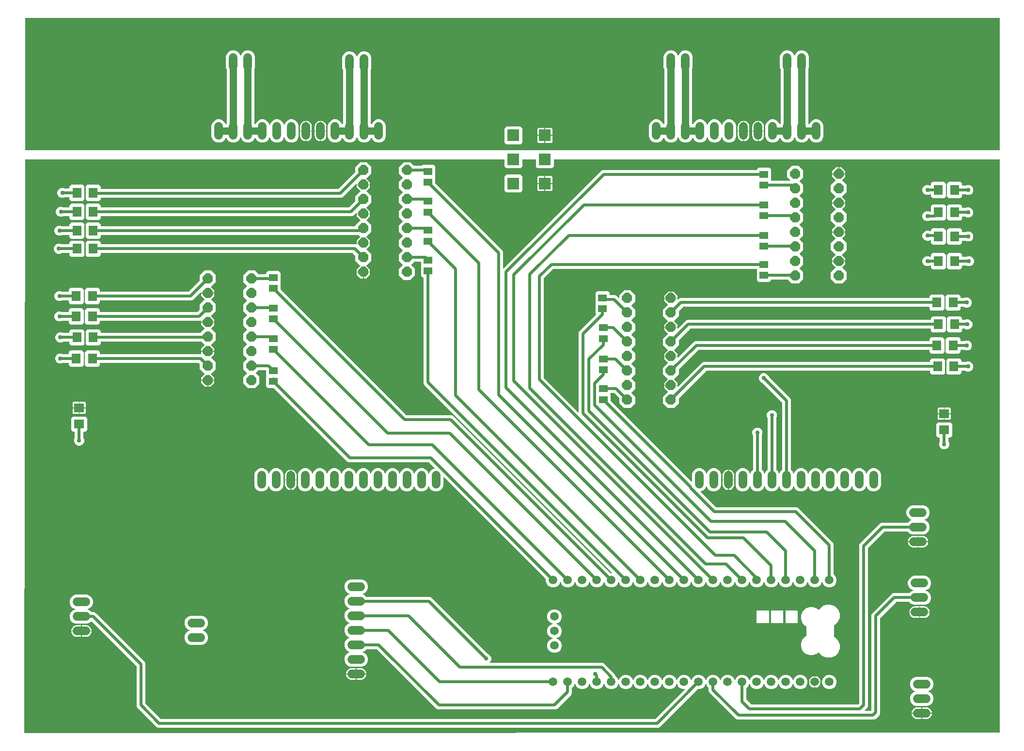
<source format=gbr>
G04 EAGLE Gerber RS-274X export*
G75*
%MOMM*%
%FSLAX34Y34*%
%LPD*%
%INTop Copper*%
%IPPOS*%
%AMOC8*
5,1,8,0,0,1.08239X$1,22.5*%
G01*
%ADD10C,1.524000*%
%ADD11R,1.803000X1.600000*%
%ADD12R,1.600000X1.803000*%
%ADD13C,1.508000*%
%ADD14R,2.100000X2.100000*%
%ADD15C,1.508000*%
%ADD16P,1.924489X8X22.500000*%
%ADD17R,1.500000X1.300000*%
%ADD18P,1.924489X8X202.500000*%
%ADD19C,0.508000*%
%ADD20C,0.756400*%
%ADD21C,1.270000*%

G36*
X2971727Y221734D02*
X2971727Y221734D01*
X2971777Y221746D01*
X2971828Y221748D01*
X2971860Y221766D01*
X2971896Y221774D01*
X2971935Y221806D01*
X2971980Y221831D01*
X2972001Y221861D01*
X2972030Y221884D01*
X2972050Y221931D01*
X2972080Y221972D01*
X2972088Y222014D01*
X2972100Y222042D01*
X2972099Y222073D01*
X2972107Y222115D01*
X2972107Y1223010D01*
X2972096Y1223060D01*
X2972094Y1223111D01*
X2972076Y1223143D01*
X2972068Y1223179D01*
X2972035Y1223218D01*
X2972011Y1223263D01*
X2971981Y1223284D01*
X2971958Y1223312D01*
X2971911Y1223333D01*
X2971869Y1223363D01*
X2971827Y1223371D01*
X2971799Y1223383D01*
X2971769Y1223382D01*
X2971727Y1223390D01*
X2193571Y1223390D01*
X2193521Y1223379D01*
X2193470Y1223377D01*
X2193438Y1223359D01*
X2193402Y1223351D01*
X2193363Y1223318D01*
X2193318Y1223294D01*
X2193297Y1223264D01*
X2193269Y1223241D01*
X2193248Y1223194D01*
X2193218Y1223152D01*
X2193210Y1223110D01*
X2193198Y1223082D01*
X2193199Y1223052D01*
X2193191Y1223010D01*
X2193191Y1210405D01*
X2190215Y1207429D01*
X2165005Y1207429D01*
X2162029Y1210405D01*
X2162029Y1223010D01*
X2162018Y1223060D01*
X2162016Y1223111D01*
X2161998Y1223143D01*
X2161990Y1223179D01*
X2161957Y1223218D01*
X2161933Y1223263D01*
X2161903Y1223284D01*
X2161880Y1223312D01*
X2161833Y1223333D01*
X2161791Y1223363D01*
X2161749Y1223371D01*
X2161721Y1223383D01*
X2161691Y1223382D01*
X2161649Y1223390D01*
X2138571Y1223390D01*
X2138521Y1223379D01*
X2138470Y1223377D01*
X2138438Y1223359D01*
X2138402Y1223351D01*
X2138363Y1223318D01*
X2138318Y1223294D01*
X2138297Y1223264D01*
X2138269Y1223241D01*
X2138248Y1223194D01*
X2138218Y1223152D01*
X2138210Y1223110D01*
X2138198Y1223082D01*
X2138199Y1223052D01*
X2138191Y1223010D01*
X2138191Y1210405D01*
X2135215Y1207429D01*
X2110005Y1207429D01*
X2107029Y1210405D01*
X2107029Y1223010D01*
X2107018Y1223060D01*
X2107016Y1223111D01*
X2106998Y1223143D01*
X2106990Y1223179D01*
X2106957Y1223218D01*
X2106933Y1223263D01*
X2106903Y1223284D01*
X2106880Y1223312D01*
X2106833Y1223333D01*
X2106791Y1223363D01*
X2106749Y1223371D01*
X2106721Y1223383D01*
X2106691Y1223382D01*
X2106649Y1223390D01*
X1269615Y1223390D01*
X1269566Y1223379D01*
X1269515Y1223377D01*
X1269482Y1223359D01*
X1269446Y1223351D01*
X1269407Y1223318D01*
X1269362Y1223294D01*
X1269341Y1223264D01*
X1269313Y1223241D01*
X1269292Y1223194D01*
X1269263Y1223153D01*
X1269254Y1223110D01*
X1269242Y1223082D01*
X1269243Y1223052D01*
X1269235Y1223010D01*
X1268234Y220862D01*
X1268246Y220812D01*
X1268248Y220760D01*
X1268265Y220728D01*
X1268273Y220693D01*
X1268306Y220653D01*
X1268331Y220608D01*
X1268360Y220587D01*
X1268383Y220559D01*
X1268430Y220538D01*
X1268472Y220509D01*
X1268514Y220501D01*
X1268541Y220488D01*
X1268572Y220489D01*
X1268615Y220481D01*
X2971727Y221734D01*
G37*
G36*
X2971727Y1239140D02*
X2971727Y1239140D01*
X2971777Y1239151D01*
X2971828Y1239153D01*
X2971860Y1239171D01*
X2971896Y1239179D01*
X2971935Y1239212D01*
X2971980Y1239236D01*
X2972001Y1239266D01*
X2972029Y1239289D01*
X2972050Y1239336D01*
X2972080Y1239378D01*
X2972088Y1239420D01*
X2972100Y1239448D01*
X2972099Y1239478D01*
X2972107Y1239520D01*
X2972107Y1470027D01*
X2972096Y1470077D01*
X2972094Y1470128D01*
X2972076Y1470160D01*
X2972068Y1470196D01*
X2972035Y1470235D01*
X2972011Y1470280D01*
X2971981Y1470301D01*
X2971958Y1470329D01*
X2971911Y1470350D01*
X2971869Y1470380D01*
X2971827Y1470388D01*
X2971799Y1470400D01*
X2971769Y1470399D01*
X2971727Y1470407D01*
X1269862Y1470407D01*
X1269812Y1470396D01*
X1269761Y1470394D01*
X1269729Y1470376D01*
X1269693Y1470368D01*
X1269654Y1470335D01*
X1269609Y1470311D01*
X1269588Y1470281D01*
X1269559Y1470258D01*
X1269539Y1470211D01*
X1269509Y1470170D01*
X1269501Y1470127D01*
X1269488Y1470099D01*
X1269490Y1470069D01*
X1269481Y1470027D01*
X1269251Y1239520D01*
X1269263Y1239471D01*
X1269265Y1239419D01*
X1269282Y1239387D01*
X1269291Y1239352D01*
X1269323Y1239312D01*
X1269348Y1239267D01*
X1269377Y1239246D01*
X1269401Y1239218D01*
X1269447Y1239197D01*
X1269489Y1239167D01*
X1269531Y1239159D01*
X1269559Y1239147D01*
X1269589Y1239148D01*
X1269632Y1239140D01*
X2971727Y1239140D01*
G37*
%LPC*%
G36*
X2189510Y475059D02*
X2189510Y475059D01*
X2184871Y476981D01*
X2181321Y480531D01*
X2179399Y485170D01*
X2179399Y489366D01*
X2179382Y489440D01*
X2179369Y489515D01*
X2179362Y489525D01*
X2179360Y489535D01*
X2179336Y489563D01*
X2179288Y489635D01*
X2000900Y668023D01*
X2000878Y668036D01*
X2000862Y668056D01*
X2000805Y668082D01*
X2000753Y668114D01*
X2000727Y668117D01*
X2000703Y668127D01*
X2000642Y668125D01*
X2000580Y668131D01*
X2000556Y668122D01*
X2000530Y668121D01*
X2000476Y668091D01*
X2000418Y668069D01*
X2000401Y668050D01*
X2000378Y668038D01*
X2000343Y667987D01*
X2000301Y667942D01*
X2000293Y667917D01*
X2000278Y667896D01*
X2000262Y667812D01*
X2000251Y667776D01*
X2000253Y667766D01*
X2000251Y667754D01*
X2000251Y652794D01*
X1998317Y648126D01*
X1994744Y644553D01*
X1990076Y642619D01*
X1985024Y642619D01*
X1980356Y644553D01*
X1976783Y648126D01*
X1975201Y651944D01*
X1975186Y651965D01*
X1975179Y651989D01*
X1975136Y652034D01*
X1975100Y652085D01*
X1975077Y652097D01*
X1975060Y652115D01*
X1975002Y652137D01*
X1974947Y652166D01*
X1974921Y652167D01*
X1974897Y652176D01*
X1974836Y652169D01*
X1974774Y652171D01*
X1974751Y652160D01*
X1974725Y652157D01*
X1974673Y652124D01*
X1974617Y652099D01*
X1974600Y652078D01*
X1974579Y652065D01*
X1974531Y651993D01*
X1974508Y651964D01*
X1974506Y651954D01*
X1974499Y651944D01*
X1972917Y648126D01*
X1969344Y644553D01*
X1964676Y642619D01*
X1959624Y642619D01*
X1954956Y644553D01*
X1951383Y648126D01*
X1949801Y651944D01*
X1949786Y651965D01*
X1949779Y651989D01*
X1949736Y652034D01*
X1949700Y652085D01*
X1949677Y652097D01*
X1949660Y652115D01*
X1949602Y652137D01*
X1949547Y652166D01*
X1949521Y652167D01*
X1949497Y652176D01*
X1949436Y652169D01*
X1949374Y652171D01*
X1949351Y652160D01*
X1949325Y652157D01*
X1949273Y652124D01*
X1949217Y652099D01*
X1949200Y652078D01*
X1949179Y652065D01*
X1949131Y651993D01*
X1949108Y651964D01*
X1949105Y651954D01*
X1949099Y651944D01*
X1947517Y648126D01*
X1943944Y644553D01*
X1939276Y642619D01*
X1934224Y642619D01*
X1929556Y644553D01*
X1925983Y648126D01*
X1924401Y651944D01*
X1924386Y651965D01*
X1924379Y651989D01*
X1924336Y652034D01*
X1924300Y652085D01*
X1924277Y652097D01*
X1924260Y652115D01*
X1924202Y652137D01*
X1924147Y652166D01*
X1924121Y652167D01*
X1924097Y652176D01*
X1924036Y652169D01*
X1923974Y652171D01*
X1923951Y652160D01*
X1923925Y652157D01*
X1923873Y652124D01*
X1923817Y652099D01*
X1923800Y652078D01*
X1923779Y652065D01*
X1923731Y651993D01*
X1923708Y651964D01*
X1923705Y651954D01*
X1923699Y651944D01*
X1922117Y648126D01*
X1918544Y644553D01*
X1913876Y642619D01*
X1908824Y642619D01*
X1904156Y644553D01*
X1900583Y648126D01*
X1899001Y651944D01*
X1898986Y651965D01*
X1898979Y651989D01*
X1898936Y652034D01*
X1898900Y652085D01*
X1898877Y652097D01*
X1898860Y652115D01*
X1898802Y652137D01*
X1898747Y652166D01*
X1898721Y652167D01*
X1898697Y652176D01*
X1898636Y652169D01*
X1898574Y652171D01*
X1898551Y652160D01*
X1898525Y652157D01*
X1898473Y652124D01*
X1898417Y652099D01*
X1898400Y652078D01*
X1898379Y652065D01*
X1898331Y651993D01*
X1898308Y651964D01*
X1898305Y651954D01*
X1898299Y651944D01*
X1896717Y648126D01*
X1893144Y644553D01*
X1888476Y642619D01*
X1883424Y642619D01*
X1878756Y644553D01*
X1875183Y648126D01*
X1873601Y651944D01*
X1873586Y651965D01*
X1873579Y651989D01*
X1873536Y652034D01*
X1873500Y652085D01*
X1873477Y652097D01*
X1873460Y652115D01*
X1873402Y652137D01*
X1873347Y652166D01*
X1873321Y652167D01*
X1873297Y652176D01*
X1873236Y652169D01*
X1873174Y652171D01*
X1873151Y652160D01*
X1873125Y652157D01*
X1873073Y652124D01*
X1873017Y652099D01*
X1873000Y652078D01*
X1872979Y652065D01*
X1872931Y651993D01*
X1872908Y651964D01*
X1872905Y651954D01*
X1872899Y651944D01*
X1871317Y648126D01*
X1867744Y644553D01*
X1863076Y642619D01*
X1858024Y642619D01*
X1853356Y644553D01*
X1849783Y648126D01*
X1848201Y651944D01*
X1848186Y651965D01*
X1848179Y651989D01*
X1848136Y652034D01*
X1848100Y652085D01*
X1848077Y652097D01*
X1848060Y652115D01*
X1848002Y652137D01*
X1847947Y652166D01*
X1847921Y652167D01*
X1847897Y652176D01*
X1847836Y652169D01*
X1847774Y652171D01*
X1847751Y652160D01*
X1847725Y652157D01*
X1847673Y652124D01*
X1847617Y652099D01*
X1847600Y652078D01*
X1847579Y652065D01*
X1847531Y651993D01*
X1847508Y651964D01*
X1847505Y651954D01*
X1847499Y651944D01*
X1845917Y648126D01*
X1842344Y644553D01*
X1837676Y642619D01*
X1832624Y642619D01*
X1827956Y644553D01*
X1824383Y648126D01*
X1822801Y651944D01*
X1822786Y651965D01*
X1822779Y651989D01*
X1822736Y652034D01*
X1822700Y652085D01*
X1822677Y652097D01*
X1822660Y652115D01*
X1822602Y652137D01*
X1822547Y652166D01*
X1822521Y652167D01*
X1822497Y652176D01*
X1822436Y652169D01*
X1822374Y652171D01*
X1822351Y652160D01*
X1822325Y652157D01*
X1822273Y652124D01*
X1822217Y652099D01*
X1822200Y652078D01*
X1822179Y652065D01*
X1822131Y651993D01*
X1822108Y651964D01*
X1822105Y651954D01*
X1822099Y651944D01*
X1820517Y648126D01*
X1816944Y644553D01*
X1812276Y642619D01*
X1807224Y642619D01*
X1802556Y644553D01*
X1798983Y648126D01*
X1797401Y651944D01*
X1797386Y651965D01*
X1797379Y651989D01*
X1797336Y652034D01*
X1797300Y652085D01*
X1797277Y652097D01*
X1797260Y652115D01*
X1797202Y652137D01*
X1797147Y652166D01*
X1797121Y652167D01*
X1797097Y652176D01*
X1797036Y652169D01*
X1796974Y652171D01*
X1796951Y652160D01*
X1796925Y652157D01*
X1796873Y652124D01*
X1796817Y652099D01*
X1796800Y652078D01*
X1796779Y652065D01*
X1796731Y651993D01*
X1796708Y651964D01*
X1796705Y651954D01*
X1796699Y651944D01*
X1795117Y648126D01*
X1791544Y644553D01*
X1786876Y642619D01*
X1781824Y642619D01*
X1777156Y644553D01*
X1773583Y648126D01*
X1772001Y651944D01*
X1771986Y651965D01*
X1771979Y651989D01*
X1771936Y652034D01*
X1771900Y652085D01*
X1771877Y652097D01*
X1771860Y652115D01*
X1771802Y652137D01*
X1771747Y652166D01*
X1771721Y652167D01*
X1771697Y652176D01*
X1771636Y652169D01*
X1771574Y652171D01*
X1771551Y652160D01*
X1771525Y652157D01*
X1771473Y652124D01*
X1771417Y652099D01*
X1771400Y652078D01*
X1771379Y652065D01*
X1771331Y651993D01*
X1771308Y651964D01*
X1771305Y651954D01*
X1771299Y651944D01*
X1769717Y648126D01*
X1766144Y644553D01*
X1761476Y642619D01*
X1756424Y642619D01*
X1751756Y644553D01*
X1748183Y648126D01*
X1746249Y652794D01*
X1746249Y673086D01*
X1748183Y677754D01*
X1751756Y681327D01*
X1756424Y683261D01*
X1761476Y683261D01*
X1766144Y681327D01*
X1769717Y677754D01*
X1771299Y673936D01*
X1771314Y673915D01*
X1771321Y673891D01*
X1771364Y673846D01*
X1771400Y673795D01*
X1771423Y673783D01*
X1771440Y673765D01*
X1771498Y673743D01*
X1771553Y673714D01*
X1771579Y673713D01*
X1771603Y673704D01*
X1771664Y673711D01*
X1771726Y673709D01*
X1771749Y673720D01*
X1771775Y673723D01*
X1771827Y673756D01*
X1771883Y673781D01*
X1771900Y673802D01*
X1771921Y673815D01*
X1771969Y673887D01*
X1771992Y673916D01*
X1771994Y673926D01*
X1772001Y673936D01*
X1773583Y677754D01*
X1777156Y681327D01*
X1781824Y683261D01*
X1786876Y683261D01*
X1791544Y681327D01*
X1795117Y677754D01*
X1796699Y673936D01*
X1796714Y673915D01*
X1796721Y673891D01*
X1796764Y673846D01*
X1796800Y673795D01*
X1796823Y673783D01*
X1796840Y673765D01*
X1796898Y673743D01*
X1796953Y673714D01*
X1796979Y673713D01*
X1797003Y673704D01*
X1797064Y673711D01*
X1797126Y673709D01*
X1797149Y673720D01*
X1797175Y673723D01*
X1797227Y673756D01*
X1797283Y673781D01*
X1797300Y673802D01*
X1797321Y673815D01*
X1797369Y673887D01*
X1797392Y673916D01*
X1797394Y673926D01*
X1797401Y673936D01*
X1798983Y677754D01*
X1802556Y681327D01*
X1807224Y683261D01*
X1812276Y683261D01*
X1816944Y681327D01*
X1820517Y677754D01*
X1822099Y673936D01*
X1822114Y673915D01*
X1822121Y673891D01*
X1822164Y673846D01*
X1822200Y673795D01*
X1822223Y673783D01*
X1822240Y673765D01*
X1822298Y673743D01*
X1822353Y673714D01*
X1822379Y673713D01*
X1822403Y673704D01*
X1822464Y673711D01*
X1822526Y673709D01*
X1822549Y673720D01*
X1822575Y673723D01*
X1822627Y673756D01*
X1822683Y673781D01*
X1822700Y673802D01*
X1822721Y673815D01*
X1822769Y673887D01*
X1822792Y673916D01*
X1822794Y673926D01*
X1822801Y673936D01*
X1824383Y677754D01*
X1827956Y681327D01*
X1832624Y683261D01*
X1837676Y683261D01*
X1842344Y681327D01*
X1845917Y677754D01*
X1847499Y673936D01*
X1847514Y673915D01*
X1847521Y673891D01*
X1847564Y673846D01*
X1847600Y673795D01*
X1847623Y673783D01*
X1847640Y673765D01*
X1847698Y673743D01*
X1847753Y673714D01*
X1847779Y673713D01*
X1847803Y673704D01*
X1847864Y673711D01*
X1847926Y673709D01*
X1847949Y673720D01*
X1847975Y673723D01*
X1848027Y673756D01*
X1848083Y673781D01*
X1848100Y673802D01*
X1848121Y673815D01*
X1848169Y673887D01*
X1848192Y673916D01*
X1848194Y673926D01*
X1848201Y673936D01*
X1849783Y677754D01*
X1853356Y681327D01*
X1858024Y683261D01*
X1863076Y683261D01*
X1867744Y681327D01*
X1871317Y677754D01*
X1872899Y673936D01*
X1872914Y673915D01*
X1872921Y673891D01*
X1872964Y673846D01*
X1873000Y673795D01*
X1873023Y673783D01*
X1873040Y673765D01*
X1873098Y673743D01*
X1873153Y673714D01*
X1873179Y673713D01*
X1873203Y673704D01*
X1873264Y673711D01*
X1873326Y673709D01*
X1873349Y673720D01*
X1873375Y673723D01*
X1873427Y673756D01*
X1873483Y673781D01*
X1873500Y673802D01*
X1873521Y673815D01*
X1873569Y673887D01*
X1873592Y673916D01*
X1873594Y673926D01*
X1873601Y673936D01*
X1875183Y677754D01*
X1878756Y681327D01*
X1883424Y683261D01*
X1888476Y683261D01*
X1893144Y681327D01*
X1896717Y677754D01*
X1898299Y673936D01*
X1898314Y673915D01*
X1898321Y673891D01*
X1898364Y673846D01*
X1898400Y673795D01*
X1898423Y673783D01*
X1898440Y673765D01*
X1898498Y673743D01*
X1898553Y673714D01*
X1898579Y673713D01*
X1898603Y673704D01*
X1898664Y673711D01*
X1898726Y673709D01*
X1898749Y673720D01*
X1898775Y673723D01*
X1898827Y673756D01*
X1898883Y673781D01*
X1898900Y673802D01*
X1898921Y673815D01*
X1898969Y673887D01*
X1898992Y673916D01*
X1898994Y673926D01*
X1899001Y673936D01*
X1900583Y677754D01*
X1904156Y681327D01*
X1908824Y683261D01*
X1913876Y683261D01*
X1918544Y681327D01*
X1922117Y677754D01*
X1923699Y673936D01*
X1923714Y673915D01*
X1923721Y673891D01*
X1923764Y673846D01*
X1923800Y673795D01*
X1923823Y673783D01*
X1923840Y673765D01*
X1923898Y673743D01*
X1923953Y673714D01*
X1923979Y673713D01*
X1924003Y673704D01*
X1924064Y673711D01*
X1924126Y673709D01*
X1924149Y673720D01*
X1924175Y673723D01*
X1924227Y673756D01*
X1924283Y673781D01*
X1924300Y673802D01*
X1924321Y673815D01*
X1924369Y673887D01*
X1924392Y673916D01*
X1924394Y673926D01*
X1924401Y673936D01*
X1925983Y677754D01*
X1929556Y681327D01*
X1934224Y683261D01*
X1939276Y683261D01*
X1943944Y681327D01*
X1947517Y677754D01*
X1949099Y673936D01*
X1949114Y673915D01*
X1949121Y673891D01*
X1949164Y673846D01*
X1949200Y673795D01*
X1949223Y673783D01*
X1949240Y673765D01*
X1949298Y673743D01*
X1949353Y673714D01*
X1949379Y673713D01*
X1949403Y673704D01*
X1949464Y673711D01*
X1949526Y673709D01*
X1949549Y673720D01*
X1949575Y673723D01*
X1949627Y673756D01*
X1949683Y673781D01*
X1949700Y673802D01*
X1949721Y673815D01*
X1949769Y673887D01*
X1949792Y673916D01*
X1949794Y673926D01*
X1949801Y673936D01*
X1951383Y677754D01*
X1954956Y681327D01*
X1959624Y683261D01*
X1964676Y683261D01*
X1969344Y681327D01*
X1972917Y677754D01*
X1974499Y673936D01*
X1974514Y673915D01*
X1974521Y673891D01*
X1974564Y673846D01*
X1974600Y673795D01*
X1974623Y673783D01*
X1974640Y673765D01*
X1974698Y673743D01*
X1974753Y673714D01*
X1974779Y673713D01*
X1974803Y673704D01*
X1974864Y673711D01*
X1974926Y673709D01*
X1974949Y673720D01*
X1974975Y673723D01*
X1975027Y673756D01*
X1975083Y673781D01*
X1975100Y673802D01*
X1975121Y673815D01*
X1975169Y673887D01*
X1975192Y673916D01*
X1975195Y673926D01*
X1975201Y673936D01*
X1976783Y677754D01*
X1980356Y681327D01*
X1984949Y683230D01*
X1984980Y683252D01*
X1985016Y683266D01*
X1985050Y683302D01*
X1985090Y683331D01*
X1985108Y683365D01*
X1985134Y683393D01*
X1985148Y683440D01*
X1985171Y683484D01*
X1985172Y683522D01*
X1985183Y683559D01*
X1985175Y683608D01*
X1985176Y683657D01*
X1985160Y683692D01*
X1985154Y683730D01*
X1985120Y683780D01*
X1985104Y683815D01*
X1985088Y683828D01*
X1985073Y683850D01*
X1975615Y693308D01*
X1975550Y693348D01*
X1975488Y693392D01*
X1975476Y693394D01*
X1975468Y693399D01*
X1975431Y693403D01*
X1975346Y693419D01*
X1835564Y693419D01*
X1832763Y694579D01*
X1703985Y823358D01*
X1703920Y823398D01*
X1703858Y823442D01*
X1703846Y823444D01*
X1703838Y823449D01*
X1703801Y823453D01*
X1703716Y823469D01*
X1693465Y823469D01*
X1690489Y826445D01*
X1690489Y843655D01*
X1691116Y844281D01*
X1691143Y844324D01*
X1691177Y844362D01*
X1691188Y844397D01*
X1691207Y844428D01*
X1691212Y844479D01*
X1691227Y844528D01*
X1691220Y844564D01*
X1691224Y844601D01*
X1691206Y844648D01*
X1691197Y844699D01*
X1691173Y844734D01*
X1691162Y844763D01*
X1691140Y844784D01*
X1691116Y844819D01*
X1690489Y845445D01*
X1690489Y854329D01*
X1690478Y854379D01*
X1690476Y854430D01*
X1690458Y854462D01*
X1690450Y854498D01*
X1690417Y854537D01*
X1690393Y854582D01*
X1690363Y854603D01*
X1690340Y854631D01*
X1690293Y854652D01*
X1690251Y854682D01*
X1690209Y854690D01*
X1690181Y854702D01*
X1690151Y854701D01*
X1690109Y854709D01*
X1677264Y854709D01*
X1677190Y854692D01*
X1677116Y854679D01*
X1677105Y854672D01*
X1677096Y854670D01*
X1677067Y854646D01*
X1676995Y854598D01*
X1672296Y849899D01*
X1672270Y849856D01*
X1672235Y849818D01*
X1672224Y849783D01*
X1672205Y849752D01*
X1672200Y849701D01*
X1672186Y849652D01*
X1672192Y849616D01*
X1672188Y849579D01*
X1672207Y849532D01*
X1672215Y849481D01*
X1672239Y849446D01*
X1672250Y849417D01*
X1672273Y849396D01*
X1672296Y849361D01*
X1678941Y842717D01*
X1678941Y831143D01*
X1670757Y822959D01*
X1659183Y822959D01*
X1650999Y831143D01*
X1650999Y842717D01*
X1657644Y849361D01*
X1657670Y849404D01*
X1657705Y849442D01*
X1657716Y849477D01*
X1657735Y849508D01*
X1657740Y849559D01*
X1657754Y849608D01*
X1657748Y849644D01*
X1657752Y849681D01*
X1657733Y849729D01*
X1657725Y849779D01*
X1657701Y849814D01*
X1657690Y849843D01*
X1657667Y849864D01*
X1657644Y849899D01*
X1650999Y856543D01*
X1650999Y868117D01*
X1657644Y874761D01*
X1657670Y874804D01*
X1657705Y874842D01*
X1657716Y874877D01*
X1657735Y874908D01*
X1657740Y874959D01*
X1657754Y875008D01*
X1657748Y875044D01*
X1657752Y875081D01*
X1657733Y875129D01*
X1657725Y875179D01*
X1657701Y875214D01*
X1657690Y875243D01*
X1657667Y875264D01*
X1657644Y875299D01*
X1650999Y881943D01*
X1650999Y893517D01*
X1657644Y900161D01*
X1657670Y900204D01*
X1657705Y900242D01*
X1657716Y900277D01*
X1657735Y900308D01*
X1657740Y900359D01*
X1657754Y900408D01*
X1657748Y900444D01*
X1657752Y900481D01*
X1657733Y900529D01*
X1657725Y900579D01*
X1657701Y900614D01*
X1657690Y900643D01*
X1657667Y900664D01*
X1657644Y900699D01*
X1650999Y907343D01*
X1650999Y918917D01*
X1657644Y925561D01*
X1657670Y925604D01*
X1657705Y925642D01*
X1657716Y925677D01*
X1657735Y925708D01*
X1657740Y925759D01*
X1657754Y925808D01*
X1657748Y925844D01*
X1657752Y925881D01*
X1657733Y925929D01*
X1657725Y925979D01*
X1657701Y926014D01*
X1657690Y926043D01*
X1657667Y926064D01*
X1657644Y926099D01*
X1650999Y932743D01*
X1650999Y944317D01*
X1657644Y950961D01*
X1657670Y951004D01*
X1657705Y951042D01*
X1657716Y951077D01*
X1657735Y951108D01*
X1657740Y951159D01*
X1657754Y951208D01*
X1657748Y951244D01*
X1657752Y951281D01*
X1657733Y951329D01*
X1657725Y951379D01*
X1657701Y951414D01*
X1657690Y951443D01*
X1657667Y951464D01*
X1657644Y951499D01*
X1650999Y958143D01*
X1650999Y969717D01*
X1657644Y976361D01*
X1657670Y976404D01*
X1657705Y976442D01*
X1657716Y976477D01*
X1657735Y976508D01*
X1657740Y976559D01*
X1657754Y976608D01*
X1657748Y976644D01*
X1657752Y976681D01*
X1657733Y976729D01*
X1657725Y976779D01*
X1657701Y976814D01*
X1657690Y976843D01*
X1657667Y976864D01*
X1657644Y976899D01*
X1650999Y983543D01*
X1650999Y995117D01*
X1657644Y1001761D01*
X1657670Y1001804D01*
X1657705Y1001842D01*
X1657716Y1001877D01*
X1657735Y1001908D01*
X1657740Y1001959D01*
X1657754Y1002008D01*
X1657748Y1002044D01*
X1657752Y1002081D01*
X1657733Y1002129D01*
X1657725Y1002179D01*
X1657701Y1002214D01*
X1657690Y1002243D01*
X1657667Y1002264D01*
X1657644Y1002299D01*
X1650999Y1008943D01*
X1650999Y1020517D01*
X1659183Y1028701D01*
X1670757Y1028701D01*
X1676995Y1022462D01*
X1677060Y1022422D01*
X1677122Y1022378D01*
X1677134Y1022376D01*
X1677143Y1022371D01*
X1677180Y1022367D01*
X1677264Y1022351D01*
X1690109Y1022351D01*
X1690159Y1022362D01*
X1690210Y1022364D01*
X1690242Y1022382D01*
X1690278Y1022390D01*
X1690317Y1022423D01*
X1690362Y1022447D01*
X1690383Y1022477D01*
X1690411Y1022500D01*
X1690432Y1022547D01*
X1690462Y1022589D01*
X1690470Y1022631D01*
X1690482Y1022659D01*
X1690481Y1022689D01*
X1690489Y1022731D01*
X1690489Y1025215D01*
X1693465Y1028191D01*
X1712675Y1028191D01*
X1715651Y1025215D01*
X1715651Y1008005D01*
X1715024Y1007379D01*
X1714997Y1007336D01*
X1714963Y1007298D01*
X1714952Y1007263D01*
X1714933Y1007232D01*
X1714928Y1007181D01*
X1714913Y1007132D01*
X1714920Y1007096D01*
X1714916Y1007059D01*
X1714934Y1007012D01*
X1714943Y1006961D01*
X1714967Y1006926D01*
X1714978Y1006897D01*
X1715000Y1006876D01*
X1715024Y1006841D01*
X1715651Y1006215D01*
X1715651Y995964D01*
X1715668Y995890D01*
X1715681Y995815D01*
X1715688Y995805D01*
X1715690Y995795D01*
X1715714Y995767D01*
X1715762Y995695D01*
X1935375Y776082D01*
X1935440Y776042D01*
X1935502Y775998D01*
X1935514Y775996D01*
X1935522Y775991D01*
X1935559Y775987D01*
X1935644Y775971D01*
X2014466Y775971D01*
X2017267Y774811D01*
X2291665Y500412D01*
X2291730Y500372D01*
X2291792Y500328D01*
X2291804Y500326D01*
X2291812Y500321D01*
X2291849Y500317D01*
X2291934Y500301D01*
X2294704Y500301D01*
X2294729Y500307D01*
X2294755Y500304D01*
X2294812Y500326D01*
X2294873Y500340D01*
X2294893Y500357D01*
X2294917Y500366D01*
X2294959Y500411D01*
X2295006Y500450D01*
X2295017Y500474D01*
X2295034Y500493D01*
X2295052Y500552D01*
X2295077Y500609D01*
X2295076Y500634D01*
X2295084Y500659D01*
X2295073Y500720D01*
X2295071Y500782D01*
X2295058Y500804D01*
X2295054Y500830D01*
X2295006Y500901D01*
X2294988Y500934D01*
X2294980Y500940D01*
X2294973Y500950D01*
X1967119Y828803D01*
X1965959Y831604D01*
X1965959Y1016129D01*
X1965948Y1016179D01*
X1965946Y1016230D01*
X1965928Y1016262D01*
X1965920Y1016298D01*
X1965887Y1016337D01*
X1965863Y1016382D01*
X1965833Y1016403D01*
X1965810Y1016431D01*
X1965763Y1016452D01*
X1965721Y1016482D01*
X1965679Y1016490D01*
X1965651Y1016502D01*
X1965621Y1016501D01*
X1965579Y1016509D01*
X1963975Y1016509D01*
X1960999Y1019485D01*
X1960999Y1036695D01*
X1961626Y1037321D01*
X1961653Y1037364D01*
X1961687Y1037402D01*
X1961698Y1037437D01*
X1961717Y1037468D01*
X1961722Y1037519D01*
X1961737Y1037568D01*
X1961730Y1037604D01*
X1961734Y1037641D01*
X1961716Y1037688D01*
X1961707Y1037739D01*
X1961683Y1037774D01*
X1961672Y1037803D01*
X1961650Y1037824D01*
X1961626Y1037859D01*
X1960999Y1038485D01*
X1960999Y1043559D01*
X1960988Y1043609D01*
X1960986Y1043660D01*
X1960968Y1043692D01*
X1960960Y1043728D01*
X1960927Y1043767D01*
X1960903Y1043812D01*
X1960873Y1043833D01*
X1960850Y1043861D01*
X1960803Y1043882D01*
X1960761Y1043912D01*
X1960719Y1043920D01*
X1960691Y1043932D01*
X1960661Y1043931D01*
X1960619Y1043939D01*
X1949044Y1043939D01*
X1948970Y1043922D01*
X1948896Y1043909D01*
X1948885Y1043902D01*
X1948876Y1043900D01*
X1948847Y1043876D01*
X1948775Y1043828D01*
X1944076Y1039129D01*
X1944050Y1039086D01*
X1944015Y1039048D01*
X1944004Y1039013D01*
X1943985Y1038982D01*
X1943980Y1038931D01*
X1943966Y1038882D01*
X1943972Y1038846D01*
X1943968Y1038809D01*
X1943987Y1038762D01*
X1943995Y1038711D01*
X1944019Y1038676D01*
X1944030Y1038647D01*
X1944053Y1038626D01*
X1944076Y1038591D01*
X1950721Y1031947D01*
X1950721Y1020373D01*
X1942537Y1012189D01*
X1930963Y1012189D01*
X1922779Y1020373D01*
X1922779Y1031947D01*
X1929424Y1038591D01*
X1929450Y1038634D01*
X1929485Y1038672D01*
X1929496Y1038707D01*
X1929515Y1038738D01*
X1929520Y1038789D01*
X1929534Y1038838D01*
X1929528Y1038874D01*
X1929532Y1038911D01*
X1929513Y1038959D01*
X1929505Y1039009D01*
X1929481Y1039044D01*
X1929470Y1039073D01*
X1929447Y1039094D01*
X1929424Y1039129D01*
X1922779Y1045773D01*
X1922779Y1057347D01*
X1929424Y1063991D01*
X1929436Y1064012D01*
X1929453Y1064025D01*
X1929463Y1064048D01*
X1929485Y1064072D01*
X1929496Y1064107D01*
X1929515Y1064138D01*
X1929518Y1064171D01*
X1929524Y1064183D01*
X1929523Y1064200D01*
X1929534Y1064238D01*
X1929528Y1064274D01*
X1929532Y1064311D01*
X1929517Y1064348D01*
X1929517Y1064356D01*
X1929512Y1064366D01*
X1929505Y1064409D01*
X1929481Y1064444D01*
X1929470Y1064473D01*
X1929447Y1064494D01*
X1929424Y1064529D01*
X1922779Y1071173D01*
X1922779Y1082747D01*
X1929424Y1089391D01*
X1929450Y1089434D01*
X1929485Y1089472D01*
X1929496Y1089507D01*
X1929515Y1089538D01*
X1929520Y1089589D01*
X1929534Y1089638D01*
X1929528Y1089674D01*
X1929532Y1089711D01*
X1929513Y1089759D01*
X1929505Y1089809D01*
X1929481Y1089844D01*
X1929470Y1089873D01*
X1929447Y1089894D01*
X1929424Y1089929D01*
X1922779Y1096573D01*
X1922779Y1108147D01*
X1929424Y1114791D01*
X1929450Y1114834D01*
X1929485Y1114872D01*
X1929496Y1114907D01*
X1929515Y1114938D01*
X1929520Y1114989D01*
X1929534Y1115038D01*
X1929528Y1115074D01*
X1929532Y1115111D01*
X1929513Y1115159D01*
X1929505Y1115209D01*
X1929481Y1115244D01*
X1929470Y1115273D01*
X1929447Y1115294D01*
X1929424Y1115329D01*
X1922779Y1121973D01*
X1922779Y1133547D01*
X1929424Y1140191D01*
X1929450Y1140234D01*
X1929485Y1140272D01*
X1929496Y1140307D01*
X1929515Y1140338D01*
X1929520Y1140389D01*
X1929534Y1140438D01*
X1929528Y1140474D01*
X1929532Y1140511D01*
X1929513Y1140559D01*
X1929505Y1140609D01*
X1929481Y1140644D01*
X1929470Y1140673D01*
X1929447Y1140694D01*
X1929424Y1140729D01*
X1922779Y1147373D01*
X1922779Y1158947D01*
X1929424Y1165591D01*
X1929450Y1165634D01*
X1929485Y1165672D01*
X1929496Y1165707D01*
X1929515Y1165738D01*
X1929520Y1165789D01*
X1929534Y1165838D01*
X1929528Y1165874D01*
X1929532Y1165911D01*
X1929513Y1165959D01*
X1929505Y1166009D01*
X1929481Y1166044D01*
X1929470Y1166073D01*
X1929447Y1166094D01*
X1929424Y1166129D01*
X1922779Y1172773D01*
X1922779Y1184347D01*
X1929424Y1190991D01*
X1929437Y1191013D01*
X1929456Y1191029D01*
X1929467Y1191052D01*
X1929485Y1191072D01*
X1929496Y1191107D01*
X1929515Y1191138D01*
X1929517Y1191165D01*
X1929527Y1191187D01*
X1929526Y1191211D01*
X1929534Y1191238D01*
X1929528Y1191274D01*
X1929532Y1191311D01*
X1929522Y1191337D01*
X1929521Y1191360D01*
X1929510Y1191380D01*
X1929505Y1191409D01*
X1929481Y1191444D01*
X1929470Y1191473D01*
X1929449Y1191492D01*
X1929438Y1191512D01*
X1929432Y1191516D01*
X1929424Y1191529D01*
X1922779Y1198173D01*
X1922779Y1209747D01*
X1930963Y1217931D01*
X1942537Y1217931D01*
X1948775Y1211692D01*
X1948840Y1211652D01*
X1948902Y1211608D01*
X1948914Y1211606D01*
X1948923Y1211601D01*
X1948960Y1211597D01*
X1949044Y1211581D01*
X1961788Y1211581D01*
X1961862Y1211598D01*
X1961937Y1211611D01*
X1961947Y1211618D01*
X1961957Y1211620D01*
X1961986Y1211644D01*
X1962057Y1211692D01*
X1963975Y1213611D01*
X1983185Y1213611D01*
X1986161Y1210635D01*
X1986161Y1193425D01*
X1985534Y1192799D01*
X1985507Y1192756D01*
X1985473Y1192718D01*
X1985462Y1192683D01*
X1985443Y1192652D01*
X1985438Y1192601D01*
X1985423Y1192552D01*
X1985430Y1192516D01*
X1985426Y1192479D01*
X1985444Y1192432D01*
X1985453Y1192381D01*
X1985477Y1192346D01*
X1985488Y1192317D01*
X1985510Y1192296D01*
X1985534Y1192261D01*
X1986161Y1191635D01*
X1986161Y1181384D01*
X1986178Y1181310D01*
X1986191Y1181235D01*
X1986198Y1181225D01*
X1986200Y1181215D01*
X1986224Y1181187D01*
X1986266Y1181124D01*
X1986268Y1181120D01*
X1986270Y1181119D01*
X1986272Y1181115D01*
X2103231Y1064157D01*
X2104391Y1061356D01*
X2104391Y1032776D01*
X2104397Y1032751D01*
X2104394Y1032725D01*
X2104416Y1032668D01*
X2104430Y1032607D01*
X2104447Y1032587D01*
X2104456Y1032563D01*
X2104501Y1032521D01*
X2104540Y1032474D01*
X2104564Y1032463D01*
X2104583Y1032446D01*
X2104642Y1032428D01*
X2104699Y1032403D01*
X2104724Y1032404D01*
X2104749Y1032396D01*
X2104810Y1032407D01*
X2104872Y1032409D01*
X2104894Y1032422D01*
X2104920Y1032426D01*
X2104991Y1032474D01*
X2105024Y1032492D01*
X2105030Y1032500D01*
X2105040Y1032507D01*
X2105207Y1032674D01*
X2275943Y1203411D01*
X2278744Y1204571D01*
X2547359Y1204571D01*
X2547409Y1204582D01*
X2547460Y1204584D01*
X2547492Y1204602D01*
X2547528Y1204610D01*
X2547567Y1204643D01*
X2547612Y1204667D01*
X2547633Y1204697D01*
X2547661Y1204720D01*
X2547682Y1204767D01*
X2547712Y1204809D01*
X2547720Y1204851D01*
X2547732Y1204879D01*
X2547731Y1204909D01*
X2547739Y1204951D01*
X2547739Y1205555D01*
X2550715Y1208531D01*
X2569925Y1208531D01*
X2572901Y1205555D01*
X2572901Y1188345D01*
X2572274Y1187719D01*
X2572262Y1187699D01*
X2572247Y1187687D01*
X2572237Y1187665D01*
X2572213Y1187638D01*
X2572202Y1187603D01*
X2572183Y1187572D01*
X2572179Y1187535D01*
X2572177Y1187529D01*
X2572177Y1187518D01*
X2572163Y1187472D01*
X2572170Y1187436D01*
X2572166Y1187399D01*
X2572184Y1187352D01*
X2572193Y1187301D01*
X2572217Y1187266D01*
X2572228Y1187237D01*
X2572250Y1187216D01*
X2572274Y1187181D01*
X2572901Y1186555D01*
X2572901Y1185951D01*
X2572912Y1185901D01*
X2572914Y1185850D01*
X2572932Y1185818D01*
X2572940Y1185782D01*
X2572973Y1185743D01*
X2572997Y1185698D01*
X2573027Y1185677D01*
X2573050Y1185649D01*
X2573097Y1185628D01*
X2573139Y1185598D01*
X2573181Y1185590D01*
X2573209Y1185578D01*
X2573239Y1185579D01*
X2573281Y1185571D01*
X2606294Y1185571D01*
X2606319Y1185577D01*
X2606344Y1185574D01*
X2606402Y1185596D01*
X2606462Y1185610D01*
X2606482Y1185627D01*
X2606506Y1185636D01*
X2606548Y1185681D01*
X2606596Y1185720D01*
X2606607Y1185744D01*
X2606624Y1185763D01*
X2606642Y1185822D01*
X2606667Y1185879D01*
X2606666Y1185904D01*
X2606673Y1185929D01*
X2606663Y1185990D01*
X2606660Y1186052D01*
X2606648Y1186074D01*
X2606644Y1186100D01*
X2606595Y1186171D01*
X2606578Y1186204D01*
X2606569Y1186210D01*
X2606563Y1186220D01*
X2600959Y1191823D01*
X2600959Y1203397D01*
X2609143Y1211581D01*
X2620717Y1211581D01*
X2628901Y1203397D01*
X2628901Y1191823D01*
X2622256Y1185179D01*
X2622230Y1185136D01*
X2622195Y1185098D01*
X2622184Y1185063D01*
X2622165Y1185032D01*
X2622160Y1184981D01*
X2622146Y1184932D01*
X2622152Y1184896D01*
X2622148Y1184859D01*
X2622167Y1184811D01*
X2622175Y1184761D01*
X2622199Y1184726D01*
X2622210Y1184697D01*
X2622233Y1184676D01*
X2622256Y1184641D01*
X2628901Y1177997D01*
X2628901Y1166423D01*
X2622256Y1159779D01*
X2622230Y1159736D01*
X2622195Y1159698D01*
X2622184Y1159663D01*
X2622165Y1159632D01*
X2622160Y1159581D01*
X2622146Y1159532D01*
X2622152Y1159496D01*
X2622148Y1159459D01*
X2622167Y1159411D01*
X2622175Y1159361D01*
X2622199Y1159326D01*
X2622210Y1159297D01*
X2622233Y1159276D01*
X2622256Y1159241D01*
X2628901Y1152597D01*
X2628901Y1141023D01*
X2622256Y1134379D01*
X2622230Y1134336D01*
X2622195Y1134298D01*
X2622184Y1134263D01*
X2622165Y1134232D01*
X2622160Y1134181D01*
X2622146Y1134132D01*
X2622152Y1134096D01*
X2622148Y1134059D01*
X2622167Y1134011D01*
X2622175Y1133961D01*
X2622199Y1133926D01*
X2622210Y1133897D01*
X2622233Y1133876D01*
X2622256Y1133841D01*
X2628901Y1127197D01*
X2628901Y1115623D01*
X2622256Y1108979D01*
X2622230Y1108936D01*
X2622195Y1108898D01*
X2622184Y1108863D01*
X2622165Y1108832D01*
X2622160Y1108781D01*
X2622146Y1108732D01*
X2622152Y1108696D01*
X2622148Y1108659D01*
X2622167Y1108611D01*
X2622175Y1108561D01*
X2622199Y1108526D01*
X2622210Y1108497D01*
X2622233Y1108476D01*
X2622256Y1108441D01*
X2628901Y1101797D01*
X2628901Y1090223D01*
X2622256Y1083579D01*
X2622230Y1083536D01*
X2622195Y1083498D01*
X2622184Y1083463D01*
X2622165Y1083432D01*
X2622160Y1083381D01*
X2622146Y1083332D01*
X2622152Y1083296D01*
X2622148Y1083259D01*
X2622167Y1083211D01*
X2622175Y1083161D01*
X2622199Y1083126D01*
X2622210Y1083097D01*
X2622233Y1083076D01*
X2622256Y1083041D01*
X2628901Y1076397D01*
X2628901Y1064823D01*
X2622256Y1058179D01*
X2622230Y1058136D01*
X2622195Y1058098D01*
X2622184Y1058063D01*
X2622165Y1058032D01*
X2622160Y1057981D01*
X2622146Y1057932D01*
X2622152Y1057896D01*
X2622148Y1057859D01*
X2622167Y1057811D01*
X2622175Y1057761D01*
X2622199Y1057726D01*
X2622210Y1057697D01*
X2622233Y1057676D01*
X2622256Y1057641D01*
X2628901Y1050997D01*
X2628901Y1039423D01*
X2622256Y1032779D01*
X2622230Y1032736D01*
X2622195Y1032698D01*
X2622184Y1032663D01*
X2622165Y1032632D01*
X2622160Y1032581D01*
X2622146Y1032532D01*
X2622152Y1032496D01*
X2622148Y1032459D01*
X2622167Y1032411D01*
X2622175Y1032361D01*
X2622199Y1032326D01*
X2622210Y1032297D01*
X2622233Y1032276D01*
X2622256Y1032241D01*
X2628901Y1025597D01*
X2628901Y1014023D01*
X2620717Y1005839D01*
X2609143Y1005839D01*
X2602245Y1012738D01*
X2602180Y1012778D01*
X2602118Y1012822D01*
X2602106Y1012824D01*
X2602097Y1012829D01*
X2602060Y1012833D01*
X2601976Y1012849D01*
X2573281Y1012849D01*
X2573231Y1012838D01*
X2573180Y1012836D01*
X2573148Y1012818D01*
X2573112Y1012810D01*
X2573073Y1012777D01*
X2573028Y1012753D01*
X2573007Y1012723D01*
X2572979Y1012700D01*
X2572958Y1012653D01*
X2572928Y1012611D01*
X2572920Y1012569D01*
X2572908Y1012541D01*
X2572909Y1012511D01*
X2572901Y1012469D01*
X2572901Y1011865D01*
X2569925Y1008889D01*
X2550715Y1008889D01*
X2547739Y1011865D01*
X2547739Y1029075D01*
X2548366Y1029701D01*
X2548393Y1029744D01*
X2548427Y1029782D01*
X2548438Y1029817D01*
X2548457Y1029848D01*
X2548462Y1029899D01*
X2548477Y1029948D01*
X2548470Y1029984D01*
X2548474Y1030021D01*
X2548456Y1030068D01*
X2548447Y1030119D01*
X2548423Y1030154D01*
X2548412Y1030183D01*
X2548390Y1030204D01*
X2548366Y1030239D01*
X2547739Y1030865D01*
X2547739Y1031469D01*
X2547728Y1031519D01*
X2547726Y1031570D01*
X2547708Y1031602D01*
X2547700Y1031638D01*
X2547667Y1031677D01*
X2547643Y1031722D01*
X2547613Y1031743D01*
X2547590Y1031771D01*
X2547543Y1031792D01*
X2547501Y1031822D01*
X2547459Y1031830D01*
X2547431Y1031842D01*
X2547401Y1031841D01*
X2547359Y1031849D01*
X2192134Y1031849D01*
X2192060Y1031832D01*
X2191985Y1031819D01*
X2191975Y1031812D01*
X2191965Y1031810D01*
X2191937Y1031786D01*
X2191865Y1031738D01*
X2175622Y1015495D01*
X2175582Y1015430D01*
X2175538Y1015368D01*
X2175536Y1015356D01*
X2175531Y1015348D01*
X2175527Y1015311D01*
X2175523Y1015287D01*
X2175518Y1015276D01*
X2175518Y1015264D01*
X2175511Y1015226D01*
X2175511Y841514D01*
X2175528Y841440D01*
X2175541Y841365D01*
X2175548Y841355D01*
X2175550Y841345D01*
X2175574Y841317D01*
X2175622Y841245D01*
X2235940Y780927D01*
X2235962Y780914D01*
X2235978Y780894D01*
X2236035Y780868D01*
X2236087Y780836D01*
X2236113Y780833D01*
X2236137Y780823D01*
X2236198Y780825D01*
X2236260Y780819D01*
X2236284Y780828D01*
X2236310Y780829D01*
X2236364Y780859D01*
X2236422Y780881D01*
X2236439Y780900D01*
X2236462Y780912D01*
X2236497Y780963D01*
X2236539Y781008D01*
X2236547Y781033D01*
X2236562Y781054D01*
X2236578Y781138D01*
X2236589Y781174D01*
X2236587Y781184D01*
X2236589Y781196D01*
X2236589Y919832D01*
X2237749Y922633D01*
X2266912Y951795D01*
X2266939Y951839D01*
X2266973Y951876D01*
X2266984Y951911D01*
X2267003Y951943D01*
X2267008Y951993D01*
X2267022Y952042D01*
X2267016Y952078D01*
X2267020Y952115D01*
X2267001Y952163D01*
X2266993Y952213D01*
X2266969Y952248D01*
X2266958Y952277D01*
X2266936Y952298D01*
X2266912Y952333D01*
X2265799Y953445D01*
X2265799Y970655D01*
X2266426Y971281D01*
X2266453Y971324D01*
X2266487Y971362D01*
X2266498Y971397D01*
X2266517Y971428D01*
X2266522Y971479D01*
X2266537Y971528D01*
X2266530Y971564D01*
X2266534Y971601D01*
X2266516Y971648D01*
X2266507Y971699D01*
X2266483Y971734D01*
X2266472Y971763D01*
X2266450Y971784D01*
X2266426Y971819D01*
X2265799Y972445D01*
X2265799Y989655D01*
X2268775Y992631D01*
X2287985Y992631D01*
X2290961Y989655D01*
X2290961Y985901D01*
X2290972Y985851D01*
X2290974Y985800D01*
X2290992Y985768D01*
X2291000Y985732D01*
X2291033Y985693D01*
X2291057Y985648D01*
X2291087Y985627D01*
X2291110Y985599D01*
X2291157Y985578D01*
X2291199Y985548D01*
X2291241Y985540D01*
X2291269Y985528D01*
X2291299Y985529D01*
X2291341Y985521D01*
X2300216Y985521D01*
X2303017Y984361D01*
X2305214Y982163D01*
X2306940Y980437D01*
X2306962Y980424D01*
X2306978Y980404D01*
X2307035Y980378D01*
X2307087Y980346D01*
X2307113Y980343D01*
X2307137Y980333D01*
X2307198Y980335D01*
X2307260Y980329D01*
X2307284Y980338D01*
X2307310Y980339D01*
X2307364Y980369D01*
X2307422Y980391D01*
X2307439Y980410D01*
X2307462Y980422D01*
X2307497Y980473D01*
X2307539Y980518D01*
X2307547Y980543D01*
X2307562Y980564D01*
X2307578Y980648D01*
X2307589Y980684D01*
X2307587Y980694D01*
X2307589Y980706D01*
X2307589Y986227D01*
X2315773Y994411D01*
X2327347Y994411D01*
X2335531Y986227D01*
X2335531Y974653D01*
X2328886Y968009D01*
X2328860Y967966D01*
X2328825Y967928D01*
X2328814Y967893D01*
X2328795Y967862D01*
X2328790Y967811D01*
X2328776Y967762D01*
X2328782Y967726D01*
X2328778Y967689D01*
X2328797Y967641D01*
X2328805Y967591D01*
X2328829Y967556D01*
X2328840Y967527D01*
X2328863Y967506D01*
X2328886Y967471D01*
X2335531Y960827D01*
X2335531Y949253D01*
X2328886Y942609D01*
X2328860Y942566D01*
X2328825Y942528D01*
X2328814Y942493D01*
X2328795Y942462D01*
X2328790Y942411D01*
X2328776Y942362D01*
X2328782Y942326D01*
X2328778Y942289D01*
X2328797Y942241D01*
X2328805Y942191D01*
X2328829Y942156D01*
X2328840Y942127D01*
X2328863Y942106D01*
X2328886Y942071D01*
X2335531Y935427D01*
X2335531Y923853D01*
X2328886Y917209D01*
X2328860Y917166D01*
X2328825Y917128D01*
X2328814Y917093D01*
X2328795Y917062D01*
X2328790Y917011D01*
X2328776Y916962D01*
X2328782Y916926D01*
X2328778Y916889D01*
X2328797Y916842D01*
X2328805Y916791D01*
X2328829Y916756D01*
X2328840Y916727D01*
X2328863Y916706D01*
X2328886Y916671D01*
X2335531Y910027D01*
X2335531Y898453D01*
X2328886Y891809D01*
X2328860Y891766D01*
X2328825Y891728D01*
X2328814Y891693D01*
X2328795Y891662D01*
X2328790Y891611D01*
X2328776Y891562D01*
X2328782Y891526D01*
X2328778Y891489D01*
X2328797Y891441D01*
X2328805Y891391D01*
X2328829Y891356D01*
X2328840Y891327D01*
X2328863Y891306D01*
X2328886Y891271D01*
X2335531Y884627D01*
X2335531Y873053D01*
X2328886Y866409D01*
X2328874Y866389D01*
X2328859Y866376D01*
X2328848Y866353D01*
X2328825Y866328D01*
X2328814Y866293D01*
X2328795Y866262D01*
X2328792Y866227D01*
X2328788Y866218D01*
X2328788Y866204D01*
X2328776Y866162D01*
X2328782Y866126D01*
X2328778Y866089D01*
X2328794Y866048D01*
X2328794Y866045D01*
X2328797Y866040D01*
X2328805Y865991D01*
X2328829Y865956D01*
X2328840Y865927D01*
X2328863Y865906D01*
X2328886Y865871D01*
X2335531Y859227D01*
X2335531Y847653D01*
X2328886Y841009D01*
X2328860Y840966D01*
X2328825Y840928D01*
X2328814Y840893D01*
X2328795Y840862D01*
X2328790Y840811D01*
X2328776Y840762D01*
X2328782Y840726D01*
X2328778Y840689D01*
X2328797Y840641D01*
X2328805Y840591D01*
X2328829Y840556D01*
X2328840Y840527D01*
X2328863Y840506D01*
X2328886Y840471D01*
X2335531Y833827D01*
X2335531Y822253D01*
X2328886Y815609D01*
X2328860Y815566D01*
X2328825Y815528D01*
X2328814Y815493D01*
X2328795Y815462D01*
X2328790Y815411D01*
X2328776Y815362D01*
X2328782Y815326D01*
X2328778Y815289D01*
X2328797Y815241D01*
X2328805Y815191D01*
X2328829Y815156D01*
X2328840Y815127D01*
X2328863Y815106D01*
X2328886Y815071D01*
X2335531Y808427D01*
X2335531Y796853D01*
X2327347Y788669D01*
X2315773Y788669D01*
X2307589Y796853D01*
X2307589Y805676D01*
X2307572Y805750D01*
X2307566Y805785D01*
X2307566Y805786D01*
X2307565Y805787D01*
X2307559Y805825D01*
X2307552Y805835D01*
X2307550Y805845D01*
X2307526Y805873D01*
X2307487Y805931D01*
X2307483Y805939D01*
X2307481Y805940D01*
X2307478Y805945D01*
X2298855Y814568D01*
X2298790Y814608D01*
X2298728Y814652D01*
X2298716Y814654D01*
X2298708Y814659D01*
X2298671Y814663D01*
X2298586Y814679D01*
X2292611Y814679D01*
X2292561Y814668D01*
X2292510Y814666D01*
X2292478Y814648D01*
X2292442Y814640D01*
X2292403Y814607D01*
X2292358Y814583D01*
X2292337Y814553D01*
X2292309Y814530D01*
X2292288Y814483D01*
X2292258Y814441D01*
X2292250Y814399D01*
X2292238Y814371D01*
X2292239Y814341D01*
X2292231Y814299D01*
X2292231Y813695D01*
X2291604Y813069D01*
X2291577Y813026D01*
X2291543Y812988D01*
X2291532Y812953D01*
X2291513Y812922D01*
X2291508Y812871D01*
X2291493Y812822D01*
X2291500Y812786D01*
X2291496Y812749D01*
X2291514Y812702D01*
X2291523Y812651D01*
X2291547Y812616D01*
X2291558Y812587D01*
X2291580Y812566D01*
X2291604Y812531D01*
X2292231Y811905D01*
X2292231Y801654D01*
X2292248Y801580D01*
X2292261Y801505D01*
X2292268Y801495D01*
X2292270Y801485D01*
X2292294Y801457D01*
X2292342Y801385D01*
X2433940Y659787D01*
X2433962Y659774D01*
X2433978Y659754D01*
X2434035Y659728D01*
X2434087Y659696D01*
X2434113Y659693D01*
X2434137Y659683D01*
X2434198Y659685D01*
X2434260Y659679D01*
X2434284Y659688D01*
X2434310Y659689D01*
X2434364Y659719D01*
X2434422Y659741D01*
X2434439Y659760D01*
X2434462Y659772D01*
X2434497Y659823D01*
X2434539Y659868D01*
X2434547Y659893D01*
X2434562Y659914D01*
X2434578Y659998D01*
X2434589Y660034D01*
X2434587Y660044D01*
X2434589Y660056D01*
X2434589Y673086D01*
X2436523Y677754D01*
X2440096Y681327D01*
X2444764Y683261D01*
X2449816Y683261D01*
X2454484Y681327D01*
X2458057Y677754D01*
X2459639Y673936D01*
X2459654Y673915D01*
X2459661Y673891D01*
X2459704Y673846D01*
X2459740Y673795D01*
X2459762Y673783D01*
X2459780Y673765D01*
X2459838Y673743D01*
X2459893Y673714D01*
X2459919Y673713D01*
X2459943Y673704D01*
X2460004Y673711D01*
X2460066Y673709D01*
X2460089Y673720D01*
X2460115Y673723D01*
X2460167Y673756D01*
X2460223Y673781D01*
X2460240Y673802D01*
X2460261Y673815D01*
X2460309Y673887D01*
X2460332Y673916D01*
X2460334Y673926D01*
X2460341Y673936D01*
X2461923Y677754D01*
X2465496Y681327D01*
X2470164Y683261D01*
X2475216Y683261D01*
X2479884Y681327D01*
X2483457Y677754D01*
X2485391Y673086D01*
X2485391Y652794D01*
X2483457Y648126D01*
X2479884Y644553D01*
X2475216Y642619D01*
X2470164Y642619D01*
X2465496Y644553D01*
X2461923Y648126D01*
X2460341Y651944D01*
X2460326Y651965D01*
X2460319Y651989D01*
X2460276Y652034D01*
X2460240Y652085D01*
X2460217Y652097D01*
X2460200Y652115D01*
X2460142Y652137D01*
X2460087Y652166D01*
X2460061Y652167D01*
X2460037Y652176D01*
X2459976Y652169D01*
X2459914Y652171D01*
X2459891Y652160D01*
X2459865Y652157D01*
X2459813Y652124D01*
X2459757Y652099D01*
X2459740Y652078D01*
X2459719Y652065D01*
X2459671Y651993D01*
X2459648Y651964D01*
X2459645Y651954D01*
X2459639Y651944D01*
X2458057Y648126D01*
X2454484Y644553D01*
X2449917Y642661D01*
X2449886Y642639D01*
X2449850Y642625D01*
X2449817Y642589D01*
X2449776Y642560D01*
X2449758Y642526D01*
X2449732Y642498D01*
X2449718Y642451D01*
X2449695Y642407D01*
X2449694Y642369D01*
X2449683Y642332D01*
X2449692Y642283D01*
X2449690Y642234D01*
X2449706Y642199D01*
X2449713Y642161D01*
X2449747Y642111D01*
X2449762Y642076D01*
X2449779Y642063D01*
X2449794Y642041D01*
X2477043Y614792D01*
X2477107Y614752D01*
X2477169Y614708D01*
X2477181Y614706D01*
X2477190Y614701D01*
X2477227Y614697D01*
X2477312Y614681D01*
X2617716Y614681D01*
X2620517Y613521D01*
X2681081Y552957D01*
X2682241Y550156D01*
X2682241Y498065D01*
X2682254Y498007D01*
X2682256Y497963D01*
X2682266Y497944D01*
X2682271Y497916D01*
X2682278Y497906D01*
X2682280Y497896D01*
X2682304Y497868D01*
X2682323Y497839D01*
X2682339Y497811D01*
X2682346Y497806D01*
X2682352Y497796D01*
X2685319Y494829D01*
X2687241Y490190D01*
X2687241Y485170D01*
X2685319Y480531D01*
X2681769Y476981D01*
X2677130Y475059D01*
X2672110Y475059D01*
X2667471Y476981D01*
X2663921Y480531D01*
X2662271Y484513D01*
X2662256Y484534D01*
X2662249Y484558D01*
X2662206Y484603D01*
X2662170Y484654D01*
X2662147Y484666D01*
X2662130Y484684D01*
X2662072Y484706D01*
X2662017Y484735D01*
X2661991Y484736D01*
X2661967Y484745D01*
X2661906Y484738D01*
X2661844Y484740D01*
X2661821Y484729D01*
X2661795Y484726D01*
X2661743Y484693D01*
X2661687Y484668D01*
X2661670Y484647D01*
X2661649Y484634D01*
X2661601Y484562D01*
X2661578Y484533D01*
X2661576Y484523D01*
X2661569Y484513D01*
X2659919Y480531D01*
X2656369Y476981D01*
X2651730Y475059D01*
X2646710Y475059D01*
X2642071Y476981D01*
X2638521Y480531D01*
X2636871Y484513D01*
X2636856Y484534D01*
X2636849Y484558D01*
X2636806Y484603D01*
X2636770Y484654D01*
X2636747Y484666D01*
X2636730Y484684D01*
X2636672Y484706D01*
X2636617Y484735D01*
X2636591Y484736D01*
X2636567Y484745D01*
X2636506Y484738D01*
X2636444Y484740D01*
X2636421Y484729D01*
X2636395Y484726D01*
X2636343Y484693D01*
X2636287Y484668D01*
X2636270Y484647D01*
X2636249Y484634D01*
X2636201Y484562D01*
X2636178Y484533D01*
X2636176Y484523D01*
X2636169Y484513D01*
X2634519Y480531D01*
X2630969Y476981D01*
X2626330Y475059D01*
X2621310Y475059D01*
X2616671Y476981D01*
X2613121Y480531D01*
X2611471Y484513D01*
X2611456Y484534D01*
X2611449Y484558D01*
X2611406Y484603D01*
X2611370Y484654D01*
X2611347Y484666D01*
X2611330Y484684D01*
X2611272Y484706D01*
X2611217Y484735D01*
X2611191Y484736D01*
X2611167Y484745D01*
X2611106Y484738D01*
X2611044Y484740D01*
X2611021Y484729D01*
X2610995Y484726D01*
X2610943Y484693D01*
X2610887Y484668D01*
X2610870Y484647D01*
X2610849Y484634D01*
X2610801Y484562D01*
X2610778Y484533D01*
X2610776Y484523D01*
X2610769Y484513D01*
X2609119Y480531D01*
X2605569Y476981D01*
X2600930Y475059D01*
X2595910Y475059D01*
X2591271Y476981D01*
X2587721Y480531D01*
X2586071Y484513D01*
X2586056Y484534D01*
X2586049Y484558D01*
X2586006Y484603D01*
X2585970Y484654D01*
X2585947Y484666D01*
X2585930Y484684D01*
X2585872Y484706D01*
X2585817Y484735D01*
X2585791Y484736D01*
X2585767Y484745D01*
X2585706Y484738D01*
X2585644Y484740D01*
X2585621Y484729D01*
X2585595Y484726D01*
X2585543Y484693D01*
X2585487Y484668D01*
X2585470Y484647D01*
X2585449Y484634D01*
X2585401Y484562D01*
X2585378Y484533D01*
X2585376Y484523D01*
X2585369Y484513D01*
X2583719Y480531D01*
X2580169Y476981D01*
X2575530Y475059D01*
X2570510Y475059D01*
X2565871Y476981D01*
X2562321Y480531D01*
X2560671Y484513D01*
X2560656Y484534D01*
X2560649Y484558D01*
X2560606Y484603D01*
X2560570Y484654D01*
X2560547Y484666D01*
X2560530Y484684D01*
X2560472Y484706D01*
X2560417Y484735D01*
X2560391Y484736D01*
X2560367Y484745D01*
X2560306Y484738D01*
X2560244Y484740D01*
X2560221Y484729D01*
X2560195Y484726D01*
X2560143Y484693D01*
X2560087Y484668D01*
X2560070Y484647D01*
X2560049Y484634D01*
X2560001Y484562D01*
X2559978Y484533D01*
X2559975Y484523D01*
X2559969Y484513D01*
X2558319Y480531D01*
X2554769Y476981D01*
X2550130Y475059D01*
X2545110Y475059D01*
X2540471Y476981D01*
X2536921Y480531D01*
X2535271Y484513D01*
X2535256Y484534D01*
X2535249Y484558D01*
X2535206Y484603D01*
X2535170Y484654D01*
X2535147Y484666D01*
X2535130Y484684D01*
X2535072Y484706D01*
X2535017Y484735D01*
X2534991Y484736D01*
X2534967Y484745D01*
X2534906Y484738D01*
X2534844Y484740D01*
X2534821Y484729D01*
X2534795Y484726D01*
X2534743Y484693D01*
X2534687Y484668D01*
X2534670Y484647D01*
X2534649Y484634D01*
X2534601Y484562D01*
X2534578Y484533D01*
X2534575Y484523D01*
X2534569Y484513D01*
X2532919Y480531D01*
X2529369Y476981D01*
X2524730Y475059D01*
X2519710Y475059D01*
X2515071Y476981D01*
X2511521Y480531D01*
X2509871Y484513D01*
X2509856Y484534D01*
X2509849Y484558D01*
X2509806Y484603D01*
X2509770Y484654D01*
X2509747Y484666D01*
X2509730Y484684D01*
X2509672Y484706D01*
X2509617Y484735D01*
X2509591Y484736D01*
X2509567Y484745D01*
X2509506Y484738D01*
X2509444Y484740D01*
X2509421Y484729D01*
X2509395Y484726D01*
X2509343Y484693D01*
X2509287Y484668D01*
X2509270Y484647D01*
X2509249Y484634D01*
X2509201Y484562D01*
X2509178Y484533D01*
X2509176Y484523D01*
X2509169Y484513D01*
X2507519Y480531D01*
X2503969Y476981D01*
X2499330Y475059D01*
X2494310Y475059D01*
X2489671Y476981D01*
X2486121Y480531D01*
X2484471Y484513D01*
X2484456Y484534D01*
X2484449Y484558D01*
X2484406Y484603D01*
X2484370Y484654D01*
X2484347Y484666D01*
X2484330Y484684D01*
X2484272Y484706D01*
X2484217Y484735D01*
X2484191Y484736D01*
X2484167Y484745D01*
X2484106Y484738D01*
X2484044Y484740D01*
X2484021Y484729D01*
X2483995Y484726D01*
X2483943Y484693D01*
X2483887Y484668D01*
X2483870Y484647D01*
X2483849Y484634D01*
X2483801Y484562D01*
X2483778Y484533D01*
X2483775Y484523D01*
X2483769Y484513D01*
X2482119Y480531D01*
X2478569Y476981D01*
X2473930Y475059D01*
X2468910Y475059D01*
X2464271Y476981D01*
X2460721Y480531D01*
X2459071Y484513D01*
X2459056Y484534D01*
X2459049Y484558D01*
X2459006Y484603D01*
X2458970Y484654D01*
X2458948Y484666D01*
X2458930Y484684D01*
X2458872Y484706D01*
X2458817Y484735D01*
X2458791Y484736D01*
X2458767Y484745D01*
X2458706Y484738D01*
X2458644Y484740D01*
X2458621Y484729D01*
X2458595Y484726D01*
X2458543Y484693D01*
X2458487Y484668D01*
X2458470Y484647D01*
X2458449Y484634D01*
X2458401Y484562D01*
X2458378Y484533D01*
X2458376Y484523D01*
X2458369Y484513D01*
X2456719Y480531D01*
X2453169Y476981D01*
X2448530Y475059D01*
X2443510Y475059D01*
X2438871Y476981D01*
X2435321Y480531D01*
X2433671Y484513D01*
X2433656Y484534D01*
X2433649Y484558D01*
X2433606Y484603D01*
X2433570Y484654D01*
X2433548Y484666D01*
X2433530Y484684D01*
X2433472Y484706D01*
X2433417Y484735D01*
X2433391Y484736D01*
X2433367Y484745D01*
X2433306Y484738D01*
X2433244Y484740D01*
X2433221Y484729D01*
X2433195Y484726D01*
X2433143Y484693D01*
X2433087Y484668D01*
X2433070Y484647D01*
X2433049Y484634D01*
X2433001Y484562D01*
X2432978Y484533D01*
X2432976Y484523D01*
X2432969Y484513D01*
X2431319Y480531D01*
X2427769Y476981D01*
X2423130Y475059D01*
X2418110Y475059D01*
X2413471Y476981D01*
X2409921Y480531D01*
X2408271Y484513D01*
X2408256Y484534D01*
X2408249Y484558D01*
X2408206Y484603D01*
X2408170Y484654D01*
X2408148Y484666D01*
X2408130Y484684D01*
X2408072Y484706D01*
X2408017Y484735D01*
X2407991Y484736D01*
X2407967Y484745D01*
X2407906Y484738D01*
X2407844Y484740D01*
X2407821Y484729D01*
X2407795Y484726D01*
X2407743Y484693D01*
X2407687Y484668D01*
X2407670Y484647D01*
X2407649Y484634D01*
X2407601Y484562D01*
X2407578Y484533D01*
X2407576Y484523D01*
X2407569Y484513D01*
X2405919Y480531D01*
X2402369Y476981D01*
X2397730Y475059D01*
X2392710Y475059D01*
X2388071Y476981D01*
X2384521Y480531D01*
X2382871Y484513D01*
X2382856Y484534D01*
X2382849Y484558D01*
X2382806Y484603D01*
X2382770Y484654D01*
X2382748Y484666D01*
X2382730Y484684D01*
X2382672Y484706D01*
X2382617Y484735D01*
X2382591Y484736D01*
X2382567Y484745D01*
X2382506Y484738D01*
X2382444Y484740D01*
X2382421Y484729D01*
X2382395Y484726D01*
X2382343Y484693D01*
X2382287Y484668D01*
X2382270Y484647D01*
X2382249Y484634D01*
X2382201Y484562D01*
X2382178Y484533D01*
X2382176Y484523D01*
X2382169Y484513D01*
X2380519Y480531D01*
X2376969Y476981D01*
X2372330Y475059D01*
X2367310Y475059D01*
X2362671Y476981D01*
X2359121Y480531D01*
X2357471Y484513D01*
X2357456Y484534D01*
X2357449Y484558D01*
X2357406Y484603D01*
X2357370Y484654D01*
X2357348Y484666D01*
X2357330Y484684D01*
X2357272Y484706D01*
X2357217Y484735D01*
X2357191Y484736D01*
X2357167Y484745D01*
X2357106Y484738D01*
X2357044Y484740D01*
X2357021Y484729D01*
X2356995Y484726D01*
X2356943Y484693D01*
X2356887Y484668D01*
X2356870Y484647D01*
X2356849Y484634D01*
X2356801Y484562D01*
X2356778Y484533D01*
X2356776Y484523D01*
X2356769Y484513D01*
X2355119Y480531D01*
X2351569Y476981D01*
X2346930Y475059D01*
X2341910Y475059D01*
X2337271Y476981D01*
X2333721Y480531D01*
X2332071Y484513D01*
X2332056Y484534D01*
X2332049Y484558D01*
X2332006Y484603D01*
X2331970Y484654D01*
X2331948Y484666D01*
X2331930Y484684D01*
X2331872Y484706D01*
X2331817Y484735D01*
X2331791Y484736D01*
X2331767Y484745D01*
X2331706Y484738D01*
X2331644Y484740D01*
X2331621Y484729D01*
X2331595Y484726D01*
X2331543Y484693D01*
X2331487Y484668D01*
X2331470Y484647D01*
X2331449Y484634D01*
X2331401Y484562D01*
X2331378Y484533D01*
X2331376Y484523D01*
X2331369Y484513D01*
X2329719Y480531D01*
X2326169Y476981D01*
X2321530Y475059D01*
X2316510Y475059D01*
X2311871Y476981D01*
X2308321Y480531D01*
X2306671Y484513D01*
X2306656Y484534D01*
X2306649Y484558D01*
X2306606Y484603D01*
X2306570Y484654D01*
X2306548Y484666D01*
X2306530Y484684D01*
X2306472Y484706D01*
X2306417Y484735D01*
X2306391Y484736D01*
X2306367Y484745D01*
X2306306Y484738D01*
X2306244Y484740D01*
X2306221Y484729D01*
X2306195Y484726D01*
X2306143Y484693D01*
X2306087Y484668D01*
X2306070Y484647D01*
X2306049Y484634D01*
X2306001Y484562D01*
X2305978Y484533D01*
X2305976Y484523D01*
X2305969Y484513D01*
X2304319Y480531D01*
X2300769Y476981D01*
X2296130Y475059D01*
X2291110Y475059D01*
X2286471Y476981D01*
X2282921Y480531D01*
X2281271Y484513D01*
X2281256Y484534D01*
X2281249Y484558D01*
X2281206Y484603D01*
X2281170Y484654D01*
X2281148Y484666D01*
X2281130Y484684D01*
X2281072Y484706D01*
X2281017Y484735D01*
X2280991Y484736D01*
X2280967Y484745D01*
X2280906Y484738D01*
X2280844Y484740D01*
X2280821Y484729D01*
X2280795Y484726D01*
X2280743Y484693D01*
X2280687Y484668D01*
X2280670Y484647D01*
X2280649Y484634D01*
X2280601Y484562D01*
X2280578Y484533D01*
X2280576Y484523D01*
X2280569Y484513D01*
X2278919Y480531D01*
X2275369Y476981D01*
X2270730Y475059D01*
X2265710Y475059D01*
X2261071Y476981D01*
X2257521Y480531D01*
X2255871Y484513D01*
X2255856Y484534D01*
X2255849Y484558D01*
X2255806Y484603D01*
X2255770Y484654D01*
X2255748Y484666D01*
X2255730Y484684D01*
X2255672Y484706D01*
X2255617Y484735D01*
X2255591Y484736D01*
X2255567Y484745D01*
X2255506Y484738D01*
X2255444Y484740D01*
X2255421Y484729D01*
X2255395Y484726D01*
X2255343Y484693D01*
X2255287Y484668D01*
X2255270Y484647D01*
X2255249Y484634D01*
X2255201Y484562D01*
X2255178Y484533D01*
X2255176Y484523D01*
X2255169Y484513D01*
X2253519Y480531D01*
X2249969Y476981D01*
X2245330Y475059D01*
X2240310Y475059D01*
X2235671Y476981D01*
X2232121Y480531D01*
X2230471Y484513D01*
X2230456Y484534D01*
X2230449Y484558D01*
X2230406Y484603D01*
X2230370Y484654D01*
X2230348Y484666D01*
X2230330Y484684D01*
X2230272Y484706D01*
X2230217Y484735D01*
X2230191Y484736D01*
X2230167Y484745D01*
X2230106Y484738D01*
X2230044Y484740D01*
X2230021Y484729D01*
X2229995Y484726D01*
X2229943Y484693D01*
X2229887Y484668D01*
X2229870Y484647D01*
X2229849Y484634D01*
X2229801Y484562D01*
X2229778Y484533D01*
X2229776Y484523D01*
X2229769Y484513D01*
X2228119Y480531D01*
X2224569Y476981D01*
X2219930Y475059D01*
X2214910Y475059D01*
X2210271Y476981D01*
X2206721Y480531D01*
X2205071Y484513D01*
X2205056Y484534D01*
X2205049Y484558D01*
X2205006Y484603D01*
X2204970Y484654D01*
X2204948Y484666D01*
X2204930Y484684D01*
X2204872Y484706D01*
X2204817Y484735D01*
X2204791Y484736D01*
X2204767Y484745D01*
X2204706Y484738D01*
X2204644Y484740D01*
X2204621Y484729D01*
X2204595Y484726D01*
X2204543Y484693D01*
X2204487Y484668D01*
X2204470Y484647D01*
X2204449Y484634D01*
X2204401Y484562D01*
X2204378Y484533D01*
X2204376Y484523D01*
X2204369Y484513D01*
X2202719Y480531D01*
X2199169Y476981D01*
X2194530Y475059D01*
X2189510Y475059D01*
G37*
%LPD*%
%LPC*%
G36*
X1502164Y229869D02*
X1502164Y229869D01*
X1499363Y231029D01*
X1497166Y233227D01*
X1465469Y264923D01*
X1464309Y267724D01*
X1464309Y337046D01*
X1464292Y337120D01*
X1464279Y337195D01*
X1464272Y337205D01*
X1464270Y337215D01*
X1464246Y337243D01*
X1464198Y337315D01*
X1385621Y415892D01*
X1385578Y415919D01*
X1385540Y415953D01*
X1385505Y415964D01*
X1385474Y415983D01*
X1385423Y415988D01*
X1385374Y416002D01*
X1385338Y415996D01*
X1385301Y416000D01*
X1385254Y415981D01*
X1385203Y415973D01*
X1385168Y415949D01*
X1385139Y415938D01*
X1385119Y415916D01*
X1385083Y415892D01*
X1382604Y413413D01*
X1377936Y411479D01*
X1357644Y411479D01*
X1352976Y413413D01*
X1349403Y416986D01*
X1347469Y421654D01*
X1347469Y426706D01*
X1349403Y431374D01*
X1352976Y434947D01*
X1356794Y436529D01*
X1356815Y436544D01*
X1356839Y436551D01*
X1356884Y436594D01*
X1356935Y436630D01*
X1356947Y436652D01*
X1356965Y436670D01*
X1356987Y436728D01*
X1357016Y436783D01*
X1357017Y436809D01*
X1357026Y436833D01*
X1357019Y436894D01*
X1357021Y436956D01*
X1357010Y436979D01*
X1357007Y437005D01*
X1356974Y437057D01*
X1356949Y437113D01*
X1356928Y437130D01*
X1356915Y437151D01*
X1356843Y437199D01*
X1356814Y437222D01*
X1356804Y437224D01*
X1356794Y437231D01*
X1352976Y438813D01*
X1349403Y442386D01*
X1347469Y447054D01*
X1347469Y452106D01*
X1349403Y456774D01*
X1352976Y460347D01*
X1357644Y462281D01*
X1377936Y462281D01*
X1382604Y460347D01*
X1386177Y456774D01*
X1388111Y452106D01*
X1388111Y447054D01*
X1386177Y442386D01*
X1382604Y438813D01*
X1378786Y437231D01*
X1378765Y437216D01*
X1378741Y437209D01*
X1378696Y437166D01*
X1378645Y437130D01*
X1378633Y437107D01*
X1378615Y437090D01*
X1378593Y437032D01*
X1378564Y436977D01*
X1378563Y436951D01*
X1378554Y436927D01*
X1378561Y436866D01*
X1378559Y436804D01*
X1378570Y436781D01*
X1378573Y436755D01*
X1378606Y436703D01*
X1378631Y436647D01*
X1378652Y436630D01*
X1378665Y436609D01*
X1378737Y436561D01*
X1378766Y436538D01*
X1378776Y436535D01*
X1378786Y436529D01*
X1382604Y434947D01*
X1385639Y431912D01*
X1385704Y431872D01*
X1385766Y431828D01*
X1385778Y431826D01*
X1385787Y431821D01*
X1385824Y431817D01*
X1385908Y431801D01*
X1389626Y431801D01*
X1392427Y430641D01*
X1478391Y344677D01*
X1479551Y341876D01*
X1479551Y272554D01*
X1479563Y272500D01*
X1479564Y272475D01*
X1479571Y272462D01*
X1479581Y272405D01*
X1479588Y272395D01*
X1479590Y272385D01*
X1479614Y272357D01*
X1479662Y272285D01*
X1506725Y245222D01*
X1506790Y245182D01*
X1506852Y245138D01*
X1506864Y245136D01*
X1506872Y245131D01*
X1506909Y245127D01*
X1506994Y245111D01*
X2370316Y245111D01*
X2370390Y245128D01*
X2370465Y245141D01*
X2370475Y245148D01*
X2370485Y245150D01*
X2370513Y245174D01*
X2370585Y245222D01*
X2421973Y296610D01*
X2421986Y296632D01*
X2422006Y296648D01*
X2422032Y296705D01*
X2422064Y296757D01*
X2422067Y296783D01*
X2422077Y296807D01*
X2422075Y296868D01*
X2422081Y296930D01*
X2422072Y296954D01*
X2422071Y296980D01*
X2422041Y297034D01*
X2422019Y297092D01*
X2422000Y297109D01*
X2421988Y297132D01*
X2421937Y297167D01*
X2421892Y297209D01*
X2421867Y297217D01*
X2421846Y297232D01*
X2421762Y297248D01*
X2421726Y297259D01*
X2421716Y297257D01*
X2421704Y297259D01*
X2418110Y297259D01*
X2413471Y299181D01*
X2409921Y302731D01*
X2408271Y306713D01*
X2408256Y306734D01*
X2408249Y306758D01*
X2408206Y306803D01*
X2408170Y306854D01*
X2408147Y306866D01*
X2408130Y306884D01*
X2408072Y306906D01*
X2408017Y306935D01*
X2407991Y306936D01*
X2407967Y306945D01*
X2407906Y306938D01*
X2407844Y306940D01*
X2407821Y306929D01*
X2407795Y306926D01*
X2407743Y306893D01*
X2407687Y306868D01*
X2407670Y306847D01*
X2407649Y306834D01*
X2407601Y306762D01*
X2407578Y306733D01*
X2407575Y306723D01*
X2407569Y306713D01*
X2405919Y302731D01*
X2402369Y299181D01*
X2397730Y297259D01*
X2392710Y297259D01*
X2388071Y299181D01*
X2384521Y302731D01*
X2382871Y306713D01*
X2382856Y306734D01*
X2382849Y306758D01*
X2382806Y306803D01*
X2382770Y306854D01*
X2382747Y306866D01*
X2382730Y306884D01*
X2382672Y306906D01*
X2382617Y306935D01*
X2382591Y306936D01*
X2382567Y306945D01*
X2382506Y306938D01*
X2382444Y306940D01*
X2382421Y306929D01*
X2382395Y306926D01*
X2382343Y306893D01*
X2382287Y306868D01*
X2382270Y306847D01*
X2382249Y306834D01*
X2382201Y306762D01*
X2382178Y306733D01*
X2382175Y306723D01*
X2382169Y306713D01*
X2380519Y302731D01*
X2376969Y299181D01*
X2372330Y297259D01*
X2367310Y297259D01*
X2362671Y299181D01*
X2359121Y302731D01*
X2357471Y306713D01*
X2357456Y306734D01*
X2357449Y306758D01*
X2357406Y306803D01*
X2357370Y306854D01*
X2357347Y306866D01*
X2357330Y306884D01*
X2357272Y306906D01*
X2357217Y306935D01*
X2357191Y306936D01*
X2357167Y306945D01*
X2357106Y306938D01*
X2357044Y306940D01*
X2357021Y306929D01*
X2356995Y306926D01*
X2356943Y306893D01*
X2356887Y306868D01*
X2356870Y306847D01*
X2356849Y306834D01*
X2356801Y306762D01*
X2356778Y306733D01*
X2356775Y306723D01*
X2356769Y306713D01*
X2355119Y302731D01*
X2351569Y299181D01*
X2346930Y297259D01*
X2341910Y297259D01*
X2337271Y299181D01*
X2333721Y302731D01*
X2332071Y306713D01*
X2332056Y306734D01*
X2332049Y306758D01*
X2332006Y306803D01*
X2331970Y306854D01*
X2331947Y306866D01*
X2331930Y306884D01*
X2331872Y306906D01*
X2331817Y306935D01*
X2331791Y306936D01*
X2331767Y306945D01*
X2331706Y306938D01*
X2331644Y306940D01*
X2331621Y306929D01*
X2331595Y306926D01*
X2331543Y306893D01*
X2331487Y306868D01*
X2331470Y306847D01*
X2331449Y306834D01*
X2331401Y306762D01*
X2331378Y306733D01*
X2331375Y306723D01*
X2331369Y306713D01*
X2329719Y302731D01*
X2326169Y299181D01*
X2321530Y297259D01*
X2316510Y297259D01*
X2311871Y299181D01*
X2308321Y302731D01*
X2306671Y306713D01*
X2306656Y306734D01*
X2306649Y306758D01*
X2306606Y306803D01*
X2306570Y306854D01*
X2306547Y306866D01*
X2306530Y306884D01*
X2306472Y306906D01*
X2306417Y306935D01*
X2306391Y306936D01*
X2306367Y306945D01*
X2306306Y306938D01*
X2306244Y306940D01*
X2306221Y306929D01*
X2306195Y306926D01*
X2306143Y306893D01*
X2306087Y306868D01*
X2306070Y306847D01*
X2306049Y306834D01*
X2306001Y306762D01*
X2305978Y306733D01*
X2305975Y306723D01*
X2305969Y306713D01*
X2304319Y302731D01*
X2300769Y299181D01*
X2296130Y297259D01*
X2291110Y297259D01*
X2286471Y299181D01*
X2282921Y302731D01*
X2281271Y306713D01*
X2281256Y306734D01*
X2281249Y306758D01*
X2281206Y306803D01*
X2281170Y306854D01*
X2281147Y306866D01*
X2281130Y306884D01*
X2281072Y306906D01*
X2281017Y306935D01*
X2280991Y306936D01*
X2280967Y306945D01*
X2280906Y306938D01*
X2280844Y306940D01*
X2280821Y306929D01*
X2280795Y306926D01*
X2280743Y306893D01*
X2280687Y306868D01*
X2280670Y306847D01*
X2280649Y306834D01*
X2280601Y306762D01*
X2280578Y306733D01*
X2280575Y306723D01*
X2280569Y306713D01*
X2278919Y302731D01*
X2275369Y299181D01*
X2270730Y297259D01*
X2265710Y297259D01*
X2261071Y299181D01*
X2257521Y302731D01*
X2255871Y306713D01*
X2255856Y306734D01*
X2255849Y306758D01*
X2255806Y306803D01*
X2255770Y306854D01*
X2255747Y306866D01*
X2255730Y306884D01*
X2255672Y306906D01*
X2255617Y306935D01*
X2255591Y306936D01*
X2255567Y306945D01*
X2255506Y306938D01*
X2255444Y306940D01*
X2255421Y306929D01*
X2255395Y306926D01*
X2255343Y306893D01*
X2255287Y306868D01*
X2255270Y306847D01*
X2255249Y306834D01*
X2255201Y306762D01*
X2255178Y306733D01*
X2255175Y306723D01*
X2255169Y306713D01*
X2253519Y302731D01*
X2249969Y299181D01*
X2245330Y297259D01*
X2240310Y297259D01*
X2235671Y299181D01*
X2232121Y302731D01*
X2230471Y306713D01*
X2230456Y306734D01*
X2230449Y306758D01*
X2230406Y306803D01*
X2230370Y306854D01*
X2230347Y306866D01*
X2230330Y306884D01*
X2230272Y306906D01*
X2230217Y306935D01*
X2230191Y306936D01*
X2230167Y306945D01*
X2230106Y306938D01*
X2230044Y306940D01*
X2230021Y306929D01*
X2229995Y306926D01*
X2229943Y306893D01*
X2229887Y306868D01*
X2229870Y306847D01*
X2229849Y306834D01*
X2229801Y306762D01*
X2229778Y306733D01*
X2229775Y306723D01*
X2229769Y306713D01*
X2228119Y302731D01*
X2225152Y299764D01*
X2225112Y299699D01*
X2225068Y299637D01*
X2225066Y299625D01*
X2225061Y299616D01*
X2225057Y299579D01*
X2225041Y299495D01*
X2225041Y290584D01*
X2223881Y287783D01*
X2198877Y262779D01*
X2196076Y261619D01*
X1991114Y261619D01*
X1988313Y262779D01*
X1884175Y366918D01*
X1884110Y366958D01*
X1884048Y367002D01*
X1884036Y367004D01*
X1884028Y367009D01*
X1883991Y367013D01*
X1883906Y367029D01*
X1865968Y367029D01*
X1865894Y367012D01*
X1865820Y366999D01*
X1865809Y366992D01*
X1865800Y366990D01*
X1865771Y366966D01*
X1865699Y366918D01*
X1862664Y363883D01*
X1858846Y362301D01*
X1858825Y362286D01*
X1858801Y362279D01*
X1858756Y362236D01*
X1858705Y362200D01*
X1858693Y362177D01*
X1858675Y362160D01*
X1858653Y362102D01*
X1858624Y362047D01*
X1858623Y362021D01*
X1858614Y361997D01*
X1858621Y361936D01*
X1858619Y361874D01*
X1858630Y361851D01*
X1858633Y361825D01*
X1858666Y361773D01*
X1858691Y361717D01*
X1858712Y361700D01*
X1858725Y361679D01*
X1858797Y361631D01*
X1858826Y361608D01*
X1858836Y361605D01*
X1858846Y361599D01*
X1862664Y360017D01*
X1866237Y356444D01*
X1868171Y351776D01*
X1868171Y346724D01*
X1866237Y342056D01*
X1862664Y338483D01*
X1857996Y336549D01*
X1837704Y336549D01*
X1833036Y338483D01*
X1829463Y342056D01*
X1827529Y346724D01*
X1827529Y351776D01*
X1829463Y356444D01*
X1833036Y360017D01*
X1836854Y361599D01*
X1836875Y361614D01*
X1836899Y361621D01*
X1836944Y361664D01*
X1836995Y361700D01*
X1837007Y361723D01*
X1837025Y361740D01*
X1837047Y361798D01*
X1837076Y361853D01*
X1837077Y361879D01*
X1837086Y361903D01*
X1837079Y361964D01*
X1837081Y362026D01*
X1837070Y362049D01*
X1837067Y362075D01*
X1837034Y362127D01*
X1837009Y362183D01*
X1836988Y362200D01*
X1836975Y362221D01*
X1836903Y362269D01*
X1836874Y362292D01*
X1836864Y362294D01*
X1836854Y362301D01*
X1833036Y363883D01*
X1829463Y367456D01*
X1827529Y372124D01*
X1827529Y377176D01*
X1829463Y381844D01*
X1833036Y385417D01*
X1836854Y386999D01*
X1836875Y387014D01*
X1836899Y387021D01*
X1836944Y387064D01*
X1836995Y387100D01*
X1837007Y387123D01*
X1837025Y387140D01*
X1837047Y387198D01*
X1837076Y387253D01*
X1837077Y387279D01*
X1837086Y387303D01*
X1837079Y387364D01*
X1837081Y387426D01*
X1837070Y387449D01*
X1837067Y387475D01*
X1837034Y387527D01*
X1837009Y387583D01*
X1836988Y387600D01*
X1836975Y387621D01*
X1836903Y387669D01*
X1836874Y387692D01*
X1836864Y387694D01*
X1836854Y387701D01*
X1833036Y389283D01*
X1829463Y392856D01*
X1827529Y397524D01*
X1827529Y402576D01*
X1829463Y407244D01*
X1833036Y410817D01*
X1836854Y412399D01*
X1836875Y412414D01*
X1836899Y412421D01*
X1836944Y412464D01*
X1836995Y412500D01*
X1837007Y412523D01*
X1837025Y412540D01*
X1837047Y412598D01*
X1837076Y412653D01*
X1837077Y412679D01*
X1837086Y412703D01*
X1837079Y412764D01*
X1837081Y412826D01*
X1837070Y412849D01*
X1837067Y412875D01*
X1837034Y412927D01*
X1837009Y412983D01*
X1836988Y413000D01*
X1836975Y413021D01*
X1836903Y413069D01*
X1836874Y413092D01*
X1836864Y413094D01*
X1836854Y413101D01*
X1833036Y414683D01*
X1829463Y418256D01*
X1827529Y422924D01*
X1827529Y427976D01*
X1829463Y432644D01*
X1833036Y436217D01*
X1836854Y437799D01*
X1836875Y437814D01*
X1836899Y437821D01*
X1836944Y437864D01*
X1836995Y437900D01*
X1837007Y437923D01*
X1837025Y437940D01*
X1837047Y437998D01*
X1837076Y438053D01*
X1837077Y438079D01*
X1837086Y438103D01*
X1837079Y438164D01*
X1837081Y438226D01*
X1837070Y438249D01*
X1837067Y438275D01*
X1837034Y438327D01*
X1837009Y438383D01*
X1836988Y438400D01*
X1836975Y438421D01*
X1836903Y438469D01*
X1836874Y438492D01*
X1836864Y438494D01*
X1836854Y438501D01*
X1833036Y440083D01*
X1829463Y443656D01*
X1827529Y448324D01*
X1827529Y453376D01*
X1829463Y458044D01*
X1833036Y461617D01*
X1836854Y463199D01*
X1836875Y463214D01*
X1836899Y463221D01*
X1836944Y463264D01*
X1836995Y463300D01*
X1837007Y463323D01*
X1837025Y463340D01*
X1837047Y463398D01*
X1837076Y463453D01*
X1837077Y463479D01*
X1837086Y463503D01*
X1837079Y463564D01*
X1837081Y463626D01*
X1837070Y463649D01*
X1837067Y463675D01*
X1837034Y463727D01*
X1837009Y463783D01*
X1836988Y463800D01*
X1836975Y463821D01*
X1836903Y463869D01*
X1836874Y463892D01*
X1836864Y463894D01*
X1836854Y463901D01*
X1833036Y465483D01*
X1829463Y469056D01*
X1827529Y473724D01*
X1827529Y478776D01*
X1829463Y483444D01*
X1833036Y487017D01*
X1837704Y488951D01*
X1857996Y488951D01*
X1862664Y487017D01*
X1866237Y483444D01*
X1868171Y478776D01*
X1868171Y473724D01*
X1866237Y469056D01*
X1862664Y465483D01*
X1858846Y463901D01*
X1858825Y463886D01*
X1858801Y463879D01*
X1858756Y463836D01*
X1858705Y463800D01*
X1858693Y463777D01*
X1858675Y463760D01*
X1858653Y463702D01*
X1858624Y463647D01*
X1858623Y463621D01*
X1858614Y463597D01*
X1858621Y463536D01*
X1858619Y463474D01*
X1858630Y463451D01*
X1858633Y463425D01*
X1858666Y463373D01*
X1858691Y463317D01*
X1858712Y463300D01*
X1858725Y463279D01*
X1858797Y463231D01*
X1858826Y463208D01*
X1858836Y463205D01*
X1858846Y463199D01*
X1862664Y461617D01*
X1865699Y458582D01*
X1865764Y458542D01*
X1865826Y458498D01*
X1865838Y458496D01*
X1865847Y458491D01*
X1865884Y458487D01*
X1865968Y458471D01*
X1976366Y458471D01*
X1979167Y457311D01*
X2077148Y359329D01*
X2077150Y359328D01*
X2077151Y359326D01*
X2077272Y359246D01*
X2080200Y358033D01*
X2082693Y355540D01*
X2084043Y352283D01*
X2084043Y348757D01*
X2082693Y345500D01*
X2080744Y343550D01*
X2080735Y343535D01*
X2080731Y343532D01*
X2080728Y343527D01*
X2080710Y343512D01*
X2080685Y343455D01*
X2080652Y343403D01*
X2080650Y343377D01*
X2080639Y343353D01*
X2080642Y343292D01*
X2080636Y343230D01*
X2080645Y343206D01*
X2080646Y343180D01*
X2080675Y343126D01*
X2080697Y343068D01*
X2080716Y343051D01*
X2080729Y343028D01*
X2080779Y342993D01*
X2080824Y342951D01*
X2080849Y342943D01*
X2080870Y342928D01*
X2080955Y342912D01*
X2080991Y342901D01*
X2081000Y342903D01*
X2081013Y342901D01*
X2278626Y342901D01*
X2281427Y341741D01*
X2300081Y323087D01*
X2301241Y320286D01*
X2301241Y320265D01*
X2301258Y320191D01*
X2301271Y320116D01*
X2301278Y320106D01*
X2301280Y320096D01*
X2301304Y320068D01*
X2301352Y319996D01*
X2304319Y317029D01*
X2305969Y313047D01*
X2305984Y313026D01*
X2305991Y313002D01*
X2306034Y312957D01*
X2306070Y312906D01*
X2306092Y312894D01*
X2306110Y312876D01*
X2306168Y312854D01*
X2306223Y312825D01*
X2306249Y312824D01*
X2306273Y312815D01*
X2306334Y312822D01*
X2306396Y312820D01*
X2306419Y312831D01*
X2306445Y312834D01*
X2306497Y312867D01*
X2306553Y312892D01*
X2306570Y312913D01*
X2306591Y312926D01*
X2306639Y312998D01*
X2306662Y313027D01*
X2306664Y313037D01*
X2306671Y313047D01*
X2308321Y317029D01*
X2311871Y320579D01*
X2316510Y322501D01*
X2321530Y322501D01*
X2326169Y320579D01*
X2329719Y317029D01*
X2331369Y313047D01*
X2331384Y313026D01*
X2331391Y313002D01*
X2331434Y312957D01*
X2331470Y312906D01*
X2331492Y312894D01*
X2331510Y312876D01*
X2331568Y312854D01*
X2331623Y312825D01*
X2331649Y312824D01*
X2331673Y312815D01*
X2331734Y312822D01*
X2331796Y312820D01*
X2331819Y312831D01*
X2331845Y312834D01*
X2331897Y312867D01*
X2331953Y312892D01*
X2331970Y312913D01*
X2331991Y312926D01*
X2332039Y312998D01*
X2332062Y313027D01*
X2332064Y313037D01*
X2332071Y313047D01*
X2333721Y317029D01*
X2337271Y320579D01*
X2341910Y322501D01*
X2346930Y322501D01*
X2351569Y320579D01*
X2355119Y317029D01*
X2356769Y313047D01*
X2356784Y313026D01*
X2356791Y313002D01*
X2356834Y312957D01*
X2356870Y312906D01*
X2356892Y312894D01*
X2356910Y312876D01*
X2356968Y312854D01*
X2357023Y312825D01*
X2357049Y312824D01*
X2357073Y312815D01*
X2357134Y312822D01*
X2357196Y312820D01*
X2357219Y312831D01*
X2357245Y312834D01*
X2357297Y312867D01*
X2357353Y312892D01*
X2357370Y312913D01*
X2357391Y312926D01*
X2357439Y312998D01*
X2357462Y313027D01*
X2357464Y313037D01*
X2357471Y313047D01*
X2359121Y317029D01*
X2362671Y320579D01*
X2367310Y322501D01*
X2372330Y322501D01*
X2376969Y320579D01*
X2380519Y317029D01*
X2382169Y313047D01*
X2382184Y313026D01*
X2382191Y313002D01*
X2382234Y312957D01*
X2382270Y312906D01*
X2382292Y312894D01*
X2382310Y312876D01*
X2382368Y312854D01*
X2382423Y312825D01*
X2382449Y312824D01*
X2382473Y312815D01*
X2382534Y312822D01*
X2382596Y312820D01*
X2382619Y312831D01*
X2382645Y312834D01*
X2382697Y312867D01*
X2382753Y312892D01*
X2382770Y312913D01*
X2382791Y312926D01*
X2382839Y312998D01*
X2382862Y313027D01*
X2382864Y313037D01*
X2382871Y313047D01*
X2384521Y317029D01*
X2388071Y320579D01*
X2392710Y322501D01*
X2397730Y322501D01*
X2402369Y320579D01*
X2405919Y317029D01*
X2407569Y313047D01*
X2407584Y313026D01*
X2407591Y313002D01*
X2407634Y312957D01*
X2407670Y312906D01*
X2407692Y312894D01*
X2407710Y312876D01*
X2407768Y312854D01*
X2407823Y312825D01*
X2407849Y312824D01*
X2407873Y312815D01*
X2407934Y312822D01*
X2407996Y312820D01*
X2408019Y312831D01*
X2408045Y312834D01*
X2408097Y312867D01*
X2408153Y312892D01*
X2408170Y312913D01*
X2408191Y312926D01*
X2408239Y312998D01*
X2408262Y313027D01*
X2408264Y313037D01*
X2408271Y313047D01*
X2409921Y317029D01*
X2413471Y320579D01*
X2418110Y322501D01*
X2423130Y322501D01*
X2427769Y320579D01*
X2431319Y317029D01*
X2432969Y313047D01*
X2432984Y313026D01*
X2432991Y313002D01*
X2433034Y312957D01*
X2433070Y312906D01*
X2433092Y312894D01*
X2433110Y312876D01*
X2433168Y312854D01*
X2433223Y312825D01*
X2433249Y312824D01*
X2433273Y312815D01*
X2433334Y312822D01*
X2433396Y312820D01*
X2433419Y312831D01*
X2433445Y312834D01*
X2433497Y312867D01*
X2433553Y312892D01*
X2433570Y312913D01*
X2433591Y312926D01*
X2433639Y312998D01*
X2433662Y313027D01*
X2433664Y313037D01*
X2433671Y313047D01*
X2435321Y317029D01*
X2438871Y320579D01*
X2443510Y322501D01*
X2448530Y322501D01*
X2453169Y320579D01*
X2456719Y317029D01*
X2458369Y313047D01*
X2458384Y313026D01*
X2458391Y313002D01*
X2458434Y312957D01*
X2458470Y312906D01*
X2458492Y312894D01*
X2458510Y312876D01*
X2458568Y312854D01*
X2458623Y312825D01*
X2458649Y312824D01*
X2458673Y312815D01*
X2458734Y312822D01*
X2458796Y312820D01*
X2458819Y312831D01*
X2458845Y312834D01*
X2458897Y312867D01*
X2458953Y312892D01*
X2458970Y312913D01*
X2458991Y312926D01*
X2459039Y312998D01*
X2459062Y313027D01*
X2459064Y313037D01*
X2459071Y313047D01*
X2460721Y317029D01*
X2464271Y320579D01*
X2468910Y322501D01*
X2473930Y322501D01*
X2478569Y320579D01*
X2482119Y317029D01*
X2483769Y313047D01*
X2483784Y313026D01*
X2483791Y313002D01*
X2483834Y312957D01*
X2483870Y312906D01*
X2483892Y312894D01*
X2483910Y312876D01*
X2483968Y312854D01*
X2484023Y312825D01*
X2484049Y312824D01*
X2484073Y312815D01*
X2484134Y312822D01*
X2484196Y312820D01*
X2484219Y312831D01*
X2484245Y312834D01*
X2484297Y312867D01*
X2484353Y312892D01*
X2484370Y312913D01*
X2484391Y312926D01*
X2484439Y312998D01*
X2484462Y313027D01*
X2484464Y313037D01*
X2484471Y313047D01*
X2486121Y317029D01*
X2489671Y320579D01*
X2494310Y322501D01*
X2499330Y322501D01*
X2503969Y320579D01*
X2507519Y317029D01*
X2509169Y313047D01*
X2509184Y313026D01*
X2509191Y313002D01*
X2509234Y312957D01*
X2509270Y312906D01*
X2509293Y312894D01*
X2509310Y312876D01*
X2509368Y312854D01*
X2509423Y312825D01*
X2509449Y312824D01*
X2509473Y312815D01*
X2509534Y312822D01*
X2509596Y312820D01*
X2509619Y312831D01*
X2509645Y312834D01*
X2509697Y312867D01*
X2509753Y312892D01*
X2509770Y312913D01*
X2509791Y312926D01*
X2509839Y312998D01*
X2509862Y313027D01*
X2509864Y313037D01*
X2509871Y313047D01*
X2511521Y317029D01*
X2515071Y320579D01*
X2519710Y322501D01*
X2524730Y322501D01*
X2529369Y320579D01*
X2532919Y317029D01*
X2534569Y313047D01*
X2534584Y313026D01*
X2534591Y313002D01*
X2534634Y312957D01*
X2534670Y312906D01*
X2534693Y312894D01*
X2534710Y312876D01*
X2534768Y312854D01*
X2534823Y312825D01*
X2534849Y312824D01*
X2534873Y312815D01*
X2534934Y312822D01*
X2534996Y312820D01*
X2535019Y312831D01*
X2535045Y312834D01*
X2535097Y312867D01*
X2535153Y312892D01*
X2535170Y312913D01*
X2535191Y312926D01*
X2535239Y312998D01*
X2535262Y313027D01*
X2535264Y313037D01*
X2535271Y313047D01*
X2536921Y317029D01*
X2540471Y320579D01*
X2545110Y322501D01*
X2550130Y322501D01*
X2554769Y320579D01*
X2558319Y317029D01*
X2559969Y313047D01*
X2559984Y313026D01*
X2559991Y313002D01*
X2560034Y312957D01*
X2560070Y312906D01*
X2560093Y312894D01*
X2560110Y312876D01*
X2560168Y312854D01*
X2560223Y312825D01*
X2560249Y312824D01*
X2560273Y312815D01*
X2560334Y312822D01*
X2560396Y312820D01*
X2560419Y312831D01*
X2560445Y312834D01*
X2560497Y312867D01*
X2560553Y312892D01*
X2560570Y312913D01*
X2560591Y312926D01*
X2560639Y312998D01*
X2560662Y313027D01*
X2560664Y313037D01*
X2560671Y313047D01*
X2562321Y317029D01*
X2565871Y320579D01*
X2570510Y322501D01*
X2575530Y322501D01*
X2580169Y320579D01*
X2583719Y317029D01*
X2585369Y313047D01*
X2585384Y313026D01*
X2585391Y313002D01*
X2585434Y312957D01*
X2585470Y312906D01*
X2585493Y312894D01*
X2585510Y312876D01*
X2585568Y312854D01*
X2585623Y312825D01*
X2585649Y312824D01*
X2585673Y312815D01*
X2585734Y312822D01*
X2585796Y312820D01*
X2585819Y312831D01*
X2585845Y312834D01*
X2585897Y312867D01*
X2585953Y312892D01*
X2585970Y312913D01*
X2585991Y312926D01*
X2586039Y312998D01*
X2586062Y313027D01*
X2586064Y313037D01*
X2586071Y313047D01*
X2587721Y317029D01*
X2591271Y320579D01*
X2595910Y322501D01*
X2600930Y322501D01*
X2605569Y320579D01*
X2609119Y317029D01*
X2610769Y313047D01*
X2610784Y313026D01*
X2610791Y313002D01*
X2610834Y312957D01*
X2610870Y312906D01*
X2610893Y312894D01*
X2610910Y312876D01*
X2610968Y312854D01*
X2611023Y312825D01*
X2611049Y312824D01*
X2611073Y312815D01*
X2611134Y312822D01*
X2611196Y312820D01*
X2611219Y312831D01*
X2611245Y312834D01*
X2611297Y312867D01*
X2611353Y312892D01*
X2611370Y312913D01*
X2611391Y312926D01*
X2611439Y312998D01*
X2611462Y313027D01*
X2611464Y313037D01*
X2611471Y313047D01*
X2613121Y317029D01*
X2616671Y320579D01*
X2621310Y322501D01*
X2626330Y322501D01*
X2630969Y320579D01*
X2634519Y317029D01*
X2636441Y312390D01*
X2636441Y307370D01*
X2634519Y302731D01*
X2630969Y299181D01*
X2626330Y297259D01*
X2621310Y297259D01*
X2616671Y299181D01*
X2613121Y302731D01*
X2611471Y306713D01*
X2611456Y306734D01*
X2611449Y306758D01*
X2611406Y306803D01*
X2611370Y306854D01*
X2611347Y306866D01*
X2611330Y306884D01*
X2611272Y306906D01*
X2611217Y306935D01*
X2611191Y306936D01*
X2611167Y306945D01*
X2611106Y306938D01*
X2611044Y306940D01*
X2611021Y306929D01*
X2610995Y306926D01*
X2610943Y306893D01*
X2610887Y306868D01*
X2610870Y306847D01*
X2610849Y306834D01*
X2610801Y306762D01*
X2610778Y306733D01*
X2610775Y306723D01*
X2610769Y306713D01*
X2609119Y302731D01*
X2605569Y299181D01*
X2600930Y297259D01*
X2595910Y297259D01*
X2591271Y299181D01*
X2587721Y302731D01*
X2586071Y306713D01*
X2586056Y306734D01*
X2586049Y306758D01*
X2586006Y306803D01*
X2585970Y306854D01*
X2585947Y306866D01*
X2585930Y306884D01*
X2585872Y306906D01*
X2585817Y306935D01*
X2585791Y306936D01*
X2585767Y306945D01*
X2585706Y306938D01*
X2585644Y306940D01*
X2585621Y306929D01*
X2585595Y306926D01*
X2585543Y306893D01*
X2585487Y306868D01*
X2585470Y306847D01*
X2585449Y306834D01*
X2585401Y306762D01*
X2585378Y306733D01*
X2585375Y306723D01*
X2585369Y306713D01*
X2583719Y302731D01*
X2580169Y299181D01*
X2575530Y297259D01*
X2570510Y297259D01*
X2565871Y299181D01*
X2562321Y302731D01*
X2560671Y306713D01*
X2560656Y306734D01*
X2560649Y306758D01*
X2560606Y306803D01*
X2560570Y306854D01*
X2560547Y306866D01*
X2560530Y306884D01*
X2560472Y306906D01*
X2560417Y306935D01*
X2560391Y306936D01*
X2560367Y306945D01*
X2560306Y306938D01*
X2560244Y306940D01*
X2560221Y306929D01*
X2560195Y306926D01*
X2560143Y306893D01*
X2560087Y306868D01*
X2560070Y306847D01*
X2560049Y306834D01*
X2560001Y306762D01*
X2559978Y306733D01*
X2559975Y306723D01*
X2559969Y306713D01*
X2558319Y302731D01*
X2554769Y299181D01*
X2550130Y297259D01*
X2545110Y297259D01*
X2540471Y299181D01*
X2536921Y302731D01*
X2535271Y306713D01*
X2535256Y306734D01*
X2535249Y306758D01*
X2535206Y306803D01*
X2535170Y306854D01*
X2535147Y306866D01*
X2535130Y306884D01*
X2535072Y306906D01*
X2535017Y306935D01*
X2534991Y306936D01*
X2534967Y306945D01*
X2534906Y306938D01*
X2534844Y306940D01*
X2534821Y306929D01*
X2534795Y306926D01*
X2534743Y306893D01*
X2534687Y306868D01*
X2534670Y306847D01*
X2534649Y306834D01*
X2534601Y306762D01*
X2534578Y306733D01*
X2534575Y306723D01*
X2534569Y306713D01*
X2532919Y302731D01*
X2529952Y299764D01*
X2529912Y299699D01*
X2529868Y299637D01*
X2529866Y299625D01*
X2529861Y299616D01*
X2529857Y299579D01*
X2529841Y299495D01*
X2529841Y278904D01*
X2529858Y278830D01*
X2529871Y278755D01*
X2529878Y278745D01*
X2529880Y278735D01*
X2529904Y278707D01*
X2529952Y278635D01*
X2537965Y270622D01*
X2538030Y270582D01*
X2538092Y270538D01*
X2538104Y270536D01*
X2538112Y270531D01*
X2538149Y270527D01*
X2538234Y270511D01*
X2724646Y270511D01*
X2724720Y270528D01*
X2724795Y270541D01*
X2724805Y270548D01*
X2724815Y270550D01*
X2724843Y270574D01*
X2724915Y270622D01*
X2726578Y272285D01*
X2726618Y272350D01*
X2726662Y272412D01*
X2726664Y272424D01*
X2726669Y272432D01*
X2726673Y272469D01*
X2726677Y272491D01*
X2726682Y272503D01*
X2726682Y272516D01*
X2726689Y272554D01*
X2726689Y548886D01*
X2727849Y551687D01*
X2763013Y586851D01*
X2765814Y588011D01*
X2811442Y588011D01*
X2811516Y588028D01*
X2811590Y588041D01*
X2811601Y588048D01*
X2811610Y588050D01*
X2811639Y588074D01*
X2811711Y588122D01*
X2814746Y591157D01*
X2818564Y592739D01*
X2818585Y592754D01*
X2818609Y592761D01*
X2818654Y592804D01*
X2818705Y592840D01*
X2818717Y592863D01*
X2818735Y592880D01*
X2818757Y592938D01*
X2818786Y592993D01*
X2818787Y593019D01*
X2818796Y593043D01*
X2818789Y593104D01*
X2818791Y593166D01*
X2818780Y593189D01*
X2818777Y593215D01*
X2818744Y593267D01*
X2818719Y593323D01*
X2818698Y593340D01*
X2818685Y593361D01*
X2818613Y593409D01*
X2818584Y593432D01*
X2818574Y593434D01*
X2818564Y593441D01*
X2814746Y595023D01*
X2811173Y598596D01*
X2809239Y603264D01*
X2809239Y608316D01*
X2811173Y612984D01*
X2814746Y616557D01*
X2819414Y618491D01*
X2839706Y618491D01*
X2844374Y616557D01*
X2847947Y612984D01*
X2849881Y608316D01*
X2849881Y603264D01*
X2847947Y598596D01*
X2844374Y595023D01*
X2840556Y593441D01*
X2840535Y593426D01*
X2840511Y593419D01*
X2840466Y593376D01*
X2840415Y593340D01*
X2840403Y593317D01*
X2840385Y593300D01*
X2840363Y593242D01*
X2840334Y593187D01*
X2840333Y593161D01*
X2840324Y593137D01*
X2840331Y593076D01*
X2840329Y593014D01*
X2840340Y592991D01*
X2840343Y592965D01*
X2840376Y592913D01*
X2840401Y592857D01*
X2840422Y592840D01*
X2840435Y592819D01*
X2840507Y592771D01*
X2840536Y592748D01*
X2840546Y592745D01*
X2840556Y592739D01*
X2844374Y591157D01*
X2847947Y587584D01*
X2849881Y582916D01*
X2849881Y577864D01*
X2847947Y573196D01*
X2844374Y569623D01*
X2839706Y567689D01*
X2819414Y567689D01*
X2814746Y569623D01*
X2811711Y572658D01*
X2811646Y572698D01*
X2811584Y572742D01*
X2811572Y572744D01*
X2811563Y572749D01*
X2811526Y572753D01*
X2811442Y572769D01*
X2770644Y572769D01*
X2770570Y572752D01*
X2770495Y572739D01*
X2770485Y572732D01*
X2770475Y572730D01*
X2770447Y572706D01*
X2770375Y572658D01*
X2742042Y544325D01*
X2742033Y544309D01*
X2742027Y544304D01*
X2742019Y544287D01*
X2742002Y544260D01*
X2741958Y544198D01*
X2741956Y544186D01*
X2741951Y544178D01*
X2741947Y544141D01*
X2741931Y544056D01*
X2741931Y267724D01*
X2740771Y264923D01*
X2735577Y259730D01*
X2735564Y259708D01*
X2735544Y259692D01*
X2735518Y259635D01*
X2735486Y259583D01*
X2735483Y259557D01*
X2735473Y259533D01*
X2735475Y259472D01*
X2735469Y259410D01*
X2735478Y259386D01*
X2735479Y259360D01*
X2735509Y259306D01*
X2735531Y259248D01*
X2735550Y259231D01*
X2735562Y259208D01*
X2735613Y259173D01*
X2735658Y259131D01*
X2735683Y259123D01*
X2735704Y259108D01*
X2735788Y259092D01*
X2735824Y259081D01*
X2735834Y259083D01*
X2735846Y259081D01*
X2747506Y259081D01*
X2747580Y259098D01*
X2747655Y259111D01*
X2747665Y259118D01*
X2747675Y259120D01*
X2747703Y259144D01*
X2747775Y259192D01*
X2748168Y259585D01*
X2748208Y259650D01*
X2748252Y259712D01*
X2748254Y259724D01*
X2748259Y259732D01*
X2748263Y259769D01*
X2748279Y259854D01*
X2748279Y426966D01*
X2749439Y429767D01*
X2783333Y463661D01*
X2786134Y464821D01*
X2813982Y464821D01*
X2814056Y464838D01*
X2814130Y464851D01*
X2814141Y464858D01*
X2814150Y464860D01*
X2814179Y464884D01*
X2814251Y464932D01*
X2817286Y467967D01*
X2821104Y469549D01*
X2821125Y469564D01*
X2821149Y469571D01*
X2821194Y469614D01*
X2821245Y469650D01*
X2821257Y469673D01*
X2821275Y469690D01*
X2821297Y469748D01*
X2821326Y469803D01*
X2821327Y469829D01*
X2821336Y469853D01*
X2821329Y469914D01*
X2821331Y469976D01*
X2821320Y469999D01*
X2821317Y470025D01*
X2821284Y470077D01*
X2821259Y470133D01*
X2821238Y470150D01*
X2821225Y470171D01*
X2821153Y470219D01*
X2821124Y470242D01*
X2821114Y470244D01*
X2821104Y470251D01*
X2817286Y471833D01*
X2813713Y475406D01*
X2811779Y480074D01*
X2811779Y485126D01*
X2813713Y489794D01*
X2817286Y493367D01*
X2821954Y495301D01*
X2842246Y495301D01*
X2846914Y493367D01*
X2850487Y489794D01*
X2852421Y485126D01*
X2852421Y480074D01*
X2850487Y475406D01*
X2846914Y471833D01*
X2843096Y470251D01*
X2843075Y470236D01*
X2843051Y470229D01*
X2843006Y470186D01*
X2842955Y470150D01*
X2842943Y470127D01*
X2842925Y470110D01*
X2842903Y470052D01*
X2842874Y469997D01*
X2842873Y469971D01*
X2842864Y469947D01*
X2842871Y469886D01*
X2842869Y469824D01*
X2842880Y469801D01*
X2842883Y469775D01*
X2842916Y469723D01*
X2842941Y469667D01*
X2842962Y469650D01*
X2842975Y469629D01*
X2843047Y469581D01*
X2843076Y469558D01*
X2843086Y469555D01*
X2843096Y469549D01*
X2846914Y467967D01*
X2850487Y464394D01*
X2852421Y459726D01*
X2852421Y454674D01*
X2850487Y450006D01*
X2846914Y446433D01*
X2842246Y444499D01*
X2821954Y444499D01*
X2817286Y446433D01*
X2814251Y449468D01*
X2814186Y449508D01*
X2814124Y449552D01*
X2814112Y449554D01*
X2814103Y449559D01*
X2814066Y449563D01*
X2813982Y449579D01*
X2790964Y449579D01*
X2790890Y449562D01*
X2790815Y449549D01*
X2790805Y449542D01*
X2790795Y449540D01*
X2790767Y449516D01*
X2790695Y449468D01*
X2763632Y422405D01*
X2763592Y422340D01*
X2763548Y422278D01*
X2763546Y422266D01*
X2763541Y422258D01*
X2763537Y422221D01*
X2763521Y422136D01*
X2763521Y255024D01*
X2762361Y252223D01*
X2755137Y244999D01*
X2752336Y243839D01*
X2514354Y243839D01*
X2511553Y244999D01*
X2464959Y291593D01*
X2463799Y294394D01*
X2463799Y299495D01*
X2463782Y299569D01*
X2463769Y299644D01*
X2463762Y299654D01*
X2463760Y299664D01*
X2463736Y299692D01*
X2463688Y299764D01*
X2460721Y302731D01*
X2459071Y306713D01*
X2459056Y306734D01*
X2459049Y306758D01*
X2459006Y306803D01*
X2458970Y306854D01*
X2458947Y306866D01*
X2458930Y306884D01*
X2458872Y306906D01*
X2458817Y306935D01*
X2458791Y306936D01*
X2458767Y306945D01*
X2458706Y306938D01*
X2458644Y306940D01*
X2458621Y306929D01*
X2458595Y306926D01*
X2458543Y306893D01*
X2458487Y306868D01*
X2458470Y306847D01*
X2458449Y306834D01*
X2458401Y306762D01*
X2458378Y306733D01*
X2458375Y306723D01*
X2458369Y306713D01*
X2456719Y302731D01*
X2453169Y299181D01*
X2448530Y297259D01*
X2444334Y297259D01*
X2444260Y297242D01*
X2444185Y297229D01*
X2444175Y297222D01*
X2444165Y297220D01*
X2444137Y297196D01*
X2444065Y297148D01*
X2380144Y233227D01*
X2377947Y231029D01*
X2375146Y229869D01*
X1502164Y229869D01*
G37*
%LPD*%
%LPC*%
G36*
X2391973Y788669D02*
X2391973Y788669D01*
X2383789Y796853D01*
X2383789Y808427D01*
X2391973Y816611D01*
X2392106Y816611D01*
X2392131Y816617D01*
X2392157Y816614D01*
X2392214Y816636D01*
X2392275Y816650D01*
X2392294Y816667D01*
X2392319Y816676D01*
X2392360Y816721D01*
X2392408Y816760D01*
X2392419Y816784D01*
X2392436Y816803D01*
X2392454Y816862D01*
X2392479Y816919D01*
X2392478Y816944D01*
X2392485Y816969D01*
X2392475Y817030D01*
X2392472Y817092D01*
X2392460Y817114D01*
X2392456Y817140D01*
X2392407Y817211D01*
X2392390Y817244D01*
X2392382Y817250D01*
X2392375Y817260D01*
X2386329Y823305D01*
X2386329Y827279D01*
X2397379Y827279D01*
X2397429Y827290D01*
X2397480Y827292D01*
X2397512Y827310D01*
X2397548Y827318D01*
X2397587Y827351D01*
X2397632Y827375D01*
X2397653Y827405D01*
X2397681Y827428D01*
X2397702Y827475D01*
X2397731Y827517D01*
X2397740Y827559D01*
X2397752Y827587D01*
X2397751Y827617D01*
X2397759Y827659D01*
X2397759Y828421D01*
X2397747Y828471D01*
X2397746Y828522D01*
X2397728Y828554D01*
X2397720Y828590D01*
X2397687Y828629D01*
X2397663Y828674D01*
X2397633Y828695D01*
X2397609Y828723D01*
X2397563Y828744D01*
X2397521Y828774D01*
X2397479Y828782D01*
X2397451Y828794D01*
X2397421Y828793D01*
X2397379Y828801D01*
X2386329Y828801D01*
X2386329Y832775D01*
X2392375Y838820D01*
X2392388Y838842D01*
X2392408Y838858D01*
X2392433Y838915D01*
X2392466Y838967D01*
X2392469Y838993D01*
X2392479Y839017D01*
X2392477Y839078D01*
X2392483Y839140D01*
X2392473Y839164D01*
X2392472Y839190D01*
X2392443Y839244D01*
X2392421Y839302D01*
X2392402Y839319D01*
X2392390Y839342D01*
X2392339Y839377D01*
X2392294Y839419D01*
X2392269Y839427D01*
X2392248Y839442D01*
X2392163Y839458D01*
X2392128Y839469D01*
X2392118Y839467D01*
X2392106Y839469D01*
X2391973Y839469D01*
X2383789Y847653D01*
X2383789Y859227D01*
X2391973Y867411D01*
X2392106Y867411D01*
X2392131Y867417D01*
X2392157Y867414D01*
X2392214Y867436D01*
X2392275Y867450D01*
X2392294Y867467D01*
X2392319Y867476D01*
X2392360Y867521D01*
X2392408Y867560D01*
X2392419Y867584D01*
X2392436Y867603D01*
X2392454Y867662D01*
X2392479Y867719D01*
X2392478Y867744D01*
X2392485Y867769D01*
X2392475Y867830D01*
X2392472Y867892D01*
X2392460Y867914D01*
X2392456Y867940D01*
X2392407Y868011D01*
X2392390Y868044D01*
X2392382Y868050D01*
X2392375Y868060D01*
X2386329Y874105D01*
X2386329Y878079D01*
X2397379Y878079D01*
X2397429Y878090D01*
X2397480Y878092D01*
X2397512Y878110D01*
X2397548Y878118D01*
X2397587Y878151D01*
X2397632Y878175D01*
X2397653Y878205D01*
X2397681Y878228D01*
X2397702Y878275D01*
X2397731Y878317D01*
X2397740Y878359D01*
X2397752Y878387D01*
X2397751Y878417D01*
X2397759Y878459D01*
X2397759Y879221D01*
X2397747Y879271D01*
X2397746Y879322D01*
X2397728Y879354D01*
X2397720Y879390D01*
X2397687Y879429D01*
X2397663Y879474D01*
X2397633Y879495D01*
X2397609Y879523D01*
X2397563Y879544D01*
X2397521Y879574D01*
X2397479Y879582D01*
X2397451Y879594D01*
X2397421Y879593D01*
X2397379Y879601D01*
X2386329Y879601D01*
X2386329Y883575D01*
X2392375Y889620D01*
X2392388Y889642D01*
X2392408Y889658D01*
X2392433Y889715D01*
X2392466Y889767D01*
X2392469Y889793D01*
X2392479Y889817D01*
X2392477Y889878D01*
X2392483Y889940D01*
X2392473Y889964D01*
X2392472Y889990D01*
X2392443Y890044D01*
X2392421Y890102D01*
X2392402Y890119D01*
X2392390Y890142D01*
X2392339Y890177D01*
X2392294Y890219D01*
X2392269Y890227D01*
X2392248Y890242D01*
X2392163Y890258D01*
X2392128Y890269D01*
X2392118Y890267D01*
X2392106Y890269D01*
X2391973Y890269D01*
X2383789Y898453D01*
X2383789Y910027D01*
X2391973Y918211D01*
X2392106Y918211D01*
X2392131Y918217D01*
X2392157Y918214D01*
X2392214Y918236D01*
X2392275Y918250D01*
X2392294Y918267D01*
X2392319Y918276D01*
X2392360Y918321D01*
X2392408Y918360D01*
X2392419Y918384D01*
X2392436Y918403D01*
X2392454Y918462D01*
X2392479Y918519D01*
X2392478Y918544D01*
X2392485Y918569D01*
X2392475Y918630D01*
X2392472Y918692D01*
X2392460Y918714D01*
X2392456Y918740D01*
X2392407Y918811D01*
X2392390Y918844D01*
X2392382Y918850D01*
X2392375Y918860D01*
X2386329Y924905D01*
X2386329Y928879D01*
X2397379Y928879D01*
X2397429Y928890D01*
X2397480Y928892D01*
X2397512Y928910D01*
X2397548Y928918D01*
X2397587Y928951D01*
X2397632Y928975D01*
X2397653Y929005D01*
X2397681Y929028D01*
X2397702Y929075D01*
X2397731Y929117D01*
X2397740Y929159D01*
X2397752Y929187D01*
X2397752Y929194D01*
X2397752Y929195D01*
X2397751Y929218D01*
X2397759Y929259D01*
X2397759Y930021D01*
X2397747Y930071D01*
X2397746Y930122D01*
X2397728Y930154D01*
X2397720Y930190D01*
X2397687Y930229D01*
X2397663Y930274D01*
X2397633Y930295D01*
X2397609Y930323D01*
X2397563Y930344D01*
X2397521Y930374D01*
X2397479Y930382D01*
X2397451Y930394D01*
X2397421Y930393D01*
X2397379Y930401D01*
X2386329Y930401D01*
X2386329Y934375D01*
X2392375Y940420D01*
X2392385Y940437D01*
X2392394Y940444D01*
X2392396Y940448D01*
X2392408Y940458D01*
X2392433Y940515D01*
X2392466Y940567D01*
X2392469Y940593D01*
X2392479Y940617D01*
X2392477Y940678D01*
X2392483Y940740D01*
X2392473Y940764D01*
X2392472Y940790D01*
X2392443Y940844D01*
X2392421Y940902D01*
X2392402Y940919D01*
X2392390Y940942D01*
X2392339Y940977D01*
X2392294Y941019D01*
X2392269Y941027D01*
X2392248Y941042D01*
X2392163Y941058D01*
X2392128Y941069D01*
X2392118Y941067D01*
X2392106Y941069D01*
X2391973Y941069D01*
X2383789Y949253D01*
X2383789Y960827D01*
X2391973Y969011D01*
X2392106Y969011D01*
X2392131Y969017D01*
X2392157Y969014D01*
X2392214Y969036D01*
X2392275Y969050D01*
X2392294Y969067D01*
X2392319Y969076D01*
X2392360Y969121D01*
X2392408Y969160D01*
X2392419Y969184D01*
X2392436Y969203D01*
X2392454Y969262D01*
X2392479Y969319D01*
X2392478Y969344D01*
X2392485Y969369D01*
X2392475Y969430D01*
X2392472Y969492D01*
X2392460Y969514D01*
X2392456Y969540D01*
X2392407Y969611D01*
X2392390Y969644D01*
X2392382Y969650D01*
X2392375Y969660D01*
X2386329Y975705D01*
X2386329Y979679D01*
X2397379Y979679D01*
X2397429Y979690D01*
X2397480Y979692D01*
X2397512Y979710D01*
X2397548Y979718D01*
X2397587Y979751D01*
X2397632Y979775D01*
X2397653Y979805D01*
X2397681Y979828D01*
X2397702Y979875D01*
X2397731Y979917D01*
X2397740Y979959D01*
X2397752Y979987D01*
X2397751Y980017D01*
X2397759Y980059D01*
X2397759Y980441D01*
X2397761Y980441D01*
X2397761Y980059D01*
X2397773Y980009D01*
X2397774Y979958D01*
X2397792Y979926D01*
X2397800Y979890D01*
X2397833Y979851D01*
X2397857Y979806D01*
X2397887Y979785D01*
X2397911Y979757D01*
X2397957Y979736D01*
X2397999Y979706D01*
X2398041Y979698D01*
X2398069Y979686D01*
X2398099Y979687D01*
X2398141Y979679D01*
X2409191Y979679D01*
X2409191Y978166D01*
X2409197Y978141D01*
X2409194Y978115D01*
X2409216Y978058D01*
X2409230Y977997D01*
X2409247Y977977D01*
X2409256Y977953D01*
X2409301Y977911D01*
X2409340Y977864D01*
X2409364Y977853D01*
X2409383Y977836D01*
X2409442Y977818D01*
X2409499Y977793D01*
X2409524Y977794D01*
X2409549Y977786D01*
X2409610Y977797D01*
X2409672Y977799D01*
X2409694Y977812D01*
X2409720Y977816D01*
X2409791Y977864D01*
X2409824Y977882D01*
X2409830Y977890D01*
X2409840Y977897D01*
X2411223Y979281D01*
X2414024Y980441D01*
X2848869Y980441D01*
X2848919Y980452D01*
X2848970Y980454D01*
X2849002Y980472D01*
X2849038Y980480D01*
X2849077Y980513D01*
X2849122Y980537D01*
X2849143Y980567D01*
X2849171Y980590D01*
X2849192Y980637D01*
X2849222Y980679D01*
X2849230Y980721D01*
X2849242Y980749D01*
X2849241Y980779D01*
X2849249Y980821D01*
X2849249Y983940D01*
X2852225Y986916D01*
X2872435Y986916D01*
X2875411Y983940D01*
X2875411Y961700D01*
X2872435Y958724D01*
X2852225Y958724D01*
X2849249Y961700D01*
X2849249Y964819D01*
X2849238Y964869D01*
X2849236Y964920D01*
X2849218Y964952D01*
X2849210Y964988D01*
X2849177Y965027D01*
X2849153Y965072D01*
X2849123Y965093D01*
X2849100Y965121D01*
X2849053Y965142D01*
X2849011Y965172D01*
X2848969Y965180D01*
X2848941Y965192D01*
X2848911Y965191D01*
X2848869Y965199D01*
X2418854Y965199D01*
X2418780Y965182D01*
X2418705Y965169D01*
X2418695Y965162D01*
X2418685Y965160D01*
X2418657Y965136D01*
X2418585Y965088D01*
X2411842Y958345D01*
X2411802Y958280D01*
X2411758Y958218D01*
X2411756Y958206D01*
X2411751Y958198D01*
X2411747Y958161D01*
X2411731Y958076D01*
X2411731Y949253D01*
X2403547Y941069D01*
X2403414Y941069D01*
X2403389Y941063D01*
X2403363Y941066D01*
X2403306Y941044D01*
X2403245Y941030D01*
X2403226Y941013D01*
X2403201Y941004D01*
X2403160Y940959D01*
X2403112Y940920D01*
X2403101Y940896D01*
X2403084Y940877D01*
X2403066Y940818D01*
X2403041Y940761D01*
X2403042Y940736D01*
X2403035Y940711D01*
X2403045Y940650D01*
X2403048Y940588D01*
X2403060Y940566D01*
X2403064Y940540D01*
X2403113Y940469D01*
X2403130Y940436D01*
X2403138Y940430D01*
X2403145Y940420D01*
X2409191Y934375D01*
X2409191Y930401D01*
X2398141Y930401D01*
X2398091Y930390D01*
X2398040Y930388D01*
X2398008Y930370D01*
X2397972Y930362D01*
X2397933Y930329D01*
X2397888Y930305D01*
X2397867Y930275D01*
X2397839Y930252D01*
X2397818Y930205D01*
X2397789Y930163D01*
X2397780Y930121D01*
X2397768Y930093D01*
X2397769Y930063D01*
X2397761Y930021D01*
X2397761Y929259D01*
X2397773Y929209D01*
X2397774Y929158D01*
X2397792Y929126D01*
X2397800Y929090D01*
X2397833Y929051D01*
X2397857Y929006D01*
X2397887Y928985D01*
X2397911Y928957D01*
X2397957Y928936D01*
X2397999Y928906D01*
X2398041Y928898D01*
X2398069Y928886D01*
X2398099Y928887D01*
X2398141Y928879D01*
X2409191Y928879D01*
X2409191Y927366D01*
X2409197Y927341D01*
X2409194Y927315D01*
X2409216Y927258D01*
X2409230Y927197D01*
X2409247Y927177D01*
X2409256Y927153D01*
X2409301Y927111D01*
X2409340Y927064D01*
X2409364Y927053D01*
X2409383Y927036D01*
X2409442Y927018D01*
X2409499Y926993D01*
X2409524Y926994D01*
X2409549Y926986D01*
X2409610Y926997D01*
X2409672Y926999D01*
X2409694Y927012D01*
X2409720Y927016D01*
X2409791Y927064D01*
X2409824Y927082D01*
X2409830Y927090D01*
X2409840Y927097D01*
X2421726Y938983D01*
X2423923Y941181D01*
X2426724Y942341D01*
X2851409Y942341D01*
X2851459Y942352D01*
X2851510Y942354D01*
X2851542Y942372D01*
X2851578Y942380D01*
X2851617Y942413D01*
X2851662Y942437D01*
X2851683Y942467D01*
X2851711Y942490D01*
X2851732Y942537D01*
X2851762Y942579D01*
X2851770Y942621D01*
X2851782Y942649D01*
X2851781Y942679D01*
X2851789Y942721D01*
X2851789Y945840D01*
X2854765Y948816D01*
X2874975Y948816D01*
X2877951Y945840D01*
X2877951Y923600D01*
X2874975Y920624D01*
X2854765Y920624D01*
X2851789Y923600D01*
X2851789Y926719D01*
X2851778Y926769D01*
X2851776Y926820D01*
X2851758Y926852D01*
X2851750Y926888D01*
X2851717Y926927D01*
X2851693Y926972D01*
X2851663Y926993D01*
X2851640Y927021D01*
X2851593Y927042D01*
X2851551Y927072D01*
X2851509Y927080D01*
X2851481Y927092D01*
X2851451Y927091D01*
X2851409Y927099D01*
X2431554Y927099D01*
X2431480Y927082D01*
X2431405Y927069D01*
X2431395Y927062D01*
X2431385Y927060D01*
X2431357Y927036D01*
X2431285Y926988D01*
X2411842Y907545D01*
X2411802Y907480D01*
X2411758Y907418D01*
X2411756Y907406D01*
X2411751Y907398D01*
X2411747Y907361D01*
X2411731Y907276D01*
X2411731Y898453D01*
X2403547Y890269D01*
X2403414Y890269D01*
X2403389Y890263D01*
X2403363Y890266D01*
X2403306Y890244D01*
X2403245Y890230D01*
X2403226Y890213D01*
X2403201Y890204D01*
X2403160Y890159D01*
X2403112Y890120D01*
X2403101Y890096D01*
X2403084Y890077D01*
X2403066Y890018D01*
X2403041Y889961D01*
X2403042Y889936D01*
X2403035Y889911D01*
X2403045Y889850D01*
X2403048Y889788D01*
X2403060Y889766D01*
X2403064Y889740D01*
X2403113Y889669D01*
X2403130Y889636D01*
X2403138Y889630D01*
X2403145Y889620D01*
X2409191Y883575D01*
X2409191Y879601D01*
X2398141Y879601D01*
X2398091Y879590D01*
X2398040Y879588D01*
X2398008Y879570D01*
X2397972Y879562D01*
X2397933Y879529D01*
X2397888Y879505D01*
X2397867Y879475D01*
X2397839Y879452D01*
X2397818Y879405D01*
X2397789Y879363D01*
X2397780Y879321D01*
X2397768Y879293D01*
X2397769Y879263D01*
X2397761Y879221D01*
X2397761Y878459D01*
X2397773Y878409D01*
X2397774Y878358D01*
X2397792Y878326D01*
X2397800Y878290D01*
X2397833Y878251D01*
X2397857Y878206D01*
X2397887Y878185D01*
X2397911Y878157D01*
X2397957Y878136D01*
X2397999Y878106D01*
X2398041Y878098D01*
X2398069Y878086D01*
X2398099Y878087D01*
X2398141Y878079D01*
X2409191Y878079D01*
X2409191Y876566D01*
X2409197Y876541D01*
X2409194Y876515D01*
X2409216Y876458D01*
X2409230Y876397D01*
X2409247Y876377D01*
X2409256Y876353D01*
X2409301Y876311D01*
X2409340Y876264D01*
X2409364Y876253D01*
X2409383Y876236D01*
X2409442Y876218D01*
X2409499Y876193D01*
X2409524Y876194D01*
X2409549Y876186D01*
X2409610Y876197D01*
X2409672Y876199D01*
X2409694Y876212D01*
X2409720Y876216D01*
X2409791Y876264D01*
X2409824Y876282D01*
X2409830Y876290D01*
X2409840Y876297D01*
X2435696Y902153D01*
X2437893Y904351D01*
X2440694Y905511D01*
X2848869Y905511D01*
X2848919Y905522D01*
X2848970Y905524D01*
X2849002Y905542D01*
X2849038Y905550D01*
X2849077Y905583D01*
X2849122Y905607D01*
X2849143Y905637D01*
X2849171Y905660D01*
X2849192Y905707D01*
X2849222Y905749D01*
X2849230Y905791D01*
X2849242Y905819D01*
X2849241Y905849D01*
X2849249Y905891D01*
X2849249Y909010D01*
X2852225Y911986D01*
X2872435Y911986D01*
X2875411Y909010D01*
X2875411Y886770D01*
X2872435Y883794D01*
X2852225Y883794D01*
X2849249Y886770D01*
X2849249Y889889D01*
X2849238Y889939D01*
X2849236Y889990D01*
X2849218Y890022D01*
X2849210Y890058D01*
X2849177Y890097D01*
X2849153Y890142D01*
X2849123Y890163D01*
X2849100Y890191D01*
X2849053Y890212D01*
X2849011Y890242D01*
X2848969Y890250D01*
X2848941Y890262D01*
X2848911Y890261D01*
X2848869Y890269D01*
X2445524Y890269D01*
X2445450Y890252D01*
X2445375Y890239D01*
X2445365Y890232D01*
X2445355Y890230D01*
X2445327Y890206D01*
X2445255Y890158D01*
X2411842Y856745D01*
X2411802Y856680D01*
X2411758Y856618D01*
X2411756Y856606D01*
X2411751Y856598D01*
X2411747Y856561D01*
X2411731Y856476D01*
X2411731Y847653D01*
X2403547Y839469D01*
X2403414Y839469D01*
X2403389Y839463D01*
X2403363Y839466D01*
X2403306Y839444D01*
X2403245Y839430D01*
X2403226Y839413D01*
X2403201Y839404D01*
X2403160Y839359D01*
X2403112Y839320D01*
X2403101Y839296D01*
X2403084Y839277D01*
X2403066Y839218D01*
X2403041Y839161D01*
X2403042Y839136D01*
X2403035Y839111D01*
X2403045Y839050D01*
X2403048Y838988D01*
X2403060Y838966D01*
X2403064Y838940D01*
X2403113Y838869D01*
X2403130Y838836D01*
X2403138Y838830D01*
X2403145Y838820D01*
X2409191Y832775D01*
X2409191Y828801D01*
X2398141Y828801D01*
X2398091Y828790D01*
X2398040Y828788D01*
X2398008Y828770D01*
X2397972Y828762D01*
X2397933Y828729D01*
X2397888Y828705D01*
X2397867Y828675D01*
X2397839Y828652D01*
X2397818Y828605D01*
X2397789Y828563D01*
X2397780Y828521D01*
X2397768Y828493D01*
X2397769Y828463D01*
X2397761Y828421D01*
X2397761Y827659D01*
X2397773Y827609D01*
X2397774Y827558D01*
X2397792Y827526D01*
X2397800Y827490D01*
X2397833Y827451D01*
X2397857Y827406D01*
X2397887Y827385D01*
X2397911Y827357D01*
X2397957Y827336D01*
X2397999Y827306D01*
X2398041Y827298D01*
X2398069Y827286D01*
X2398099Y827287D01*
X2398141Y827279D01*
X2409191Y827279D01*
X2409191Y825766D01*
X2409197Y825741D01*
X2409194Y825715D01*
X2409216Y825658D01*
X2409230Y825597D01*
X2409247Y825577D01*
X2409256Y825553D01*
X2409301Y825511D01*
X2409340Y825464D01*
X2409364Y825453D01*
X2409383Y825436D01*
X2409442Y825418D01*
X2409499Y825393D01*
X2409524Y825394D01*
X2409549Y825386D01*
X2409610Y825397D01*
X2409672Y825399D01*
X2409694Y825412D01*
X2409720Y825416D01*
X2409791Y825464D01*
X2409824Y825482D01*
X2409830Y825490D01*
X2409840Y825497D01*
X2449666Y865323D01*
X2451863Y867521D01*
X2454664Y868681D01*
X2850139Y868681D01*
X2850189Y868692D01*
X2850240Y868694D01*
X2850272Y868712D01*
X2850308Y868720D01*
X2850347Y868753D01*
X2850392Y868777D01*
X2850413Y868807D01*
X2850441Y868830D01*
X2850462Y868877D01*
X2850492Y868919D01*
X2850500Y868961D01*
X2850512Y868989D01*
X2850511Y869019D01*
X2850519Y869061D01*
X2850519Y872180D01*
X2853495Y875156D01*
X2873705Y875156D01*
X2876681Y872180D01*
X2876681Y849940D01*
X2873705Y846964D01*
X2853495Y846964D01*
X2850519Y849940D01*
X2850519Y853059D01*
X2850508Y853109D01*
X2850506Y853160D01*
X2850488Y853192D01*
X2850480Y853228D01*
X2850447Y853267D01*
X2850423Y853312D01*
X2850393Y853333D01*
X2850370Y853361D01*
X2850323Y853382D01*
X2850281Y853412D01*
X2850239Y853420D01*
X2850211Y853432D01*
X2850181Y853431D01*
X2850139Y853439D01*
X2459494Y853439D01*
X2459420Y853422D01*
X2459345Y853409D01*
X2459335Y853402D01*
X2459325Y853400D01*
X2459297Y853376D01*
X2459225Y853328D01*
X2411842Y805945D01*
X2411831Y805926D01*
X2411819Y805916D01*
X2411803Y805882D01*
X2411802Y805880D01*
X2411758Y805818D01*
X2411756Y805806D01*
X2411751Y805798D01*
X2411747Y805761D01*
X2411731Y805676D01*
X2411731Y796853D01*
X2403547Y788669D01*
X2391973Y788669D01*
G37*
%LPD*%
%LPC*%
G36*
X1860549Y1026159D02*
X1860549Y1026159D01*
X1860549Y1026541D01*
X1860537Y1026591D01*
X1860536Y1026642D01*
X1860518Y1026674D01*
X1860510Y1026710D01*
X1860477Y1026749D01*
X1860453Y1026794D01*
X1860423Y1026815D01*
X1860399Y1026843D01*
X1860353Y1026864D01*
X1860311Y1026894D01*
X1860269Y1026902D01*
X1860241Y1026914D01*
X1860211Y1026913D01*
X1860169Y1026921D01*
X1849119Y1026921D01*
X1849119Y1030895D01*
X1855165Y1036940D01*
X1855178Y1036962D01*
X1855198Y1036978D01*
X1855223Y1037035D01*
X1855256Y1037087D01*
X1855259Y1037113D01*
X1855269Y1037137D01*
X1855267Y1037198D01*
X1855273Y1037260D01*
X1855263Y1037284D01*
X1855262Y1037310D01*
X1855233Y1037364D01*
X1855211Y1037422D01*
X1855192Y1037439D01*
X1855180Y1037462D01*
X1855129Y1037497D01*
X1855084Y1037539D01*
X1855059Y1037547D01*
X1855038Y1037562D01*
X1854953Y1037578D01*
X1854918Y1037589D01*
X1854908Y1037587D01*
X1854896Y1037589D01*
X1854763Y1037589D01*
X1846579Y1045773D01*
X1846579Y1054596D01*
X1846562Y1054670D01*
X1846549Y1054745D01*
X1846542Y1054755D01*
X1846540Y1054765D01*
X1846516Y1054793D01*
X1846468Y1054865D01*
X1842265Y1059068D01*
X1842200Y1059108D01*
X1842138Y1059152D01*
X1842126Y1059154D01*
X1842118Y1059159D01*
X1842081Y1059163D01*
X1841996Y1059179D01*
X1401821Y1059179D01*
X1401771Y1059168D01*
X1401720Y1059166D01*
X1401688Y1059148D01*
X1401652Y1059140D01*
X1401613Y1059107D01*
X1401568Y1059083D01*
X1401547Y1059053D01*
X1401519Y1059030D01*
X1401498Y1058983D01*
X1401468Y1058941D01*
X1401460Y1058899D01*
X1401448Y1058871D01*
X1401449Y1058841D01*
X1401441Y1058799D01*
X1401441Y1055680D01*
X1398465Y1052704D01*
X1378255Y1052704D01*
X1375279Y1055680D01*
X1375279Y1077920D01*
X1378255Y1080896D01*
X1398465Y1080896D01*
X1401441Y1077920D01*
X1401441Y1074801D01*
X1401452Y1074751D01*
X1401454Y1074700D01*
X1401472Y1074668D01*
X1401480Y1074632D01*
X1401513Y1074593D01*
X1401537Y1074548D01*
X1401567Y1074527D01*
X1401590Y1074499D01*
X1401637Y1074478D01*
X1401679Y1074448D01*
X1401721Y1074440D01*
X1401749Y1074428D01*
X1401779Y1074429D01*
X1401821Y1074421D01*
X1846826Y1074421D01*
X1848593Y1073689D01*
X1848631Y1073682D01*
X1848667Y1073667D01*
X1848716Y1073668D01*
X1848764Y1073660D01*
X1848801Y1073672D01*
X1848840Y1073673D01*
X1848883Y1073697D01*
X1848930Y1073711D01*
X1848958Y1073738D01*
X1848992Y1073756D01*
X1849020Y1073796D01*
X1849056Y1073830D01*
X1849069Y1073866D01*
X1849092Y1073898D01*
X1849103Y1073957D01*
X1849116Y1073993D01*
X1849114Y1074013D01*
X1849119Y1074040D01*
X1849119Y1076199D01*
X1860169Y1076199D01*
X1860219Y1076210D01*
X1860270Y1076212D01*
X1860302Y1076230D01*
X1860338Y1076238D01*
X1860377Y1076271D01*
X1860422Y1076295D01*
X1860443Y1076325D01*
X1860471Y1076348D01*
X1860492Y1076395D01*
X1860521Y1076437D01*
X1860530Y1076479D01*
X1860542Y1076507D01*
X1860541Y1076537D01*
X1860549Y1076579D01*
X1860549Y1077341D01*
X1860537Y1077391D01*
X1860536Y1077442D01*
X1860518Y1077474D01*
X1860510Y1077510D01*
X1860477Y1077549D01*
X1860453Y1077594D01*
X1860423Y1077615D01*
X1860399Y1077643D01*
X1860353Y1077664D01*
X1860311Y1077694D01*
X1860269Y1077702D01*
X1860241Y1077714D01*
X1860211Y1077713D01*
X1860169Y1077721D01*
X1849119Y1077721D01*
X1849119Y1081695D01*
X1855165Y1087740D01*
X1855178Y1087762D01*
X1855198Y1087778D01*
X1855223Y1087835D01*
X1855256Y1087887D01*
X1855259Y1087913D01*
X1855269Y1087937D01*
X1855267Y1087998D01*
X1855273Y1088060D01*
X1855263Y1088084D01*
X1855262Y1088110D01*
X1855233Y1088164D01*
X1855211Y1088222D01*
X1855192Y1088239D01*
X1855180Y1088262D01*
X1855129Y1088297D01*
X1855084Y1088339D01*
X1855059Y1088347D01*
X1855038Y1088362D01*
X1854953Y1088378D01*
X1854918Y1088389D01*
X1854908Y1088387D01*
X1854896Y1088389D01*
X1854763Y1088389D01*
X1852335Y1090818D01*
X1852270Y1090858D01*
X1852208Y1090902D01*
X1852196Y1090904D01*
X1852187Y1090909D01*
X1852150Y1090913D01*
X1852066Y1090929D01*
X1401821Y1090929D01*
X1401771Y1090918D01*
X1401720Y1090916D01*
X1401688Y1090898D01*
X1401652Y1090890D01*
X1401613Y1090857D01*
X1401568Y1090833D01*
X1401547Y1090803D01*
X1401519Y1090780D01*
X1401498Y1090733D01*
X1401468Y1090691D01*
X1401460Y1090649D01*
X1401448Y1090621D01*
X1401449Y1090591D01*
X1401441Y1090549D01*
X1401441Y1087430D01*
X1398465Y1084454D01*
X1378255Y1084454D01*
X1375279Y1087430D01*
X1375279Y1109670D01*
X1378255Y1112646D01*
X1398465Y1112646D01*
X1401441Y1109670D01*
X1401441Y1106551D01*
X1401452Y1106501D01*
X1401454Y1106450D01*
X1401472Y1106418D01*
X1401480Y1106382D01*
X1401513Y1106343D01*
X1401537Y1106298D01*
X1401567Y1106277D01*
X1401590Y1106249D01*
X1401637Y1106228D01*
X1401679Y1106198D01*
X1401721Y1106190D01*
X1401749Y1106178D01*
X1401779Y1106179D01*
X1401821Y1106171D01*
X1846199Y1106171D01*
X1846249Y1106182D01*
X1846300Y1106184D01*
X1846332Y1106202D01*
X1846368Y1106210D01*
X1846407Y1106243D01*
X1846452Y1106267D01*
X1846473Y1106297D01*
X1846501Y1106320D01*
X1846522Y1106367D01*
X1846552Y1106409D01*
X1846560Y1106451D01*
X1846572Y1106479D01*
X1846571Y1106509D01*
X1846579Y1106551D01*
X1846579Y1108147D01*
X1854763Y1116331D01*
X1854896Y1116331D01*
X1854921Y1116337D01*
X1854947Y1116334D01*
X1855004Y1116356D01*
X1855065Y1116370D01*
X1855084Y1116387D01*
X1855109Y1116396D01*
X1855150Y1116441D01*
X1855198Y1116480D01*
X1855209Y1116504D01*
X1855226Y1116523D01*
X1855244Y1116582D01*
X1855269Y1116639D01*
X1855268Y1116664D01*
X1855275Y1116689D01*
X1855265Y1116750D01*
X1855262Y1116812D01*
X1855250Y1116834D01*
X1855246Y1116860D01*
X1855197Y1116931D01*
X1855180Y1116964D01*
X1855172Y1116970D01*
X1855165Y1116980D01*
X1849119Y1123025D01*
X1849119Y1126999D01*
X1860169Y1126999D01*
X1860219Y1127010D01*
X1860270Y1127012D01*
X1860302Y1127030D01*
X1860338Y1127038D01*
X1860377Y1127071D01*
X1860422Y1127095D01*
X1860443Y1127125D01*
X1860471Y1127148D01*
X1860492Y1127195D01*
X1860521Y1127237D01*
X1860530Y1127279D01*
X1860542Y1127307D01*
X1860541Y1127337D01*
X1860549Y1127379D01*
X1860549Y1128141D01*
X1860537Y1128191D01*
X1860536Y1128242D01*
X1860518Y1128274D01*
X1860510Y1128310D01*
X1860477Y1128349D01*
X1860453Y1128394D01*
X1860423Y1128415D01*
X1860399Y1128443D01*
X1860353Y1128464D01*
X1860311Y1128494D01*
X1860269Y1128502D01*
X1860241Y1128514D01*
X1860211Y1128513D01*
X1860169Y1128521D01*
X1849119Y1128521D01*
X1849119Y1130034D01*
X1849113Y1130059D01*
X1849116Y1130085D01*
X1849094Y1130142D01*
X1849080Y1130203D01*
X1849063Y1130223D01*
X1849054Y1130247D01*
X1849009Y1130289D01*
X1848970Y1130336D01*
X1848946Y1130347D01*
X1848927Y1130364D01*
X1848868Y1130382D01*
X1848811Y1130407D01*
X1848786Y1130406D01*
X1848761Y1130414D01*
X1848700Y1130403D01*
X1848638Y1130401D01*
X1848616Y1130388D01*
X1848590Y1130384D01*
X1848519Y1130336D01*
X1848486Y1130318D01*
X1848480Y1130310D01*
X1848470Y1130303D01*
X1845474Y1127307D01*
X1843277Y1125109D01*
X1840476Y1123949D01*
X1401821Y1123949D01*
X1401771Y1123938D01*
X1401720Y1123936D01*
X1401688Y1123918D01*
X1401652Y1123910D01*
X1401613Y1123877D01*
X1401568Y1123853D01*
X1401547Y1123823D01*
X1401519Y1123800D01*
X1401498Y1123753D01*
X1401468Y1123711D01*
X1401460Y1123669D01*
X1401448Y1123641D01*
X1401449Y1123611D01*
X1401441Y1123569D01*
X1401441Y1120450D01*
X1398465Y1117474D01*
X1378255Y1117474D01*
X1375279Y1120450D01*
X1375279Y1142690D01*
X1378255Y1145666D01*
X1398465Y1145666D01*
X1401441Y1142690D01*
X1401441Y1139571D01*
X1401452Y1139521D01*
X1401454Y1139470D01*
X1401472Y1139438D01*
X1401480Y1139402D01*
X1401513Y1139363D01*
X1401537Y1139318D01*
X1401567Y1139297D01*
X1401590Y1139269D01*
X1401637Y1139248D01*
X1401679Y1139218D01*
X1401721Y1139210D01*
X1401749Y1139198D01*
X1401779Y1139199D01*
X1401821Y1139191D01*
X1835646Y1139191D01*
X1835720Y1139208D01*
X1835795Y1139221D01*
X1835805Y1139228D01*
X1835815Y1139230D01*
X1835843Y1139254D01*
X1835915Y1139302D01*
X1846468Y1149855D01*
X1846508Y1149920D01*
X1846552Y1149982D01*
X1846554Y1149994D01*
X1846559Y1150002D01*
X1846563Y1150039D01*
X1846579Y1150124D01*
X1846579Y1158947D01*
X1854763Y1167131D01*
X1854896Y1167131D01*
X1854921Y1167137D01*
X1854947Y1167134D01*
X1855004Y1167156D01*
X1855065Y1167170D01*
X1855084Y1167187D01*
X1855109Y1167196D01*
X1855150Y1167241D01*
X1855198Y1167280D01*
X1855209Y1167304D01*
X1855226Y1167323D01*
X1855244Y1167382D01*
X1855269Y1167439D01*
X1855268Y1167464D01*
X1855275Y1167489D01*
X1855265Y1167550D01*
X1855262Y1167612D01*
X1855250Y1167634D01*
X1855246Y1167660D01*
X1855197Y1167731D01*
X1855180Y1167764D01*
X1855172Y1167770D01*
X1855165Y1167780D01*
X1849119Y1173825D01*
X1849119Y1177799D01*
X1860169Y1177799D01*
X1860219Y1177810D01*
X1860270Y1177812D01*
X1860302Y1177830D01*
X1860338Y1177838D01*
X1860377Y1177871D01*
X1860422Y1177895D01*
X1860443Y1177925D01*
X1860471Y1177948D01*
X1860492Y1177995D01*
X1860521Y1178037D01*
X1860530Y1178079D01*
X1860542Y1178107D01*
X1860541Y1178137D01*
X1860549Y1178179D01*
X1860549Y1178941D01*
X1860537Y1178991D01*
X1860536Y1179042D01*
X1860518Y1179074D01*
X1860510Y1179110D01*
X1860477Y1179149D01*
X1860453Y1179194D01*
X1860423Y1179215D01*
X1860399Y1179243D01*
X1860353Y1179264D01*
X1860311Y1179294D01*
X1860269Y1179302D01*
X1860241Y1179314D01*
X1860211Y1179313D01*
X1860169Y1179321D01*
X1849119Y1179321D01*
X1849119Y1180834D01*
X1849113Y1180859D01*
X1849116Y1180885D01*
X1849094Y1180942D01*
X1849080Y1181003D01*
X1849063Y1181023D01*
X1849054Y1181047D01*
X1849009Y1181089D01*
X1848970Y1181136D01*
X1848946Y1181147D01*
X1848927Y1181164D01*
X1848868Y1181182D01*
X1848811Y1181207D01*
X1848786Y1181206D01*
X1848761Y1181214D01*
X1848700Y1181203D01*
X1848638Y1181201D01*
X1848616Y1181188D01*
X1848590Y1181184D01*
X1848519Y1181136D01*
X1848486Y1181118D01*
X1848480Y1181110D01*
X1848470Y1181103D01*
X1826424Y1159057D01*
X1824227Y1156859D01*
X1821426Y1155699D01*
X1401821Y1155699D01*
X1401771Y1155688D01*
X1401720Y1155686D01*
X1401688Y1155668D01*
X1401652Y1155660D01*
X1401613Y1155627D01*
X1401568Y1155603D01*
X1401547Y1155573D01*
X1401519Y1155550D01*
X1401498Y1155503D01*
X1401468Y1155461D01*
X1401460Y1155419D01*
X1401448Y1155391D01*
X1401449Y1155361D01*
X1401441Y1155319D01*
X1401441Y1153470D01*
X1398465Y1150494D01*
X1378255Y1150494D01*
X1375279Y1153470D01*
X1375279Y1175710D01*
X1378255Y1178686D01*
X1398465Y1178686D01*
X1401441Y1175710D01*
X1401441Y1171321D01*
X1401452Y1171271D01*
X1401454Y1171220D01*
X1401472Y1171188D01*
X1401480Y1171152D01*
X1401513Y1171113D01*
X1401537Y1171068D01*
X1401567Y1171047D01*
X1401590Y1171019D01*
X1401637Y1170998D01*
X1401679Y1170968D01*
X1401721Y1170960D01*
X1401749Y1170948D01*
X1401779Y1170949D01*
X1401821Y1170941D01*
X1816596Y1170941D01*
X1816670Y1170958D01*
X1816745Y1170971D01*
X1816755Y1170978D01*
X1816765Y1170980D01*
X1816793Y1171004D01*
X1816865Y1171052D01*
X1846468Y1200655D01*
X1846508Y1200720D01*
X1846552Y1200782D01*
X1846554Y1200794D01*
X1846559Y1200802D01*
X1846563Y1200839D01*
X1846579Y1200924D01*
X1846579Y1209747D01*
X1854763Y1217931D01*
X1866337Y1217931D01*
X1874521Y1209747D01*
X1874521Y1198173D01*
X1866337Y1189989D01*
X1866204Y1189989D01*
X1866179Y1189983D01*
X1866153Y1189986D01*
X1866096Y1189964D01*
X1866035Y1189950D01*
X1866016Y1189933D01*
X1865991Y1189924D01*
X1865950Y1189879D01*
X1865902Y1189840D01*
X1865891Y1189816D01*
X1865874Y1189797D01*
X1865856Y1189738D01*
X1865831Y1189681D01*
X1865832Y1189656D01*
X1865825Y1189631D01*
X1865835Y1189570D01*
X1865838Y1189508D01*
X1865850Y1189486D01*
X1865854Y1189460D01*
X1865903Y1189389D01*
X1865920Y1189356D01*
X1865928Y1189350D01*
X1865935Y1189340D01*
X1871981Y1183295D01*
X1871981Y1179321D01*
X1860931Y1179321D01*
X1860881Y1179310D01*
X1860830Y1179308D01*
X1860798Y1179290D01*
X1860762Y1179282D01*
X1860723Y1179249D01*
X1860678Y1179225D01*
X1860657Y1179195D01*
X1860629Y1179172D01*
X1860608Y1179125D01*
X1860579Y1179083D01*
X1860570Y1179041D01*
X1860558Y1179013D01*
X1860559Y1178983D01*
X1860551Y1178941D01*
X1860551Y1178179D01*
X1860563Y1178129D01*
X1860564Y1178078D01*
X1860582Y1178046D01*
X1860590Y1178010D01*
X1860623Y1177971D01*
X1860647Y1177926D01*
X1860677Y1177905D01*
X1860701Y1177877D01*
X1860747Y1177856D01*
X1860789Y1177826D01*
X1860831Y1177818D01*
X1860859Y1177806D01*
X1860889Y1177807D01*
X1860931Y1177799D01*
X1871981Y1177799D01*
X1871981Y1173825D01*
X1865935Y1167780D01*
X1865922Y1167758D01*
X1865902Y1167742D01*
X1865877Y1167685D01*
X1865844Y1167633D01*
X1865841Y1167607D01*
X1865831Y1167583D01*
X1865833Y1167522D01*
X1865827Y1167460D01*
X1865837Y1167436D01*
X1865838Y1167410D01*
X1865867Y1167356D01*
X1865889Y1167298D01*
X1865908Y1167281D01*
X1865920Y1167258D01*
X1865971Y1167223D01*
X1866016Y1167181D01*
X1866041Y1167173D01*
X1866062Y1167158D01*
X1866147Y1167142D01*
X1866182Y1167131D01*
X1866192Y1167133D01*
X1866204Y1167131D01*
X1866337Y1167131D01*
X1874521Y1158947D01*
X1874521Y1147373D01*
X1866337Y1139189D01*
X1866204Y1139189D01*
X1866179Y1139183D01*
X1866153Y1139186D01*
X1866096Y1139164D01*
X1866035Y1139150D01*
X1866016Y1139133D01*
X1865991Y1139124D01*
X1865950Y1139079D01*
X1865902Y1139040D01*
X1865891Y1139016D01*
X1865874Y1138997D01*
X1865856Y1138938D01*
X1865831Y1138881D01*
X1865832Y1138856D01*
X1865825Y1138831D01*
X1865835Y1138770D01*
X1865838Y1138708D01*
X1865850Y1138686D01*
X1865854Y1138660D01*
X1865903Y1138589D01*
X1865920Y1138556D01*
X1865928Y1138550D01*
X1865935Y1138540D01*
X1871981Y1132495D01*
X1871981Y1128521D01*
X1860931Y1128521D01*
X1860881Y1128510D01*
X1860830Y1128508D01*
X1860798Y1128490D01*
X1860762Y1128482D01*
X1860723Y1128449D01*
X1860678Y1128425D01*
X1860657Y1128395D01*
X1860629Y1128372D01*
X1860608Y1128325D01*
X1860579Y1128283D01*
X1860570Y1128241D01*
X1860558Y1128213D01*
X1860558Y1128211D01*
X1860558Y1128210D01*
X1860559Y1128182D01*
X1860551Y1128141D01*
X1860551Y1127379D01*
X1860563Y1127329D01*
X1860564Y1127278D01*
X1860582Y1127246D01*
X1860590Y1127210D01*
X1860623Y1127171D01*
X1860647Y1127126D01*
X1860677Y1127105D01*
X1860701Y1127077D01*
X1860747Y1127056D01*
X1860789Y1127026D01*
X1860831Y1127018D01*
X1860859Y1127006D01*
X1860889Y1127007D01*
X1860931Y1126999D01*
X1871981Y1126999D01*
X1871981Y1123025D01*
X1865935Y1116980D01*
X1865926Y1116965D01*
X1865921Y1116961D01*
X1865919Y1116955D01*
X1865902Y1116942D01*
X1865877Y1116885D01*
X1865844Y1116833D01*
X1865841Y1116807D01*
X1865831Y1116783D01*
X1865833Y1116722D01*
X1865827Y1116660D01*
X1865837Y1116636D01*
X1865838Y1116610D01*
X1865867Y1116556D01*
X1865889Y1116498D01*
X1865908Y1116481D01*
X1865920Y1116458D01*
X1865971Y1116423D01*
X1866016Y1116381D01*
X1866041Y1116373D01*
X1866062Y1116358D01*
X1866147Y1116342D01*
X1866182Y1116331D01*
X1866192Y1116333D01*
X1866204Y1116331D01*
X1866337Y1116331D01*
X1874521Y1108147D01*
X1874521Y1096573D01*
X1866337Y1088389D01*
X1866204Y1088389D01*
X1866179Y1088383D01*
X1866153Y1088386D01*
X1866096Y1088364D01*
X1866035Y1088350D01*
X1866016Y1088333D01*
X1865991Y1088324D01*
X1865950Y1088279D01*
X1865902Y1088240D01*
X1865891Y1088216D01*
X1865874Y1088197D01*
X1865856Y1088138D01*
X1865831Y1088081D01*
X1865832Y1088056D01*
X1865825Y1088031D01*
X1865835Y1087970D01*
X1865838Y1087908D01*
X1865850Y1087886D01*
X1865854Y1087860D01*
X1865903Y1087789D01*
X1865920Y1087756D01*
X1865928Y1087750D01*
X1865935Y1087740D01*
X1871981Y1081695D01*
X1871981Y1077721D01*
X1860931Y1077721D01*
X1860881Y1077710D01*
X1860830Y1077708D01*
X1860798Y1077690D01*
X1860762Y1077682D01*
X1860723Y1077649D01*
X1860678Y1077625D01*
X1860657Y1077595D01*
X1860629Y1077572D01*
X1860608Y1077525D01*
X1860579Y1077483D01*
X1860570Y1077441D01*
X1860558Y1077413D01*
X1860559Y1077383D01*
X1860551Y1077341D01*
X1860551Y1076579D01*
X1860563Y1076529D01*
X1860564Y1076478D01*
X1860582Y1076446D01*
X1860590Y1076410D01*
X1860623Y1076371D01*
X1860647Y1076326D01*
X1860677Y1076305D01*
X1860701Y1076277D01*
X1860747Y1076256D01*
X1860789Y1076226D01*
X1860831Y1076218D01*
X1860859Y1076206D01*
X1860889Y1076207D01*
X1860931Y1076199D01*
X1871981Y1076199D01*
X1871981Y1072225D01*
X1865935Y1066180D01*
X1865922Y1066158D01*
X1865902Y1066142D01*
X1865877Y1066085D01*
X1865844Y1066033D01*
X1865841Y1066007D01*
X1865831Y1065983D01*
X1865833Y1065922D01*
X1865827Y1065860D01*
X1865837Y1065836D01*
X1865838Y1065810D01*
X1865867Y1065756D01*
X1865889Y1065698D01*
X1865908Y1065681D01*
X1865920Y1065658D01*
X1865971Y1065623D01*
X1866016Y1065581D01*
X1866041Y1065573D01*
X1866062Y1065558D01*
X1866147Y1065542D01*
X1866182Y1065531D01*
X1866192Y1065533D01*
X1866204Y1065531D01*
X1866337Y1065531D01*
X1874521Y1057347D01*
X1874521Y1045773D01*
X1866337Y1037589D01*
X1866204Y1037589D01*
X1866179Y1037583D01*
X1866153Y1037586D01*
X1866096Y1037564D01*
X1866035Y1037550D01*
X1866016Y1037533D01*
X1865991Y1037524D01*
X1865950Y1037479D01*
X1865902Y1037440D01*
X1865891Y1037416D01*
X1865874Y1037397D01*
X1865856Y1037338D01*
X1865831Y1037281D01*
X1865832Y1037256D01*
X1865825Y1037231D01*
X1865835Y1037170D01*
X1865838Y1037108D01*
X1865850Y1037086D01*
X1865854Y1037060D01*
X1865903Y1036989D01*
X1865920Y1036956D01*
X1865928Y1036950D01*
X1865935Y1036940D01*
X1871981Y1030895D01*
X1871981Y1026921D01*
X1860931Y1026921D01*
X1860881Y1026910D01*
X1860830Y1026908D01*
X1860798Y1026890D01*
X1860762Y1026882D01*
X1860723Y1026849D01*
X1860678Y1026825D01*
X1860657Y1026795D01*
X1860629Y1026772D01*
X1860608Y1026725D01*
X1860579Y1026683D01*
X1860570Y1026641D01*
X1860558Y1026613D01*
X1860559Y1026583D01*
X1860551Y1026541D01*
X1860551Y1026159D01*
X1860549Y1026159D01*
G37*
%LPD*%
%LPC*%
G36*
X1588769Y836929D02*
X1588769Y836929D01*
X1588769Y837311D01*
X1588757Y837361D01*
X1588756Y837412D01*
X1588738Y837444D01*
X1588730Y837480D01*
X1588697Y837519D01*
X1588673Y837564D01*
X1588643Y837585D01*
X1588619Y837613D01*
X1588573Y837634D01*
X1588531Y837664D01*
X1588489Y837672D01*
X1588461Y837684D01*
X1588431Y837683D01*
X1588389Y837691D01*
X1577339Y837691D01*
X1577339Y841665D01*
X1583385Y847710D01*
X1583398Y847732D01*
X1583418Y847748D01*
X1583443Y847805D01*
X1583476Y847857D01*
X1583479Y847883D01*
X1583489Y847907D01*
X1583487Y847968D01*
X1583493Y848030D01*
X1583483Y848054D01*
X1583482Y848080D01*
X1583453Y848134D01*
X1583431Y848192D01*
X1583412Y848209D01*
X1583400Y848232D01*
X1583349Y848267D01*
X1583304Y848309D01*
X1583279Y848317D01*
X1583258Y848332D01*
X1583173Y848348D01*
X1583138Y848359D01*
X1583128Y848357D01*
X1583116Y848359D01*
X1582983Y848359D01*
X1574799Y856543D01*
X1574799Y865366D01*
X1574782Y865440D01*
X1574769Y865515D01*
X1574762Y865525D01*
X1574760Y865535D01*
X1574736Y865563D01*
X1574688Y865635D01*
X1573025Y867298D01*
X1572960Y867338D01*
X1572898Y867382D01*
X1572886Y867384D01*
X1572878Y867389D01*
X1572841Y867393D01*
X1572756Y867409D01*
X1400551Y867409D01*
X1400501Y867398D01*
X1400450Y867396D01*
X1400418Y867378D01*
X1400382Y867370D01*
X1400343Y867337D01*
X1400298Y867313D01*
X1400277Y867283D01*
X1400249Y867260D01*
X1400228Y867213D01*
X1400198Y867171D01*
X1400190Y867129D01*
X1400178Y867101D01*
X1400179Y867071D01*
X1400171Y867029D01*
X1400171Y863910D01*
X1397195Y860934D01*
X1376985Y860934D01*
X1374009Y863910D01*
X1374009Y886150D01*
X1376985Y889126D01*
X1397195Y889126D01*
X1400171Y886150D01*
X1400171Y883031D01*
X1400182Y882981D01*
X1400184Y882930D01*
X1400202Y882898D01*
X1400210Y882862D01*
X1400243Y882823D01*
X1400267Y882778D01*
X1400297Y882757D01*
X1400320Y882729D01*
X1400367Y882708D01*
X1400409Y882678D01*
X1400451Y882670D01*
X1400479Y882658D01*
X1400509Y882659D01*
X1400551Y882651D01*
X1576959Y882651D01*
X1577009Y882662D01*
X1577060Y882664D01*
X1577092Y882682D01*
X1577128Y882690D01*
X1577167Y882723D01*
X1577212Y882747D01*
X1577233Y882777D01*
X1577261Y882800D01*
X1577282Y882847D01*
X1577312Y882889D01*
X1577320Y882931D01*
X1577332Y882959D01*
X1577331Y882989D01*
X1577339Y883031D01*
X1577339Y886969D01*
X1588389Y886969D01*
X1588439Y886980D01*
X1588490Y886982D01*
X1588522Y887000D01*
X1588558Y887008D01*
X1588597Y887041D01*
X1588642Y887065D01*
X1588663Y887095D01*
X1588691Y887118D01*
X1588712Y887165D01*
X1588741Y887207D01*
X1588750Y887249D01*
X1588762Y887277D01*
X1588761Y887307D01*
X1588769Y887349D01*
X1588769Y888111D01*
X1588757Y888161D01*
X1588756Y888212D01*
X1588738Y888244D01*
X1588730Y888280D01*
X1588697Y888319D01*
X1588673Y888364D01*
X1588643Y888385D01*
X1588619Y888413D01*
X1588573Y888434D01*
X1588531Y888464D01*
X1588489Y888472D01*
X1588461Y888484D01*
X1588431Y888483D01*
X1588389Y888491D01*
X1577339Y888491D01*
X1577339Y892465D01*
X1583385Y898510D01*
X1583398Y898532D01*
X1583418Y898548D01*
X1583443Y898605D01*
X1583476Y898657D01*
X1583479Y898683D01*
X1583489Y898707D01*
X1583487Y898768D01*
X1583493Y898830D01*
X1583483Y898854D01*
X1583482Y898880D01*
X1583453Y898934D01*
X1583431Y898992D01*
X1583412Y899009D01*
X1583400Y899032D01*
X1583349Y899067D01*
X1583304Y899109D01*
X1583279Y899117D01*
X1583258Y899132D01*
X1583173Y899148D01*
X1583138Y899159D01*
X1583128Y899157D01*
X1583116Y899159D01*
X1582983Y899159D01*
X1578015Y904128D01*
X1577950Y904168D01*
X1577888Y904212D01*
X1577876Y904214D01*
X1577867Y904219D01*
X1577830Y904223D01*
X1577746Y904239D01*
X1401821Y904239D01*
X1401771Y904228D01*
X1401720Y904226D01*
X1401688Y904208D01*
X1401652Y904200D01*
X1401613Y904167D01*
X1401568Y904143D01*
X1401547Y904113D01*
X1401519Y904090D01*
X1401498Y904043D01*
X1401468Y904001D01*
X1401460Y903959D01*
X1401448Y903931D01*
X1401449Y903901D01*
X1401441Y903859D01*
X1401441Y900740D01*
X1398465Y897764D01*
X1378255Y897764D01*
X1375279Y900740D01*
X1375279Y922980D01*
X1378255Y925956D01*
X1398465Y925956D01*
X1401441Y922980D01*
X1401441Y919861D01*
X1401452Y919811D01*
X1401454Y919760D01*
X1401472Y919728D01*
X1401480Y919692D01*
X1401513Y919653D01*
X1401537Y919608D01*
X1401567Y919587D01*
X1401590Y919559D01*
X1401637Y919538D01*
X1401679Y919508D01*
X1401721Y919500D01*
X1401749Y919488D01*
X1401779Y919489D01*
X1401821Y919481D01*
X1575206Y919481D01*
X1575280Y919498D01*
X1575354Y919511D01*
X1575365Y919518D01*
X1575374Y919520D01*
X1575403Y919544D01*
X1575475Y919592D01*
X1582983Y927101D01*
X1583116Y927101D01*
X1583141Y927107D01*
X1583167Y927104D01*
X1583224Y927126D01*
X1583285Y927140D01*
X1583304Y927157D01*
X1583329Y927166D01*
X1583370Y927211D01*
X1583418Y927250D01*
X1583429Y927274D01*
X1583446Y927293D01*
X1583464Y927352D01*
X1583489Y927409D01*
X1583488Y927434D01*
X1583495Y927459D01*
X1583485Y927520D01*
X1583482Y927582D01*
X1583470Y927604D01*
X1583466Y927630D01*
X1583417Y927701D01*
X1583400Y927734D01*
X1583392Y927740D01*
X1583385Y927750D01*
X1577339Y933795D01*
X1577339Y937769D01*
X1588389Y937769D01*
X1588439Y937780D01*
X1588490Y937782D01*
X1588522Y937800D01*
X1588558Y937808D01*
X1588597Y937841D01*
X1588642Y937865D01*
X1588663Y937895D01*
X1588691Y937918D01*
X1588712Y937965D01*
X1588741Y938007D01*
X1588750Y938049D01*
X1588762Y938077D01*
X1588761Y938107D01*
X1588769Y938149D01*
X1588769Y938911D01*
X1588757Y938961D01*
X1588756Y939012D01*
X1588738Y939044D01*
X1588730Y939080D01*
X1588697Y939119D01*
X1588673Y939164D01*
X1588643Y939185D01*
X1588619Y939213D01*
X1588573Y939234D01*
X1588531Y939264D01*
X1588489Y939272D01*
X1588461Y939284D01*
X1588431Y939283D01*
X1588389Y939291D01*
X1577339Y939291D01*
X1577339Y941450D01*
X1577330Y941488D01*
X1577332Y941526D01*
X1577311Y941571D01*
X1577300Y941619D01*
X1577275Y941649D01*
X1577259Y941683D01*
X1577221Y941714D01*
X1577190Y941753D01*
X1577154Y941768D01*
X1577125Y941792D01*
X1577077Y941803D01*
X1577031Y941823D01*
X1576993Y941822D01*
X1576955Y941830D01*
X1576896Y941818D01*
X1576858Y941817D01*
X1576840Y941807D01*
X1576813Y941801D01*
X1575046Y941069D01*
X1400551Y941069D01*
X1400501Y941058D01*
X1400450Y941056D01*
X1400418Y941038D01*
X1400382Y941030D01*
X1400343Y940997D01*
X1400298Y940973D01*
X1400277Y940943D01*
X1400249Y940920D01*
X1400228Y940873D01*
X1400198Y940831D01*
X1400190Y940789D01*
X1400178Y940761D01*
X1400178Y940748D01*
X1400178Y940747D01*
X1400178Y940729D01*
X1400171Y940689D01*
X1400171Y937570D01*
X1397195Y934594D01*
X1376985Y934594D01*
X1374009Y937570D01*
X1374009Y959810D01*
X1376985Y962786D01*
X1397195Y962786D01*
X1400171Y959810D01*
X1400171Y956691D01*
X1400182Y956641D01*
X1400184Y956590D01*
X1400202Y956558D01*
X1400210Y956522D01*
X1400243Y956483D01*
X1400267Y956438D01*
X1400297Y956417D01*
X1400320Y956389D01*
X1400367Y956368D01*
X1400409Y956338D01*
X1400451Y956330D01*
X1400479Y956318D01*
X1400509Y956319D01*
X1400551Y956311D01*
X1570216Y956311D01*
X1570290Y956328D01*
X1570365Y956341D01*
X1570375Y956348D01*
X1570385Y956350D01*
X1570413Y956374D01*
X1570485Y956422D01*
X1574688Y960625D01*
X1574728Y960690D01*
X1574772Y960752D01*
X1574774Y960764D01*
X1574779Y960772D01*
X1574783Y960809D01*
X1574799Y960894D01*
X1574799Y969717D01*
X1582983Y977901D01*
X1583116Y977901D01*
X1583141Y977907D01*
X1583167Y977904D01*
X1583224Y977926D01*
X1583285Y977940D01*
X1583304Y977957D01*
X1583329Y977966D01*
X1583370Y978011D01*
X1583418Y978050D01*
X1583429Y978074D01*
X1583446Y978093D01*
X1583464Y978152D01*
X1583489Y978209D01*
X1583488Y978234D01*
X1583495Y978259D01*
X1583485Y978320D01*
X1583482Y978382D01*
X1583470Y978404D01*
X1583466Y978430D01*
X1583417Y978501D01*
X1583400Y978534D01*
X1583392Y978540D01*
X1583385Y978550D01*
X1577339Y984595D01*
X1577339Y988569D01*
X1588389Y988569D01*
X1588439Y988580D01*
X1588490Y988582D01*
X1588522Y988600D01*
X1588558Y988608D01*
X1588597Y988641D01*
X1588642Y988665D01*
X1588663Y988695D01*
X1588691Y988718D01*
X1588712Y988765D01*
X1588741Y988807D01*
X1588750Y988849D01*
X1588762Y988877D01*
X1588762Y988892D01*
X1588762Y988894D01*
X1588762Y988910D01*
X1588769Y988949D01*
X1588769Y989711D01*
X1588757Y989761D01*
X1588756Y989812D01*
X1588738Y989844D01*
X1588730Y989880D01*
X1588697Y989919D01*
X1588673Y989964D01*
X1588643Y989985D01*
X1588619Y990013D01*
X1588573Y990034D01*
X1588531Y990064D01*
X1588489Y990072D01*
X1588461Y990084D01*
X1588431Y990083D01*
X1588389Y990091D01*
X1577339Y990091D01*
X1577339Y991604D01*
X1577333Y991629D01*
X1577336Y991655D01*
X1577314Y991712D01*
X1577300Y991773D01*
X1577283Y991793D01*
X1577274Y991817D01*
X1577229Y991859D01*
X1577190Y991906D01*
X1577166Y991917D01*
X1577147Y991934D01*
X1577088Y991952D01*
X1577031Y991977D01*
X1577006Y991976D01*
X1576981Y991984D01*
X1576920Y991973D01*
X1576858Y991971D01*
X1576836Y991958D01*
X1576810Y991954D01*
X1576739Y991906D01*
X1576706Y991888D01*
X1576700Y991880D01*
X1576690Y991873D01*
X1564804Y979987D01*
X1562607Y977789D01*
X1559806Y976629D01*
X1400551Y976629D01*
X1400501Y976618D01*
X1400450Y976616D01*
X1400418Y976598D01*
X1400382Y976590D01*
X1400343Y976557D01*
X1400298Y976533D01*
X1400277Y976503D01*
X1400249Y976480D01*
X1400228Y976433D01*
X1400198Y976391D01*
X1400190Y976349D01*
X1400178Y976321D01*
X1400179Y976291D01*
X1400171Y976249D01*
X1400171Y973130D01*
X1397195Y970154D01*
X1376985Y970154D01*
X1374009Y973130D01*
X1374009Y995370D01*
X1376985Y998346D01*
X1397195Y998346D01*
X1400171Y995370D01*
X1400171Y992251D01*
X1400182Y992201D01*
X1400184Y992150D01*
X1400202Y992118D01*
X1400210Y992082D01*
X1400243Y992043D01*
X1400267Y991998D01*
X1400297Y991977D01*
X1400320Y991949D01*
X1400367Y991928D01*
X1400409Y991898D01*
X1400451Y991890D01*
X1400479Y991878D01*
X1400509Y991879D01*
X1400551Y991871D01*
X1554976Y991871D01*
X1555050Y991888D01*
X1555125Y991901D01*
X1555135Y991908D01*
X1555145Y991910D01*
X1555173Y991934D01*
X1555245Y991982D01*
X1574688Y1011425D01*
X1574728Y1011490D01*
X1574772Y1011552D01*
X1574774Y1011564D01*
X1574779Y1011572D01*
X1574783Y1011609D01*
X1574799Y1011694D01*
X1574799Y1020517D01*
X1582983Y1028701D01*
X1594557Y1028701D01*
X1602741Y1020517D01*
X1602741Y1008943D01*
X1594557Y1000759D01*
X1594424Y1000759D01*
X1594399Y1000753D01*
X1594373Y1000756D01*
X1594316Y1000734D01*
X1594255Y1000720D01*
X1594236Y1000703D01*
X1594211Y1000694D01*
X1594170Y1000649D01*
X1594122Y1000610D01*
X1594111Y1000586D01*
X1594094Y1000567D01*
X1594076Y1000508D01*
X1594051Y1000451D01*
X1594052Y1000426D01*
X1594045Y1000401D01*
X1594055Y1000340D01*
X1594058Y1000278D01*
X1594070Y1000256D01*
X1594074Y1000230D01*
X1594123Y1000159D01*
X1594140Y1000126D01*
X1594144Y1000123D01*
X1594146Y1000121D01*
X1594150Y1000117D01*
X1594155Y1000110D01*
X1600201Y994065D01*
X1600201Y990091D01*
X1589151Y990091D01*
X1589101Y990080D01*
X1589050Y990078D01*
X1589018Y990060D01*
X1588982Y990052D01*
X1588943Y990019D01*
X1588898Y989995D01*
X1588877Y989965D01*
X1588849Y989942D01*
X1588828Y989895D01*
X1588799Y989853D01*
X1588790Y989811D01*
X1588778Y989783D01*
X1588779Y989753D01*
X1588771Y989711D01*
X1588771Y988949D01*
X1588783Y988899D01*
X1588784Y988848D01*
X1588802Y988816D01*
X1588810Y988780D01*
X1588843Y988741D01*
X1588867Y988696D01*
X1588897Y988675D01*
X1588921Y988647D01*
X1588967Y988626D01*
X1589009Y988596D01*
X1589051Y988588D01*
X1589079Y988576D01*
X1589109Y988577D01*
X1589151Y988569D01*
X1600201Y988569D01*
X1600201Y984595D01*
X1594155Y978550D01*
X1594142Y978528D01*
X1594122Y978512D01*
X1594097Y978455D01*
X1594064Y978403D01*
X1594061Y978377D01*
X1594051Y978353D01*
X1594053Y978292D01*
X1594047Y978230D01*
X1594057Y978206D01*
X1594058Y978180D01*
X1594087Y978126D01*
X1594109Y978068D01*
X1594128Y978051D01*
X1594140Y978028D01*
X1594191Y977993D01*
X1594236Y977951D01*
X1594261Y977943D01*
X1594282Y977928D01*
X1594367Y977912D01*
X1594402Y977901D01*
X1594412Y977903D01*
X1594424Y977901D01*
X1594557Y977901D01*
X1602741Y969717D01*
X1602741Y958143D01*
X1594557Y949959D01*
X1594424Y949959D01*
X1594399Y949953D01*
X1594373Y949956D01*
X1594316Y949934D01*
X1594255Y949920D01*
X1594236Y949903D01*
X1594211Y949894D01*
X1594170Y949849D01*
X1594122Y949810D01*
X1594111Y949786D01*
X1594094Y949767D01*
X1594076Y949708D01*
X1594051Y949651D01*
X1594052Y949626D01*
X1594045Y949601D01*
X1594055Y949540D01*
X1594058Y949478D01*
X1594070Y949456D01*
X1594074Y949430D01*
X1594123Y949359D01*
X1594140Y949326D01*
X1594148Y949320D01*
X1594155Y949310D01*
X1600201Y943265D01*
X1600201Y939291D01*
X1589151Y939291D01*
X1589101Y939280D01*
X1589050Y939278D01*
X1589018Y939260D01*
X1588982Y939252D01*
X1588943Y939219D01*
X1588898Y939195D01*
X1588877Y939165D01*
X1588849Y939142D01*
X1588828Y939095D01*
X1588799Y939053D01*
X1588790Y939011D01*
X1588778Y938983D01*
X1588779Y938953D01*
X1588771Y938911D01*
X1588771Y938149D01*
X1588783Y938099D01*
X1588784Y938048D01*
X1588802Y938016D01*
X1588810Y937980D01*
X1588843Y937941D01*
X1588867Y937896D01*
X1588897Y937875D01*
X1588921Y937847D01*
X1588967Y937826D01*
X1589009Y937796D01*
X1589051Y937788D01*
X1589079Y937776D01*
X1589109Y937777D01*
X1589151Y937769D01*
X1600201Y937769D01*
X1600201Y933795D01*
X1594155Y927750D01*
X1594142Y927728D01*
X1594122Y927712D01*
X1594097Y927655D01*
X1594064Y927603D01*
X1594061Y927577D01*
X1594051Y927553D01*
X1594053Y927492D01*
X1594047Y927430D01*
X1594057Y927406D01*
X1594058Y927380D01*
X1594087Y927326D01*
X1594109Y927268D01*
X1594128Y927251D01*
X1594140Y927228D01*
X1594191Y927193D01*
X1594236Y927151D01*
X1594261Y927143D01*
X1594282Y927128D01*
X1594367Y927112D01*
X1594402Y927101D01*
X1594412Y927103D01*
X1594424Y927101D01*
X1594557Y927101D01*
X1602741Y918917D01*
X1602741Y907343D01*
X1594557Y899159D01*
X1594424Y899159D01*
X1594399Y899153D01*
X1594373Y899156D01*
X1594316Y899134D01*
X1594255Y899120D01*
X1594236Y899103D01*
X1594211Y899094D01*
X1594170Y899049D01*
X1594122Y899010D01*
X1594111Y898986D01*
X1594094Y898967D01*
X1594076Y898908D01*
X1594051Y898851D01*
X1594052Y898826D01*
X1594045Y898801D01*
X1594055Y898740D01*
X1594058Y898678D01*
X1594070Y898656D01*
X1594074Y898630D01*
X1594123Y898559D01*
X1594140Y898526D01*
X1594148Y898520D01*
X1594155Y898510D01*
X1600201Y892465D01*
X1600201Y888491D01*
X1589151Y888491D01*
X1589101Y888480D01*
X1589050Y888478D01*
X1589018Y888460D01*
X1588982Y888452D01*
X1588943Y888419D01*
X1588898Y888395D01*
X1588877Y888365D01*
X1588849Y888342D01*
X1588828Y888295D01*
X1588799Y888253D01*
X1588790Y888211D01*
X1588778Y888183D01*
X1588779Y888153D01*
X1588771Y888111D01*
X1588771Y887349D01*
X1588783Y887299D01*
X1588784Y887248D01*
X1588802Y887216D01*
X1588810Y887180D01*
X1588843Y887141D01*
X1588867Y887096D01*
X1588897Y887075D01*
X1588921Y887047D01*
X1588967Y887026D01*
X1589009Y886996D01*
X1589051Y886988D01*
X1589079Y886976D01*
X1589109Y886977D01*
X1589151Y886969D01*
X1600201Y886969D01*
X1600201Y882995D01*
X1594155Y876950D01*
X1594142Y876928D01*
X1594122Y876912D01*
X1594097Y876855D01*
X1594064Y876803D01*
X1594061Y876777D01*
X1594051Y876753D01*
X1594053Y876692D01*
X1594047Y876630D01*
X1594057Y876606D01*
X1594058Y876580D01*
X1594087Y876526D01*
X1594109Y876468D01*
X1594128Y876451D01*
X1594140Y876428D01*
X1594191Y876393D01*
X1594236Y876351D01*
X1594261Y876343D01*
X1594282Y876328D01*
X1594367Y876312D01*
X1594402Y876301D01*
X1594412Y876303D01*
X1594424Y876301D01*
X1594557Y876301D01*
X1602741Y868117D01*
X1602741Y856543D01*
X1594557Y848359D01*
X1594424Y848359D01*
X1594399Y848353D01*
X1594373Y848356D01*
X1594316Y848334D01*
X1594255Y848320D01*
X1594236Y848303D01*
X1594211Y848294D01*
X1594170Y848249D01*
X1594122Y848210D01*
X1594111Y848186D01*
X1594094Y848167D01*
X1594076Y848108D01*
X1594051Y848051D01*
X1594052Y848026D01*
X1594045Y848001D01*
X1594055Y847940D01*
X1594058Y847878D01*
X1594070Y847856D01*
X1594074Y847830D01*
X1594123Y847759D01*
X1594140Y847726D01*
X1594148Y847720D01*
X1594155Y847710D01*
X1600201Y841665D01*
X1600201Y837691D01*
X1589151Y837691D01*
X1589101Y837680D01*
X1589050Y837678D01*
X1589018Y837660D01*
X1588982Y837652D01*
X1588943Y837619D01*
X1588898Y837595D01*
X1588877Y837565D01*
X1588849Y837542D01*
X1588828Y837495D01*
X1588799Y837453D01*
X1588790Y837411D01*
X1588778Y837383D01*
X1588779Y837353D01*
X1588771Y837311D01*
X1588771Y836929D01*
X1588769Y836929D01*
G37*
%LPD*%
%LPC*%
G36*
X2520964Y642619D02*
X2520964Y642619D01*
X2516296Y644553D01*
X2512723Y648126D01*
X2510789Y652794D01*
X2510789Y673086D01*
X2512723Y677754D01*
X2516296Y681327D01*
X2520964Y683261D01*
X2526016Y683261D01*
X2530684Y681327D01*
X2534257Y677754D01*
X2535839Y673936D01*
X2535854Y673915D01*
X2535861Y673891D01*
X2535904Y673846D01*
X2535940Y673795D01*
X2535962Y673783D01*
X2535980Y673765D01*
X2536038Y673743D01*
X2536093Y673714D01*
X2536119Y673713D01*
X2536143Y673704D01*
X2536204Y673711D01*
X2536266Y673709D01*
X2536289Y673720D01*
X2536315Y673723D01*
X2536367Y673756D01*
X2536423Y673781D01*
X2536440Y673802D01*
X2536461Y673815D01*
X2536509Y673887D01*
X2536532Y673916D01*
X2536534Y673926D01*
X2536541Y673936D01*
X2538123Y677754D01*
X2541158Y680789D01*
X2541198Y680854D01*
X2541242Y680916D01*
X2541244Y680928D01*
X2541249Y680937D01*
X2541253Y680974D01*
X2541269Y681058D01*
X2541269Y740653D01*
X2541269Y740655D01*
X2541269Y740657D01*
X2541252Y740739D01*
X2541252Y740764D01*
X2541245Y740776D01*
X2541240Y740799D01*
X2540027Y743727D01*
X2540027Y747253D01*
X2541377Y750510D01*
X2543870Y753003D01*
X2547127Y754353D01*
X2550653Y754353D01*
X2553910Y753003D01*
X2556403Y750510D01*
X2557753Y747253D01*
X2557753Y743727D01*
X2556540Y740799D01*
X2556539Y740797D01*
X2556538Y740795D01*
X2556531Y740755D01*
X2556522Y740736D01*
X2556523Y740714D01*
X2556511Y740653D01*
X2556511Y681058D01*
X2556528Y680984D01*
X2556541Y680910D01*
X2556548Y680899D01*
X2556550Y680890D01*
X2556574Y680861D01*
X2556622Y680789D01*
X2559657Y677754D01*
X2561239Y673936D01*
X2561254Y673915D01*
X2561261Y673891D01*
X2561304Y673846D01*
X2561340Y673795D01*
X2561362Y673783D01*
X2561380Y673765D01*
X2561438Y673743D01*
X2561493Y673714D01*
X2561519Y673713D01*
X2561543Y673704D01*
X2561604Y673711D01*
X2561666Y673709D01*
X2561689Y673720D01*
X2561715Y673723D01*
X2561767Y673756D01*
X2561823Y673781D01*
X2561840Y673802D01*
X2561861Y673815D01*
X2561909Y673887D01*
X2561932Y673916D01*
X2561934Y673926D01*
X2561941Y673936D01*
X2563523Y677754D01*
X2566558Y680789D01*
X2566598Y680854D01*
X2566642Y680916D01*
X2566644Y680928D01*
X2566649Y680937D01*
X2566653Y680974D01*
X2566669Y681058D01*
X2566669Y771133D01*
X2566669Y771135D01*
X2566669Y771137D01*
X2566640Y771279D01*
X2565427Y774207D01*
X2565427Y777733D01*
X2566777Y780990D01*
X2569270Y783483D01*
X2572527Y784833D01*
X2576053Y784833D01*
X2579310Y783483D01*
X2581803Y780990D01*
X2583153Y777733D01*
X2583153Y774207D01*
X2581940Y771279D01*
X2581939Y771277D01*
X2581938Y771275D01*
X2581911Y771133D01*
X2581911Y681058D01*
X2581928Y680984D01*
X2581941Y680910D01*
X2581948Y680899D01*
X2581950Y680890D01*
X2581974Y680861D01*
X2582022Y680789D01*
X2585057Y677754D01*
X2586639Y673936D01*
X2586654Y673915D01*
X2586661Y673891D01*
X2586704Y673846D01*
X2586740Y673795D01*
X2586762Y673783D01*
X2586780Y673765D01*
X2586838Y673743D01*
X2586893Y673714D01*
X2586919Y673713D01*
X2586943Y673704D01*
X2587004Y673711D01*
X2587066Y673709D01*
X2587089Y673720D01*
X2587115Y673723D01*
X2587167Y673756D01*
X2587223Y673781D01*
X2587240Y673802D01*
X2587261Y673815D01*
X2587309Y673887D01*
X2587332Y673916D01*
X2587334Y673926D01*
X2587341Y673936D01*
X2588923Y677754D01*
X2591958Y680789D01*
X2591998Y680854D01*
X2592042Y680916D01*
X2592044Y680928D01*
X2592049Y680937D01*
X2592053Y680974D01*
X2592069Y681058D01*
X2592069Y798056D01*
X2592052Y798130D01*
X2592039Y798205D01*
X2592032Y798215D01*
X2592030Y798225D01*
X2592006Y798253D01*
X2591958Y798325D01*
X2558352Y831931D01*
X2558350Y831932D01*
X2558349Y831934D01*
X2558228Y832014D01*
X2555300Y833227D01*
X2552807Y835720D01*
X2551457Y838977D01*
X2551457Y842503D01*
X2552807Y845760D01*
X2555300Y848253D01*
X2558557Y849603D01*
X2562083Y849603D01*
X2565340Y848253D01*
X2567833Y845760D01*
X2569046Y842832D01*
X2569048Y842830D01*
X2569048Y842829D01*
X2569129Y842708D01*
X2603953Y807884D01*
X2606151Y805687D01*
X2607311Y802886D01*
X2607311Y681058D01*
X2607328Y680984D01*
X2607341Y680910D01*
X2607348Y680899D01*
X2607350Y680890D01*
X2607374Y680861D01*
X2607422Y680789D01*
X2610457Y677754D01*
X2612039Y673936D01*
X2612054Y673915D01*
X2612061Y673891D01*
X2612104Y673846D01*
X2612140Y673795D01*
X2612162Y673783D01*
X2612180Y673765D01*
X2612238Y673743D01*
X2612293Y673714D01*
X2612319Y673713D01*
X2612343Y673704D01*
X2612404Y673711D01*
X2612466Y673709D01*
X2612489Y673720D01*
X2612515Y673723D01*
X2612567Y673756D01*
X2612623Y673781D01*
X2612640Y673802D01*
X2612661Y673815D01*
X2612709Y673887D01*
X2612732Y673916D01*
X2612734Y673926D01*
X2612741Y673936D01*
X2614323Y677754D01*
X2617896Y681327D01*
X2622564Y683261D01*
X2627616Y683261D01*
X2632284Y681327D01*
X2635857Y677754D01*
X2637439Y673936D01*
X2637454Y673915D01*
X2637461Y673891D01*
X2637504Y673846D01*
X2637540Y673795D01*
X2637562Y673783D01*
X2637580Y673765D01*
X2637638Y673743D01*
X2637693Y673714D01*
X2637719Y673713D01*
X2637743Y673704D01*
X2637804Y673711D01*
X2637866Y673709D01*
X2637889Y673720D01*
X2637915Y673723D01*
X2637967Y673756D01*
X2638023Y673781D01*
X2638040Y673802D01*
X2638061Y673815D01*
X2638109Y673887D01*
X2638132Y673916D01*
X2638134Y673926D01*
X2638141Y673936D01*
X2639723Y677754D01*
X2643296Y681327D01*
X2647964Y683261D01*
X2653016Y683261D01*
X2657684Y681327D01*
X2661257Y677754D01*
X2662839Y673936D01*
X2662854Y673915D01*
X2662861Y673891D01*
X2662904Y673846D01*
X2662940Y673795D01*
X2662962Y673783D01*
X2662980Y673765D01*
X2663038Y673743D01*
X2663093Y673714D01*
X2663119Y673713D01*
X2663143Y673704D01*
X2663204Y673711D01*
X2663266Y673709D01*
X2663289Y673720D01*
X2663315Y673723D01*
X2663367Y673756D01*
X2663423Y673781D01*
X2663440Y673802D01*
X2663461Y673815D01*
X2663509Y673887D01*
X2663532Y673916D01*
X2663534Y673926D01*
X2663541Y673936D01*
X2665123Y677754D01*
X2668696Y681327D01*
X2673364Y683261D01*
X2678416Y683261D01*
X2683084Y681327D01*
X2686657Y677754D01*
X2688239Y673936D01*
X2688254Y673915D01*
X2688261Y673891D01*
X2688304Y673846D01*
X2688340Y673795D01*
X2688363Y673783D01*
X2688380Y673765D01*
X2688438Y673743D01*
X2688493Y673714D01*
X2688519Y673713D01*
X2688543Y673704D01*
X2688604Y673711D01*
X2688666Y673709D01*
X2688689Y673720D01*
X2688715Y673723D01*
X2688767Y673756D01*
X2688823Y673781D01*
X2688840Y673802D01*
X2688861Y673815D01*
X2688909Y673887D01*
X2688932Y673916D01*
X2688934Y673926D01*
X2688941Y673936D01*
X2690523Y677754D01*
X2694096Y681327D01*
X2698764Y683261D01*
X2703816Y683261D01*
X2708484Y681327D01*
X2712057Y677754D01*
X2713639Y673936D01*
X2713654Y673915D01*
X2713661Y673891D01*
X2713704Y673846D01*
X2713740Y673795D01*
X2713763Y673783D01*
X2713780Y673765D01*
X2713838Y673743D01*
X2713893Y673714D01*
X2713919Y673713D01*
X2713943Y673704D01*
X2714004Y673711D01*
X2714066Y673709D01*
X2714089Y673720D01*
X2714115Y673723D01*
X2714167Y673756D01*
X2714223Y673781D01*
X2714240Y673802D01*
X2714261Y673815D01*
X2714309Y673887D01*
X2714332Y673916D01*
X2714334Y673926D01*
X2714341Y673936D01*
X2715923Y677754D01*
X2719496Y681327D01*
X2724164Y683261D01*
X2729216Y683261D01*
X2733884Y681327D01*
X2737457Y677754D01*
X2739039Y673936D01*
X2739054Y673915D01*
X2739061Y673891D01*
X2739104Y673846D01*
X2739140Y673795D01*
X2739163Y673783D01*
X2739180Y673765D01*
X2739238Y673743D01*
X2739293Y673714D01*
X2739319Y673713D01*
X2739343Y673704D01*
X2739404Y673711D01*
X2739466Y673709D01*
X2739489Y673720D01*
X2739515Y673723D01*
X2739567Y673756D01*
X2739623Y673781D01*
X2739640Y673802D01*
X2739661Y673815D01*
X2739709Y673887D01*
X2739732Y673916D01*
X2739734Y673926D01*
X2739741Y673936D01*
X2741323Y677754D01*
X2744896Y681327D01*
X2749564Y683261D01*
X2754616Y683261D01*
X2759284Y681327D01*
X2762857Y677754D01*
X2764791Y673086D01*
X2764791Y652794D01*
X2762857Y648126D01*
X2759284Y644553D01*
X2754616Y642619D01*
X2749564Y642619D01*
X2744896Y644553D01*
X2741323Y648126D01*
X2739741Y651944D01*
X2739726Y651965D01*
X2739719Y651989D01*
X2739676Y652034D01*
X2739640Y652085D01*
X2739617Y652097D01*
X2739600Y652115D01*
X2739542Y652137D01*
X2739487Y652166D01*
X2739461Y652167D01*
X2739437Y652176D01*
X2739376Y652169D01*
X2739314Y652171D01*
X2739291Y652160D01*
X2739265Y652157D01*
X2739213Y652124D01*
X2739157Y652099D01*
X2739140Y652078D01*
X2739119Y652065D01*
X2739071Y651993D01*
X2739048Y651964D01*
X2739045Y651954D01*
X2739039Y651944D01*
X2737457Y648126D01*
X2733884Y644553D01*
X2729216Y642619D01*
X2724164Y642619D01*
X2719496Y644553D01*
X2715923Y648126D01*
X2714341Y651944D01*
X2714326Y651965D01*
X2714319Y651989D01*
X2714276Y652034D01*
X2714240Y652085D01*
X2714217Y652097D01*
X2714200Y652115D01*
X2714142Y652137D01*
X2714087Y652166D01*
X2714061Y652167D01*
X2714037Y652176D01*
X2713976Y652169D01*
X2713914Y652171D01*
X2713891Y652160D01*
X2713865Y652157D01*
X2713813Y652124D01*
X2713757Y652099D01*
X2713740Y652078D01*
X2713719Y652065D01*
X2713671Y651993D01*
X2713648Y651964D01*
X2713645Y651954D01*
X2713639Y651944D01*
X2712057Y648126D01*
X2708484Y644553D01*
X2703816Y642619D01*
X2698764Y642619D01*
X2694096Y644553D01*
X2690523Y648126D01*
X2688941Y651944D01*
X2688926Y651965D01*
X2688919Y651989D01*
X2688876Y652034D01*
X2688840Y652085D01*
X2688817Y652097D01*
X2688800Y652115D01*
X2688742Y652137D01*
X2688687Y652166D01*
X2688661Y652167D01*
X2688637Y652176D01*
X2688576Y652169D01*
X2688514Y652171D01*
X2688491Y652160D01*
X2688465Y652157D01*
X2688413Y652124D01*
X2688357Y652099D01*
X2688340Y652078D01*
X2688319Y652065D01*
X2688271Y651993D01*
X2688248Y651964D01*
X2688245Y651954D01*
X2688239Y651944D01*
X2686657Y648126D01*
X2683084Y644553D01*
X2678416Y642619D01*
X2673364Y642619D01*
X2668696Y644553D01*
X2665123Y648126D01*
X2663541Y651944D01*
X2663526Y651965D01*
X2663519Y651989D01*
X2663476Y652034D01*
X2663440Y652085D01*
X2663417Y652097D01*
X2663400Y652115D01*
X2663342Y652137D01*
X2663287Y652166D01*
X2663261Y652167D01*
X2663237Y652176D01*
X2663176Y652169D01*
X2663114Y652171D01*
X2663091Y652160D01*
X2663065Y652157D01*
X2663013Y652124D01*
X2662957Y652099D01*
X2662940Y652078D01*
X2662919Y652065D01*
X2662871Y651993D01*
X2662848Y651964D01*
X2662845Y651954D01*
X2662839Y651944D01*
X2661257Y648126D01*
X2657684Y644553D01*
X2653016Y642619D01*
X2647964Y642619D01*
X2643296Y644553D01*
X2639723Y648126D01*
X2638141Y651944D01*
X2638126Y651965D01*
X2638119Y651989D01*
X2638076Y652034D01*
X2638040Y652085D01*
X2638017Y652097D01*
X2638000Y652115D01*
X2637942Y652137D01*
X2637887Y652166D01*
X2637861Y652167D01*
X2637837Y652176D01*
X2637776Y652169D01*
X2637714Y652171D01*
X2637691Y652160D01*
X2637665Y652157D01*
X2637613Y652124D01*
X2637557Y652099D01*
X2637540Y652078D01*
X2637519Y652065D01*
X2637471Y651993D01*
X2637448Y651964D01*
X2637445Y651954D01*
X2637439Y651944D01*
X2635857Y648126D01*
X2632284Y644553D01*
X2627616Y642619D01*
X2622564Y642619D01*
X2617896Y644553D01*
X2614323Y648126D01*
X2612741Y651944D01*
X2612726Y651965D01*
X2612719Y651989D01*
X2612676Y652034D01*
X2612640Y652085D01*
X2612617Y652097D01*
X2612600Y652115D01*
X2612542Y652137D01*
X2612487Y652166D01*
X2612461Y652167D01*
X2612437Y652176D01*
X2612376Y652169D01*
X2612314Y652171D01*
X2612291Y652160D01*
X2612265Y652157D01*
X2612213Y652124D01*
X2612157Y652099D01*
X2612140Y652078D01*
X2612119Y652065D01*
X2612071Y651993D01*
X2612048Y651964D01*
X2612045Y651954D01*
X2612039Y651944D01*
X2610457Y648126D01*
X2606884Y644553D01*
X2602216Y642619D01*
X2597164Y642619D01*
X2592496Y644553D01*
X2588923Y648126D01*
X2587341Y651944D01*
X2587326Y651965D01*
X2587319Y651989D01*
X2587276Y652034D01*
X2587240Y652085D01*
X2587217Y652097D01*
X2587200Y652115D01*
X2587142Y652137D01*
X2587087Y652166D01*
X2587061Y652167D01*
X2587037Y652176D01*
X2586976Y652169D01*
X2586914Y652171D01*
X2586891Y652160D01*
X2586865Y652157D01*
X2586813Y652124D01*
X2586757Y652099D01*
X2586740Y652078D01*
X2586719Y652065D01*
X2586671Y651993D01*
X2586648Y651964D01*
X2586645Y651954D01*
X2586639Y651944D01*
X2585057Y648126D01*
X2581484Y644553D01*
X2576816Y642619D01*
X2571764Y642619D01*
X2567096Y644553D01*
X2563523Y648126D01*
X2561941Y651944D01*
X2561926Y651965D01*
X2561919Y651989D01*
X2561876Y652034D01*
X2561840Y652085D01*
X2561817Y652097D01*
X2561800Y652115D01*
X2561742Y652137D01*
X2561687Y652166D01*
X2561661Y652167D01*
X2561637Y652176D01*
X2561576Y652169D01*
X2561514Y652171D01*
X2561491Y652160D01*
X2561465Y652157D01*
X2561413Y652124D01*
X2561357Y652099D01*
X2561340Y652078D01*
X2561319Y652065D01*
X2561271Y651993D01*
X2561248Y651964D01*
X2561245Y651954D01*
X2561239Y651944D01*
X2559657Y648126D01*
X2556084Y644553D01*
X2551416Y642619D01*
X2546364Y642619D01*
X2541696Y644553D01*
X2538123Y648126D01*
X2536541Y651944D01*
X2536526Y651965D01*
X2536519Y651989D01*
X2536476Y652034D01*
X2536440Y652085D01*
X2536417Y652097D01*
X2536400Y652115D01*
X2536342Y652137D01*
X2536287Y652166D01*
X2536261Y652167D01*
X2536237Y652176D01*
X2536176Y652169D01*
X2536114Y652171D01*
X2536091Y652160D01*
X2536065Y652157D01*
X2536013Y652124D01*
X2535957Y652099D01*
X2535940Y652078D01*
X2535919Y652065D01*
X2535871Y651993D01*
X2535848Y651964D01*
X2535845Y651954D01*
X2535839Y651944D01*
X2534257Y648126D01*
X2530684Y644553D01*
X2526016Y642619D01*
X2520964Y642619D01*
G37*
%LPD*%
%LPC*%
G36*
X1605294Y1252219D02*
X1605294Y1252219D01*
X1600626Y1254153D01*
X1597053Y1257726D01*
X1595119Y1262394D01*
X1595119Y1282686D01*
X1597053Y1287354D01*
X1600626Y1290927D01*
X1605294Y1292861D01*
X1610346Y1292861D01*
X1615014Y1290927D01*
X1618587Y1287354D01*
X1619891Y1284205D01*
X1619929Y1284154D01*
X1619959Y1284098D01*
X1619978Y1284084D01*
X1619993Y1284065D01*
X1620049Y1284035D01*
X1620101Y1283998D01*
X1620127Y1283993D01*
X1620146Y1283983D01*
X1620183Y1283982D01*
X1620243Y1283971D01*
X1620797Y1283971D01*
X1620859Y1283985D01*
X1620922Y1283992D01*
X1620943Y1284005D01*
X1620966Y1284010D01*
X1621015Y1284051D01*
X1621069Y1284085D01*
X1621083Y1284107D01*
X1621100Y1284120D01*
X1621115Y1284155D01*
X1621149Y1284205D01*
X1621760Y1285682D01*
X1621761Y1285684D01*
X1621762Y1285686D01*
X1621789Y1285828D01*
X1621789Y1380191D01*
X1621789Y1380193D01*
X1621789Y1380195D01*
X1621767Y1380303D01*
X1621767Y1380313D01*
X1621764Y1380318D01*
X1621760Y1380337D01*
X1620599Y1383140D01*
X1620599Y1403240D01*
X1622521Y1407879D01*
X1626071Y1411429D01*
X1630710Y1413351D01*
X1635730Y1413351D01*
X1640369Y1411429D01*
X1643919Y1407879D01*
X1645569Y1403897D01*
X1645584Y1403876D01*
X1645591Y1403852D01*
X1645634Y1403807D01*
X1645670Y1403756D01*
X1645692Y1403744D01*
X1645710Y1403726D01*
X1645768Y1403704D01*
X1645823Y1403675D01*
X1645849Y1403674D01*
X1645873Y1403665D01*
X1645934Y1403672D01*
X1645996Y1403670D01*
X1646019Y1403681D01*
X1646045Y1403684D01*
X1646097Y1403717D01*
X1646153Y1403742D01*
X1646170Y1403763D01*
X1646191Y1403776D01*
X1646239Y1403848D01*
X1646262Y1403877D01*
X1646264Y1403887D01*
X1646271Y1403897D01*
X1647921Y1407879D01*
X1651471Y1411429D01*
X1656110Y1413351D01*
X1661130Y1413351D01*
X1665769Y1411429D01*
X1669319Y1407879D01*
X1671241Y1403240D01*
X1671241Y1383140D01*
X1670080Y1380337D01*
X1670079Y1380335D01*
X1670078Y1380333D01*
X1670071Y1380294D01*
X1670067Y1380285D01*
X1670067Y1380275D01*
X1670051Y1380191D01*
X1670051Y1285828D01*
X1670051Y1285826D01*
X1670051Y1285824D01*
X1670080Y1285682D01*
X1670691Y1284205D01*
X1670729Y1284154D01*
X1670759Y1284098D01*
X1670778Y1284084D01*
X1670793Y1284065D01*
X1670849Y1284035D01*
X1670901Y1283998D01*
X1670927Y1283993D01*
X1670946Y1283983D01*
X1670983Y1283982D01*
X1671043Y1283971D01*
X1671597Y1283971D01*
X1671659Y1283985D01*
X1671722Y1283992D01*
X1671743Y1284005D01*
X1671766Y1284010D01*
X1671815Y1284051D01*
X1671869Y1284085D01*
X1671883Y1284107D01*
X1671900Y1284120D01*
X1671915Y1284155D01*
X1671949Y1284205D01*
X1673253Y1287354D01*
X1676826Y1290927D01*
X1681494Y1292861D01*
X1686546Y1292861D01*
X1691214Y1290927D01*
X1694787Y1287354D01*
X1696369Y1283536D01*
X1696384Y1283515D01*
X1696391Y1283491D01*
X1696434Y1283446D01*
X1696470Y1283395D01*
X1696493Y1283383D01*
X1696510Y1283365D01*
X1696568Y1283343D01*
X1696623Y1283314D01*
X1696649Y1283313D01*
X1696673Y1283304D01*
X1696734Y1283311D01*
X1696796Y1283309D01*
X1696819Y1283320D01*
X1696845Y1283323D01*
X1696897Y1283356D01*
X1696953Y1283381D01*
X1696970Y1283402D01*
X1696991Y1283415D01*
X1697039Y1283487D01*
X1697062Y1283516D01*
X1697064Y1283526D01*
X1697071Y1283536D01*
X1698653Y1287354D01*
X1702226Y1290927D01*
X1706894Y1292861D01*
X1711946Y1292861D01*
X1716614Y1290927D01*
X1720187Y1287354D01*
X1721769Y1283536D01*
X1721784Y1283515D01*
X1721791Y1283491D01*
X1721834Y1283446D01*
X1721870Y1283395D01*
X1721893Y1283383D01*
X1721910Y1283365D01*
X1721968Y1283343D01*
X1722023Y1283314D01*
X1722049Y1283313D01*
X1722073Y1283304D01*
X1722134Y1283311D01*
X1722196Y1283309D01*
X1722219Y1283320D01*
X1722245Y1283323D01*
X1722297Y1283356D01*
X1722353Y1283381D01*
X1722370Y1283402D01*
X1722391Y1283415D01*
X1722439Y1283487D01*
X1722462Y1283516D01*
X1722464Y1283526D01*
X1722471Y1283536D01*
X1724053Y1287354D01*
X1727626Y1290927D01*
X1732294Y1292861D01*
X1737346Y1292861D01*
X1742014Y1290927D01*
X1745587Y1287354D01*
X1747521Y1282686D01*
X1747521Y1262394D01*
X1745587Y1257726D01*
X1742014Y1254153D01*
X1737346Y1252219D01*
X1732294Y1252219D01*
X1727626Y1254153D01*
X1724053Y1257726D01*
X1722471Y1261544D01*
X1722456Y1261565D01*
X1722449Y1261589D01*
X1722406Y1261634D01*
X1722370Y1261685D01*
X1722347Y1261697D01*
X1722330Y1261715D01*
X1722272Y1261737D01*
X1722217Y1261766D01*
X1722191Y1261767D01*
X1722167Y1261776D01*
X1722106Y1261769D01*
X1722044Y1261771D01*
X1722021Y1261760D01*
X1721995Y1261757D01*
X1721943Y1261724D01*
X1721887Y1261699D01*
X1721870Y1261678D01*
X1721849Y1261665D01*
X1721801Y1261593D01*
X1721778Y1261564D01*
X1721775Y1261554D01*
X1721769Y1261544D01*
X1720187Y1257726D01*
X1716614Y1254153D01*
X1711946Y1252219D01*
X1706894Y1252219D01*
X1702226Y1254153D01*
X1698653Y1257726D01*
X1697071Y1261544D01*
X1697056Y1261565D01*
X1697049Y1261589D01*
X1697006Y1261634D01*
X1696970Y1261685D01*
X1696947Y1261697D01*
X1696930Y1261715D01*
X1696872Y1261737D01*
X1696817Y1261766D01*
X1696791Y1261767D01*
X1696767Y1261776D01*
X1696706Y1261769D01*
X1696644Y1261771D01*
X1696621Y1261760D01*
X1696595Y1261757D01*
X1696543Y1261724D01*
X1696487Y1261699D01*
X1696470Y1261678D01*
X1696449Y1261665D01*
X1696401Y1261593D01*
X1696378Y1261564D01*
X1696375Y1261554D01*
X1696369Y1261544D01*
X1694787Y1257726D01*
X1691214Y1254153D01*
X1686546Y1252219D01*
X1681494Y1252219D01*
X1676826Y1254153D01*
X1673253Y1257726D01*
X1671949Y1260875D01*
X1671911Y1260926D01*
X1671881Y1260982D01*
X1671862Y1260996D01*
X1671847Y1261015D01*
X1671791Y1261045D01*
X1671739Y1261082D01*
X1671713Y1261087D01*
X1671694Y1261097D01*
X1671657Y1261098D01*
X1671597Y1261109D01*
X1671043Y1261109D01*
X1670981Y1261095D01*
X1670918Y1261088D01*
X1670897Y1261075D01*
X1670874Y1261070D01*
X1670825Y1261029D01*
X1670771Y1260995D01*
X1670757Y1260973D01*
X1670740Y1260960D01*
X1670725Y1260925D01*
X1670691Y1260875D01*
X1669387Y1257726D01*
X1665814Y1254153D01*
X1661146Y1252219D01*
X1656094Y1252219D01*
X1651426Y1254153D01*
X1647853Y1257726D01*
X1646271Y1261544D01*
X1646256Y1261565D01*
X1646249Y1261589D01*
X1646206Y1261634D01*
X1646170Y1261685D01*
X1646147Y1261697D01*
X1646130Y1261715D01*
X1646072Y1261737D01*
X1646017Y1261766D01*
X1645991Y1261767D01*
X1645967Y1261776D01*
X1645906Y1261769D01*
X1645844Y1261771D01*
X1645821Y1261760D01*
X1645795Y1261757D01*
X1645743Y1261724D01*
X1645687Y1261699D01*
X1645670Y1261678D01*
X1645649Y1261665D01*
X1645601Y1261593D01*
X1645578Y1261564D01*
X1645575Y1261554D01*
X1645569Y1261544D01*
X1643987Y1257726D01*
X1640414Y1254153D01*
X1635746Y1252219D01*
X1630694Y1252219D01*
X1626026Y1254153D01*
X1622453Y1257726D01*
X1621149Y1260875D01*
X1621111Y1260926D01*
X1621081Y1260982D01*
X1621062Y1260996D01*
X1621047Y1261015D01*
X1620991Y1261045D01*
X1620939Y1261082D01*
X1620913Y1261087D01*
X1620894Y1261097D01*
X1620857Y1261098D01*
X1620797Y1261109D01*
X1620243Y1261109D01*
X1620181Y1261095D01*
X1620118Y1261088D01*
X1620097Y1261075D01*
X1620074Y1261070D01*
X1620025Y1261029D01*
X1619971Y1260995D01*
X1619957Y1260973D01*
X1619940Y1260960D01*
X1619925Y1260925D01*
X1619891Y1260875D01*
X1618587Y1257726D01*
X1615014Y1254153D01*
X1610346Y1252219D01*
X1605294Y1252219D01*
G37*
%LPD*%
%LPC*%
G36*
X2369834Y1252219D02*
X2369834Y1252219D01*
X2365166Y1254153D01*
X2361593Y1257726D01*
X2359659Y1262394D01*
X2359659Y1282686D01*
X2361593Y1287354D01*
X2365166Y1290927D01*
X2369834Y1292861D01*
X2374886Y1292861D01*
X2379554Y1290927D01*
X2383127Y1287354D01*
X2384431Y1284205D01*
X2384469Y1284154D01*
X2384499Y1284098D01*
X2384518Y1284084D01*
X2384532Y1284065D01*
X2384589Y1284035D01*
X2384641Y1283998D01*
X2384667Y1283993D01*
X2384685Y1283983D01*
X2384723Y1283982D01*
X2384783Y1283971D01*
X2385337Y1283971D01*
X2385399Y1283985D01*
X2385462Y1283992D01*
X2385483Y1284005D01*
X2385506Y1284010D01*
X2385555Y1284051D01*
X2385609Y1284085D01*
X2385623Y1284107D01*
X2385640Y1284120D01*
X2385655Y1284155D01*
X2385689Y1284205D01*
X2386300Y1285682D01*
X2386301Y1285684D01*
X2386302Y1285686D01*
X2386329Y1285828D01*
X2386329Y1380191D01*
X2386329Y1380193D01*
X2386329Y1380195D01*
X2386307Y1380303D01*
X2386307Y1380313D01*
X2386304Y1380318D01*
X2386300Y1380337D01*
X2385139Y1383140D01*
X2385139Y1403240D01*
X2387061Y1407879D01*
X2390611Y1411429D01*
X2395250Y1413351D01*
X2400270Y1413351D01*
X2404909Y1411429D01*
X2408459Y1407879D01*
X2410109Y1403897D01*
X2410124Y1403876D01*
X2410131Y1403852D01*
X2410174Y1403807D01*
X2410210Y1403756D01*
X2410232Y1403744D01*
X2410250Y1403726D01*
X2410308Y1403704D01*
X2410363Y1403675D01*
X2410389Y1403674D01*
X2410413Y1403665D01*
X2410474Y1403672D01*
X2410536Y1403670D01*
X2410559Y1403681D01*
X2410585Y1403684D01*
X2410637Y1403717D01*
X2410693Y1403742D01*
X2410710Y1403763D01*
X2410731Y1403776D01*
X2410779Y1403848D01*
X2410802Y1403877D01*
X2410804Y1403887D01*
X2410811Y1403897D01*
X2412461Y1407879D01*
X2416011Y1411429D01*
X2420650Y1413351D01*
X2425670Y1413351D01*
X2430309Y1411429D01*
X2433859Y1407879D01*
X2435781Y1403240D01*
X2435781Y1383140D01*
X2434620Y1380337D01*
X2434619Y1380335D01*
X2434618Y1380333D01*
X2434611Y1380294D01*
X2434607Y1380285D01*
X2434607Y1380275D01*
X2434591Y1380191D01*
X2434591Y1285828D01*
X2434591Y1285826D01*
X2434591Y1285824D01*
X2434620Y1285682D01*
X2435231Y1284205D01*
X2435269Y1284154D01*
X2435299Y1284098D01*
X2435318Y1284084D01*
X2435332Y1284065D01*
X2435389Y1284035D01*
X2435441Y1283998D01*
X2435467Y1283993D01*
X2435485Y1283983D01*
X2435523Y1283982D01*
X2435583Y1283971D01*
X2436137Y1283971D01*
X2436199Y1283985D01*
X2436262Y1283992D01*
X2436283Y1284005D01*
X2436306Y1284010D01*
X2436355Y1284051D01*
X2436409Y1284085D01*
X2436423Y1284107D01*
X2436440Y1284120D01*
X2436455Y1284155D01*
X2436489Y1284205D01*
X2437793Y1287354D01*
X2441366Y1290927D01*
X2446034Y1292861D01*
X2451086Y1292861D01*
X2455754Y1290927D01*
X2459327Y1287354D01*
X2460909Y1283536D01*
X2460924Y1283515D01*
X2460931Y1283491D01*
X2460974Y1283446D01*
X2461010Y1283395D01*
X2461032Y1283383D01*
X2461050Y1283365D01*
X2461108Y1283343D01*
X2461163Y1283314D01*
X2461189Y1283313D01*
X2461213Y1283304D01*
X2461274Y1283311D01*
X2461336Y1283309D01*
X2461359Y1283320D01*
X2461385Y1283323D01*
X2461437Y1283356D01*
X2461493Y1283381D01*
X2461510Y1283402D01*
X2461531Y1283415D01*
X2461579Y1283487D01*
X2461602Y1283516D01*
X2461604Y1283526D01*
X2461611Y1283536D01*
X2463193Y1287354D01*
X2466766Y1290927D01*
X2471434Y1292861D01*
X2476486Y1292861D01*
X2481154Y1290927D01*
X2484727Y1287354D01*
X2486309Y1283536D01*
X2486324Y1283515D01*
X2486331Y1283491D01*
X2486374Y1283446D01*
X2486410Y1283395D01*
X2486432Y1283383D01*
X2486450Y1283365D01*
X2486508Y1283343D01*
X2486563Y1283314D01*
X2486589Y1283313D01*
X2486613Y1283304D01*
X2486674Y1283311D01*
X2486736Y1283309D01*
X2486759Y1283320D01*
X2486785Y1283323D01*
X2486837Y1283356D01*
X2486893Y1283381D01*
X2486910Y1283402D01*
X2486931Y1283415D01*
X2486979Y1283487D01*
X2487002Y1283516D01*
X2487004Y1283526D01*
X2487011Y1283536D01*
X2488593Y1287354D01*
X2492166Y1290927D01*
X2496834Y1292861D01*
X2501886Y1292861D01*
X2506554Y1290927D01*
X2510127Y1287354D01*
X2512061Y1282686D01*
X2512061Y1262394D01*
X2510127Y1257726D01*
X2506554Y1254153D01*
X2501886Y1252219D01*
X2496834Y1252219D01*
X2492166Y1254153D01*
X2488593Y1257726D01*
X2487011Y1261544D01*
X2486996Y1261565D01*
X2486989Y1261589D01*
X2486946Y1261634D01*
X2486910Y1261685D01*
X2486887Y1261697D01*
X2486870Y1261715D01*
X2486812Y1261737D01*
X2486757Y1261766D01*
X2486731Y1261767D01*
X2486707Y1261776D01*
X2486646Y1261769D01*
X2486584Y1261771D01*
X2486561Y1261760D01*
X2486535Y1261757D01*
X2486483Y1261724D01*
X2486427Y1261699D01*
X2486410Y1261678D01*
X2486389Y1261665D01*
X2486341Y1261593D01*
X2486318Y1261564D01*
X2486315Y1261554D01*
X2486309Y1261544D01*
X2484727Y1257726D01*
X2481154Y1254153D01*
X2476486Y1252219D01*
X2471434Y1252219D01*
X2466766Y1254153D01*
X2463193Y1257726D01*
X2461611Y1261544D01*
X2461596Y1261565D01*
X2461589Y1261589D01*
X2461546Y1261634D01*
X2461510Y1261685D01*
X2461487Y1261697D01*
X2461470Y1261715D01*
X2461412Y1261737D01*
X2461357Y1261766D01*
X2461331Y1261767D01*
X2461307Y1261776D01*
X2461246Y1261769D01*
X2461184Y1261771D01*
X2461161Y1261760D01*
X2461135Y1261757D01*
X2461083Y1261724D01*
X2461027Y1261699D01*
X2461010Y1261678D01*
X2460989Y1261665D01*
X2460941Y1261593D01*
X2460918Y1261564D01*
X2460915Y1261554D01*
X2460909Y1261544D01*
X2459327Y1257726D01*
X2455754Y1254153D01*
X2451086Y1252219D01*
X2446034Y1252219D01*
X2441366Y1254153D01*
X2437793Y1257726D01*
X2436489Y1260875D01*
X2436451Y1260926D01*
X2436421Y1260982D01*
X2436402Y1260996D01*
X2436388Y1261015D01*
X2436331Y1261045D01*
X2436279Y1261082D01*
X2436253Y1261087D01*
X2436235Y1261097D01*
X2436197Y1261098D01*
X2436137Y1261109D01*
X2435583Y1261109D01*
X2435521Y1261095D01*
X2435458Y1261088D01*
X2435437Y1261075D01*
X2435414Y1261070D01*
X2435365Y1261029D01*
X2435311Y1260995D01*
X2435297Y1260973D01*
X2435280Y1260960D01*
X2435265Y1260925D01*
X2435231Y1260875D01*
X2433927Y1257726D01*
X2430354Y1254153D01*
X2425686Y1252219D01*
X2420634Y1252219D01*
X2415966Y1254153D01*
X2412393Y1257726D01*
X2410811Y1261544D01*
X2410796Y1261565D01*
X2410789Y1261589D01*
X2410746Y1261634D01*
X2410710Y1261685D01*
X2410687Y1261697D01*
X2410670Y1261715D01*
X2410612Y1261737D01*
X2410557Y1261766D01*
X2410531Y1261767D01*
X2410507Y1261776D01*
X2410446Y1261769D01*
X2410384Y1261771D01*
X2410361Y1261760D01*
X2410335Y1261757D01*
X2410283Y1261724D01*
X2410227Y1261699D01*
X2410210Y1261678D01*
X2410189Y1261665D01*
X2410141Y1261593D01*
X2410118Y1261564D01*
X2410115Y1261554D01*
X2410109Y1261544D01*
X2408527Y1257726D01*
X2404954Y1254153D01*
X2400286Y1252219D01*
X2395234Y1252219D01*
X2390566Y1254153D01*
X2386993Y1257726D01*
X2385689Y1260875D01*
X2385651Y1260926D01*
X2385621Y1260982D01*
X2385602Y1260996D01*
X2385588Y1261015D01*
X2385531Y1261045D01*
X2385479Y1261082D01*
X2385453Y1261087D01*
X2385435Y1261097D01*
X2385397Y1261098D01*
X2385337Y1261109D01*
X2384783Y1261109D01*
X2384721Y1261095D01*
X2384658Y1261088D01*
X2384637Y1261075D01*
X2384614Y1261070D01*
X2384565Y1261029D01*
X2384511Y1260995D01*
X2384497Y1260973D01*
X2384480Y1260960D01*
X2384465Y1260925D01*
X2384431Y1260875D01*
X2383127Y1257726D01*
X2379554Y1254153D01*
X2374886Y1252219D01*
X2369834Y1252219D01*
G37*
%LPD*%
%LPC*%
G36*
X2573034Y1252219D02*
X2573034Y1252219D01*
X2568366Y1254153D01*
X2564793Y1257726D01*
X2562859Y1262394D01*
X2562859Y1282686D01*
X2564793Y1287354D01*
X2568366Y1290927D01*
X2573034Y1292861D01*
X2578086Y1292861D01*
X2582754Y1290927D01*
X2586327Y1287354D01*
X2587631Y1284205D01*
X2587669Y1284154D01*
X2587699Y1284098D01*
X2587718Y1284084D01*
X2587733Y1284065D01*
X2587789Y1284035D01*
X2587841Y1283998D01*
X2587867Y1283993D01*
X2587886Y1283983D01*
X2587923Y1283982D01*
X2587983Y1283971D01*
X2588537Y1283971D01*
X2588599Y1283985D01*
X2588662Y1283992D01*
X2588683Y1284005D01*
X2588706Y1284010D01*
X2588755Y1284051D01*
X2588809Y1284085D01*
X2588823Y1284107D01*
X2588840Y1284120D01*
X2588855Y1284155D01*
X2588889Y1284205D01*
X2589500Y1285682D01*
X2589501Y1285684D01*
X2589502Y1285686D01*
X2589529Y1285828D01*
X2589529Y1380191D01*
X2589529Y1380193D01*
X2589529Y1380195D01*
X2589507Y1380303D01*
X2589507Y1380313D01*
X2589504Y1380318D01*
X2589500Y1380337D01*
X2588339Y1383140D01*
X2588339Y1403240D01*
X2590261Y1407879D01*
X2593811Y1411429D01*
X2598450Y1413351D01*
X2603470Y1413351D01*
X2608109Y1411429D01*
X2611659Y1407879D01*
X2613309Y1403897D01*
X2613324Y1403876D01*
X2613331Y1403852D01*
X2613374Y1403807D01*
X2613410Y1403756D01*
X2613432Y1403744D01*
X2613450Y1403726D01*
X2613508Y1403704D01*
X2613563Y1403675D01*
X2613589Y1403674D01*
X2613613Y1403665D01*
X2613674Y1403672D01*
X2613736Y1403670D01*
X2613759Y1403681D01*
X2613785Y1403684D01*
X2613837Y1403717D01*
X2613893Y1403742D01*
X2613910Y1403763D01*
X2613931Y1403776D01*
X2613979Y1403848D01*
X2614002Y1403877D01*
X2614004Y1403887D01*
X2614011Y1403897D01*
X2615661Y1407879D01*
X2619211Y1411429D01*
X2623850Y1413351D01*
X2628870Y1413351D01*
X2633509Y1411429D01*
X2637059Y1407879D01*
X2638981Y1403240D01*
X2638981Y1383140D01*
X2637820Y1380337D01*
X2637819Y1380335D01*
X2637818Y1380333D01*
X2637811Y1380294D01*
X2637807Y1380285D01*
X2637807Y1380275D01*
X2637791Y1380191D01*
X2637791Y1285828D01*
X2637791Y1285826D01*
X2637791Y1285824D01*
X2637820Y1285682D01*
X2638431Y1284205D01*
X2638469Y1284154D01*
X2638499Y1284098D01*
X2638518Y1284084D01*
X2638533Y1284065D01*
X2638589Y1284035D01*
X2638641Y1283998D01*
X2638667Y1283993D01*
X2638686Y1283983D01*
X2638723Y1283982D01*
X2638783Y1283971D01*
X2639337Y1283971D01*
X2639399Y1283985D01*
X2639462Y1283992D01*
X2639483Y1284005D01*
X2639506Y1284010D01*
X2639555Y1284051D01*
X2639609Y1284085D01*
X2639623Y1284107D01*
X2639640Y1284120D01*
X2639655Y1284155D01*
X2639689Y1284205D01*
X2640993Y1287354D01*
X2644566Y1290927D01*
X2649234Y1292861D01*
X2654286Y1292861D01*
X2658954Y1290927D01*
X2662527Y1287354D01*
X2664461Y1282686D01*
X2664461Y1262394D01*
X2662527Y1257726D01*
X2658954Y1254153D01*
X2654286Y1252219D01*
X2649234Y1252219D01*
X2644566Y1254153D01*
X2640993Y1257726D01*
X2639689Y1260875D01*
X2639651Y1260926D01*
X2639621Y1260982D01*
X2639602Y1260996D01*
X2639587Y1261015D01*
X2639531Y1261045D01*
X2639479Y1261082D01*
X2639453Y1261087D01*
X2639434Y1261097D01*
X2639397Y1261098D01*
X2639337Y1261109D01*
X2638783Y1261109D01*
X2638721Y1261095D01*
X2638658Y1261088D01*
X2638637Y1261075D01*
X2638614Y1261070D01*
X2638565Y1261029D01*
X2638511Y1260995D01*
X2638497Y1260973D01*
X2638480Y1260960D01*
X2638465Y1260925D01*
X2638431Y1260875D01*
X2637127Y1257726D01*
X2633554Y1254153D01*
X2628886Y1252219D01*
X2623834Y1252219D01*
X2619166Y1254153D01*
X2615593Y1257726D01*
X2614011Y1261544D01*
X2613996Y1261565D01*
X2613989Y1261589D01*
X2613946Y1261634D01*
X2613910Y1261685D01*
X2613887Y1261697D01*
X2613870Y1261715D01*
X2613812Y1261737D01*
X2613757Y1261766D01*
X2613731Y1261767D01*
X2613707Y1261776D01*
X2613646Y1261769D01*
X2613584Y1261771D01*
X2613561Y1261760D01*
X2613535Y1261757D01*
X2613483Y1261724D01*
X2613427Y1261699D01*
X2613410Y1261678D01*
X2613389Y1261665D01*
X2613341Y1261593D01*
X2613318Y1261564D01*
X2613315Y1261554D01*
X2613309Y1261544D01*
X2611727Y1257726D01*
X2608154Y1254153D01*
X2603486Y1252219D01*
X2598434Y1252219D01*
X2593766Y1254153D01*
X2590193Y1257726D01*
X2588889Y1260875D01*
X2588851Y1260926D01*
X2588821Y1260982D01*
X2588802Y1260996D01*
X2588787Y1261015D01*
X2588731Y1261045D01*
X2588679Y1261082D01*
X2588653Y1261087D01*
X2588634Y1261097D01*
X2588597Y1261098D01*
X2588537Y1261109D01*
X2587983Y1261109D01*
X2587921Y1261095D01*
X2587858Y1261088D01*
X2587837Y1261075D01*
X2587814Y1261070D01*
X2587765Y1261029D01*
X2587711Y1260995D01*
X2587697Y1260973D01*
X2587680Y1260960D01*
X2587665Y1260925D01*
X2587631Y1260875D01*
X2586327Y1257726D01*
X2582754Y1254153D01*
X2578086Y1252219D01*
X2573034Y1252219D01*
G37*
%LPD*%
%LPC*%
G36*
X1808494Y1252219D02*
X1808494Y1252219D01*
X1803826Y1254153D01*
X1800253Y1257726D01*
X1798319Y1262394D01*
X1798319Y1282686D01*
X1800253Y1287354D01*
X1803826Y1290927D01*
X1808494Y1292861D01*
X1813546Y1292861D01*
X1818214Y1290927D01*
X1821787Y1287354D01*
X1823091Y1284205D01*
X1823129Y1284154D01*
X1823159Y1284098D01*
X1823178Y1284084D01*
X1823193Y1284065D01*
X1823249Y1284035D01*
X1823301Y1283998D01*
X1823327Y1283993D01*
X1823346Y1283983D01*
X1823383Y1283982D01*
X1823443Y1283971D01*
X1823997Y1283971D01*
X1824059Y1283985D01*
X1824122Y1283992D01*
X1824143Y1284005D01*
X1824166Y1284010D01*
X1824215Y1284051D01*
X1824269Y1284085D01*
X1824283Y1284107D01*
X1824300Y1284120D01*
X1824315Y1284155D01*
X1824349Y1284205D01*
X1824960Y1285682D01*
X1824961Y1285684D01*
X1824962Y1285686D01*
X1824989Y1285828D01*
X1824989Y1378921D01*
X1824989Y1378923D01*
X1824989Y1378925D01*
X1824960Y1379067D01*
X1823799Y1381870D01*
X1823799Y1401970D01*
X1825721Y1406609D01*
X1829271Y1410159D01*
X1833910Y1412081D01*
X1838930Y1412081D01*
X1843569Y1410159D01*
X1847119Y1406609D01*
X1848769Y1402627D01*
X1848784Y1402606D01*
X1848791Y1402582D01*
X1848834Y1402537D01*
X1848870Y1402486D01*
X1848892Y1402474D01*
X1848910Y1402456D01*
X1848968Y1402434D01*
X1849023Y1402405D01*
X1849049Y1402404D01*
X1849073Y1402395D01*
X1849134Y1402402D01*
X1849196Y1402400D01*
X1849219Y1402411D01*
X1849245Y1402414D01*
X1849297Y1402447D01*
X1849353Y1402472D01*
X1849370Y1402493D01*
X1849391Y1402506D01*
X1849439Y1402578D01*
X1849462Y1402607D01*
X1849464Y1402617D01*
X1849471Y1402627D01*
X1851121Y1406609D01*
X1854671Y1410159D01*
X1859310Y1412081D01*
X1864330Y1412081D01*
X1868969Y1410159D01*
X1872519Y1406609D01*
X1874441Y1401970D01*
X1874441Y1381870D01*
X1873280Y1379067D01*
X1873279Y1379065D01*
X1873278Y1379063D01*
X1873251Y1378921D01*
X1873251Y1285828D01*
X1873251Y1285826D01*
X1873251Y1285824D01*
X1873280Y1285682D01*
X1873891Y1284205D01*
X1873929Y1284154D01*
X1873959Y1284098D01*
X1873978Y1284084D01*
X1873993Y1284065D01*
X1874049Y1284035D01*
X1874101Y1283998D01*
X1874127Y1283993D01*
X1874146Y1283983D01*
X1874183Y1283982D01*
X1874243Y1283971D01*
X1874797Y1283971D01*
X1874859Y1283985D01*
X1874922Y1283992D01*
X1874943Y1284005D01*
X1874966Y1284010D01*
X1875015Y1284051D01*
X1875069Y1284085D01*
X1875083Y1284107D01*
X1875100Y1284120D01*
X1875115Y1284155D01*
X1875149Y1284205D01*
X1876453Y1287354D01*
X1880026Y1290927D01*
X1884694Y1292861D01*
X1889746Y1292861D01*
X1894414Y1290927D01*
X1897987Y1287354D01*
X1899921Y1282686D01*
X1899921Y1262394D01*
X1897987Y1257726D01*
X1894414Y1254153D01*
X1889746Y1252219D01*
X1884694Y1252219D01*
X1880026Y1254153D01*
X1876453Y1257726D01*
X1875149Y1260875D01*
X1875111Y1260926D01*
X1875081Y1260982D01*
X1875062Y1260996D01*
X1875047Y1261015D01*
X1874991Y1261045D01*
X1874939Y1261082D01*
X1874913Y1261087D01*
X1874894Y1261097D01*
X1874857Y1261098D01*
X1874797Y1261109D01*
X1874243Y1261109D01*
X1874181Y1261095D01*
X1874118Y1261088D01*
X1874097Y1261075D01*
X1874074Y1261070D01*
X1874025Y1261029D01*
X1873971Y1260995D01*
X1873957Y1260973D01*
X1873940Y1260960D01*
X1873925Y1260925D01*
X1873891Y1260875D01*
X1872587Y1257726D01*
X1869014Y1254153D01*
X1864346Y1252219D01*
X1859294Y1252219D01*
X1854626Y1254153D01*
X1851053Y1257726D01*
X1849471Y1261544D01*
X1849456Y1261565D01*
X1849449Y1261589D01*
X1849406Y1261634D01*
X1849370Y1261685D01*
X1849347Y1261697D01*
X1849330Y1261715D01*
X1849272Y1261737D01*
X1849217Y1261766D01*
X1849191Y1261767D01*
X1849167Y1261776D01*
X1849106Y1261769D01*
X1849044Y1261771D01*
X1849021Y1261760D01*
X1848995Y1261757D01*
X1848943Y1261724D01*
X1848887Y1261699D01*
X1848870Y1261678D01*
X1848849Y1261665D01*
X1848801Y1261593D01*
X1848778Y1261564D01*
X1848775Y1261554D01*
X1848769Y1261544D01*
X1847187Y1257726D01*
X1843614Y1254153D01*
X1838946Y1252219D01*
X1833894Y1252219D01*
X1829226Y1254153D01*
X1825653Y1257726D01*
X1824349Y1260875D01*
X1824311Y1260926D01*
X1824281Y1260982D01*
X1824262Y1260996D01*
X1824247Y1261015D01*
X1824191Y1261045D01*
X1824139Y1261082D01*
X1824113Y1261087D01*
X1824094Y1261097D01*
X1824057Y1261098D01*
X1823997Y1261109D01*
X1823443Y1261109D01*
X1823381Y1261095D01*
X1823318Y1261088D01*
X1823297Y1261075D01*
X1823274Y1261070D01*
X1823225Y1261029D01*
X1823171Y1260995D01*
X1823157Y1260973D01*
X1823140Y1260960D01*
X1823125Y1260925D01*
X1823091Y1260875D01*
X1821787Y1257726D01*
X1818214Y1254153D01*
X1813546Y1252219D01*
X1808494Y1252219D01*
G37*
%LPD*%
%LPC*%
G36*
X2669509Y352369D02*
X2669509Y352369D01*
X2662466Y355286D01*
X2657076Y360676D01*
X2656980Y360910D01*
X2656943Y360961D01*
X2656912Y361017D01*
X2656893Y361031D01*
X2656879Y361050D01*
X2656823Y361080D01*
X2656771Y361117D01*
X2656744Y361122D01*
X2656726Y361132D01*
X2656688Y361133D01*
X2656628Y361144D01*
X2654768Y361144D01*
X2654694Y361127D01*
X2654619Y361114D01*
X2654609Y361107D01*
X2654599Y361105D01*
X2654570Y361081D01*
X2654499Y361033D01*
X2653024Y359558D01*
X2646533Y356869D01*
X2639507Y356869D01*
X2633016Y359558D01*
X2628048Y364526D01*
X2625359Y371017D01*
X2625359Y378043D01*
X2628048Y384534D01*
X2633016Y389502D01*
X2634450Y390096D01*
X2634472Y390112D01*
X2634473Y390112D01*
X2634477Y390116D01*
X2634501Y390133D01*
X2634557Y390163D01*
X2634571Y390183D01*
X2634590Y390197D01*
X2634602Y390218D01*
X2634606Y390222D01*
X2634620Y390253D01*
X2634657Y390305D01*
X2634662Y390331D01*
X2634672Y390350D01*
X2634672Y390369D01*
X2634677Y390380D01*
X2634676Y390406D01*
X2634684Y390447D01*
X2634684Y407113D01*
X2634670Y407175D01*
X2634663Y407238D01*
X2634650Y407258D01*
X2634645Y407282D01*
X2634604Y407331D01*
X2634570Y407384D01*
X2634548Y407399D01*
X2634535Y407415D01*
X2634500Y407431D01*
X2634450Y407464D01*
X2633016Y408058D01*
X2628048Y413026D01*
X2625359Y419517D01*
X2625359Y426543D01*
X2628048Y433034D01*
X2633016Y438002D01*
X2639507Y440691D01*
X2646533Y440691D01*
X2653024Y438002D01*
X2654499Y436527D01*
X2654564Y436487D01*
X2654626Y436443D01*
X2654638Y436441D01*
X2654646Y436436D01*
X2654683Y436432D01*
X2654768Y436416D01*
X2656628Y436416D01*
X2656690Y436430D01*
X2656753Y436437D01*
X2656774Y436450D01*
X2656797Y436455D01*
X2656846Y436496D01*
X2656900Y436530D01*
X2656915Y436552D01*
X2656931Y436565D01*
X2656946Y436600D01*
X2656980Y436650D01*
X2657076Y436884D01*
X2662466Y442274D01*
X2669509Y445191D01*
X2677131Y445191D01*
X2684174Y442274D01*
X2689564Y436884D01*
X2692481Y429841D01*
X2692481Y422219D01*
X2689564Y415176D01*
X2684174Y409786D01*
X2683190Y409379D01*
X2683139Y409342D01*
X2683083Y409312D01*
X2683069Y409292D01*
X2683050Y409278D01*
X2683020Y409222D01*
X2682983Y409170D01*
X2682978Y409144D01*
X2682968Y409125D01*
X2682967Y409087D01*
X2682956Y409028D01*
X2682956Y388532D01*
X2682968Y388479D01*
X2682969Y388451D01*
X2682973Y388444D01*
X2682977Y388407D01*
X2682990Y388387D01*
X2682995Y388364D01*
X2683036Y388314D01*
X2683070Y388261D01*
X2683092Y388246D01*
X2683105Y388230D01*
X2683140Y388214D01*
X2683190Y388181D01*
X2684174Y387774D01*
X2689564Y382384D01*
X2692481Y375341D01*
X2692481Y367719D01*
X2689564Y360676D01*
X2684174Y355286D01*
X2677131Y352369D01*
X2669509Y352369D01*
G37*
%LPD*%
%LPC*%
G36*
X2685343Y1005839D02*
X2685343Y1005839D01*
X2677159Y1014023D01*
X2677159Y1025597D01*
X2685343Y1033781D01*
X2685476Y1033781D01*
X2685501Y1033787D01*
X2685527Y1033784D01*
X2685584Y1033806D01*
X2685645Y1033820D01*
X2685664Y1033837D01*
X2685689Y1033846D01*
X2685730Y1033891D01*
X2685778Y1033930D01*
X2685789Y1033954D01*
X2685806Y1033973D01*
X2685824Y1034032D01*
X2685849Y1034089D01*
X2685848Y1034114D01*
X2685855Y1034139D01*
X2685845Y1034200D01*
X2685842Y1034262D01*
X2685830Y1034284D01*
X2685826Y1034310D01*
X2685777Y1034381D01*
X2685760Y1034414D01*
X2685752Y1034420D01*
X2685745Y1034430D01*
X2679699Y1040475D01*
X2679699Y1044449D01*
X2690749Y1044449D01*
X2690799Y1044460D01*
X2690850Y1044462D01*
X2690882Y1044480D01*
X2690918Y1044488D01*
X2690957Y1044521D01*
X2691002Y1044545D01*
X2691023Y1044575D01*
X2691051Y1044598D01*
X2691072Y1044645D01*
X2691101Y1044687D01*
X2691110Y1044729D01*
X2691122Y1044757D01*
X2691121Y1044787D01*
X2691121Y1044789D01*
X2691122Y1044791D01*
X2691122Y1044793D01*
X2691129Y1044829D01*
X2691129Y1045591D01*
X2691117Y1045641D01*
X2691116Y1045692D01*
X2691098Y1045724D01*
X2691090Y1045760D01*
X2691057Y1045799D01*
X2691033Y1045844D01*
X2691003Y1045865D01*
X2690979Y1045893D01*
X2690933Y1045914D01*
X2690891Y1045944D01*
X2690849Y1045952D01*
X2690821Y1045964D01*
X2690791Y1045963D01*
X2690749Y1045971D01*
X2679699Y1045971D01*
X2679699Y1049945D01*
X2685745Y1055990D01*
X2685758Y1056012D01*
X2685778Y1056028D01*
X2685803Y1056085D01*
X2685836Y1056137D01*
X2685839Y1056163D01*
X2685849Y1056187D01*
X2685847Y1056248D01*
X2685853Y1056310D01*
X2685843Y1056334D01*
X2685842Y1056360D01*
X2685813Y1056414D01*
X2685791Y1056472D01*
X2685772Y1056489D01*
X2685760Y1056512D01*
X2685709Y1056547D01*
X2685664Y1056589D01*
X2685639Y1056597D01*
X2685618Y1056612D01*
X2685533Y1056628D01*
X2685498Y1056639D01*
X2685488Y1056637D01*
X2685476Y1056639D01*
X2685343Y1056639D01*
X2677159Y1064823D01*
X2677159Y1076397D01*
X2685343Y1084581D01*
X2685476Y1084581D01*
X2685501Y1084587D01*
X2685527Y1084584D01*
X2685584Y1084606D01*
X2685645Y1084620D01*
X2685664Y1084637D01*
X2685689Y1084646D01*
X2685730Y1084691D01*
X2685778Y1084730D01*
X2685789Y1084754D01*
X2685806Y1084773D01*
X2685824Y1084832D01*
X2685849Y1084889D01*
X2685848Y1084914D01*
X2685855Y1084939D01*
X2685845Y1085000D01*
X2685842Y1085062D01*
X2685830Y1085084D01*
X2685826Y1085110D01*
X2685777Y1085181D01*
X2685760Y1085214D01*
X2685752Y1085220D01*
X2685745Y1085230D01*
X2679699Y1091275D01*
X2679699Y1095249D01*
X2690749Y1095249D01*
X2690799Y1095260D01*
X2690850Y1095262D01*
X2690882Y1095280D01*
X2690918Y1095288D01*
X2690957Y1095321D01*
X2691002Y1095345D01*
X2691023Y1095375D01*
X2691051Y1095398D01*
X2691072Y1095445D01*
X2691101Y1095487D01*
X2691110Y1095529D01*
X2691122Y1095557D01*
X2691121Y1095587D01*
X2691129Y1095629D01*
X2691129Y1096391D01*
X2691117Y1096441D01*
X2691116Y1096492D01*
X2691098Y1096524D01*
X2691090Y1096560D01*
X2691057Y1096599D01*
X2691033Y1096644D01*
X2691003Y1096665D01*
X2690979Y1096693D01*
X2690933Y1096714D01*
X2690891Y1096744D01*
X2690849Y1096752D01*
X2690821Y1096764D01*
X2690791Y1096763D01*
X2690749Y1096771D01*
X2679699Y1096771D01*
X2679699Y1100745D01*
X2685745Y1106790D01*
X2685758Y1106812D01*
X2685778Y1106828D01*
X2685803Y1106885D01*
X2685836Y1106937D01*
X2685839Y1106963D01*
X2685849Y1106987D01*
X2685847Y1107048D01*
X2685853Y1107110D01*
X2685843Y1107134D01*
X2685842Y1107160D01*
X2685813Y1107214D01*
X2685791Y1107272D01*
X2685772Y1107289D01*
X2685760Y1107312D01*
X2685709Y1107347D01*
X2685664Y1107389D01*
X2685639Y1107397D01*
X2685618Y1107412D01*
X2685533Y1107428D01*
X2685498Y1107439D01*
X2685488Y1107437D01*
X2685476Y1107439D01*
X2685343Y1107439D01*
X2677159Y1115623D01*
X2677159Y1127197D01*
X2685343Y1135381D01*
X2685476Y1135381D01*
X2685501Y1135387D01*
X2685527Y1135384D01*
X2685584Y1135406D01*
X2685645Y1135420D01*
X2685664Y1135437D01*
X2685689Y1135446D01*
X2685730Y1135491D01*
X2685778Y1135530D01*
X2685789Y1135554D01*
X2685806Y1135573D01*
X2685824Y1135632D01*
X2685849Y1135689D01*
X2685848Y1135714D01*
X2685855Y1135739D01*
X2685845Y1135800D01*
X2685842Y1135862D01*
X2685830Y1135884D01*
X2685826Y1135910D01*
X2685777Y1135981D01*
X2685760Y1136014D01*
X2685752Y1136020D01*
X2685745Y1136030D01*
X2679699Y1142075D01*
X2679699Y1146049D01*
X2690749Y1146049D01*
X2690799Y1146060D01*
X2690850Y1146062D01*
X2690882Y1146080D01*
X2690918Y1146088D01*
X2690957Y1146121D01*
X2691002Y1146145D01*
X2691023Y1146175D01*
X2691051Y1146198D01*
X2691072Y1146245D01*
X2691101Y1146287D01*
X2691110Y1146329D01*
X2691122Y1146357D01*
X2691121Y1146387D01*
X2691129Y1146429D01*
X2691129Y1147191D01*
X2691117Y1147241D01*
X2691116Y1147292D01*
X2691098Y1147324D01*
X2691090Y1147360D01*
X2691057Y1147399D01*
X2691033Y1147444D01*
X2691003Y1147465D01*
X2690979Y1147493D01*
X2690933Y1147514D01*
X2690891Y1147544D01*
X2690849Y1147552D01*
X2690821Y1147564D01*
X2690791Y1147563D01*
X2690749Y1147571D01*
X2679699Y1147571D01*
X2679699Y1151545D01*
X2685745Y1157590D01*
X2685758Y1157612D01*
X2685778Y1157628D01*
X2685803Y1157685D01*
X2685836Y1157737D01*
X2685839Y1157763D01*
X2685849Y1157787D01*
X2685847Y1157848D01*
X2685853Y1157910D01*
X2685843Y1157934D01*
X2685842Y1157960D01*
X2685813Y1158014D01*
X2685791Y1158072D01*
X2685772Y1158089D01*
X2685760Y1158112D01*
X2685709Y1158147D01*
X2685664Y1158189D01*
X2685639Y1158197D01*
X2685618Y1158212D01*
X2685533Y1158228D01*
X2685498Y1158239D01*
X2685488Y1158237D01*
X2685476Y1158239D01*
X2685343Y1158239D01*
X2677159Y1166423D01*
X2677159Y1177997D01*
X2685343Y1186181D01*
X2685476Y1186181D01*
X2685501Y1186187D01*
X2685527Y1186184D01*
X2685584Y1186206D01*
X2685645Y1186220D01*
X2685664Y1186237D01*
X2685689Y1186246D01*
X2685730Y1186291D01*
X2685778Y1186330D01*
X2685789Y1186354D01*
X2685806Y1186373D01*
X2685824Y1186432D01*
X2685849Y1186489D01*
X2685848Y1186514D01*
X2685855Y1186539D01*
X2685845Y1186600D01*
X2685842Y1186662D01*
X2685830Y1186684D01*
X2685826Y1186710D01*
X2685777Y1186781D01*
X2685760Y1186814D01*
X2685752Y1186820D01*
X2685745Y1186830D01*
X2679699Y1192875D01*
X2679699Y1196849D01*
X2690749Y1196849D01*
X2690799Y1196860D01*
X2690850Y1196862D01*
X2690882Y1196880D01*
X2690918Y1196888D01*
X2690957Y1196921D01*
X2691002Y1196945D01*
X2691023Y1196975D01*
X2691051Y1196998D01*
X2691072Y1197045D01*
X2691101Y1197087D01*
X2691110Y1197129D01*
X2691122Y1197157D01*
X2691121Y1197187D01*
X2691129Y1197229D01*
X2691129Y1197611D01*
X2691131Y1197611D01*
X2691131Y1197229D01*
X2691143Y1197179D01*
X2691144Y1197128D01*
X2691162Y1197096D01*
X2691170Y1197060D01*
X2691203Y1197021D01*
X2691227Y1196976D01*
X2691257Y1196955D01*
X2691281Y1196927D01*
X2691327Y1196906D01*
X2691369Y1196876D01*
X2691411Y1196868D01*
X2691439Y1196856D01*
X2691469Y1196857D01*
X2691511Y1196849D01*
X2702561Y1196849D01*
X2702561Y1192875D01*
X2696515Y1186830D01*
X2696502Y1186808D01*
X2696482Y1186792D01*
X2696457Y1186735D01*
X2696424Y1186683D01*
X2696421Y1186657D01*
X2696411Y1186633D01*
X2696413Y1186572D01*
X2696407Y1186510D01*
X2696417Y1186486D01*
X2696418Y1186460D01*
X2696447Y1186406D01*
X2696469Y1186348D01*
X2696488Y1186331D01*
X2696500Y1186308D01*
X2696551Y1186273D01*
X2696596Y1186231D01*
X2696621Y1186223D01*
X2696642Y1186208D01*
X2696727Y1186192D01*
X2696762Y1186181D01*
X2696772Y1186183D01*
X2696784Y1186181D01*
X2696917Y1186181D01*
X2705101Y1177997D01*
X2705101Y1166423D01*
X2696917Y1158239D01*
X2696784Y1158239D01*
X2696759Y1158233D01*
X2696733Y1158236D01*
X2696676Y1158214D01*
X2696615Y1158200D01*
X2696596Y1158183D01*
X2696571Y1158174D01*
X2696530Y1158129D01*
X2696482Y1158090D01*
X2696471Y1158066D01*
X2696454Y1158047D01*
X2696436Y1157988D01*
X2696411Y1157931D01*
X2696412Y1157906D01*
X2696405Y1157881D01*
X2696415Y1157820D01*
X2696418Y1157758D01*
X2696430Y1157736D01*
X2696434Y1157710D01*
X2696483Y1157639D01*
X2696500Y1157606D01*
X2696508Y1157600D01*
X2696515Y1157590D01*
X2702561Y1151545D01*
X2702561Y1147571D01*
X2691511Y1147571D01*
X2691461Y1147560D01*
X2691410Y1147558D01*
X2691378Y1147540D01*
X2691342Y1147532D01*
X2691303Y1147499D01*
X2691258Y1147475D01*
X2691237Y1147445D01*
X2691209Y1147422D01*
X2691188Y1147375D01*
X2691159Y1147333D01*
X2691150Y1147291D01*
X2691138Y1147263D01*
X2691139Y1147233D01*
X2691131Y1147191D01*
X2691131Y1146429D01*
X2691143Y1146379D01*
X2691144Y1146328D01*
X2691162Y1146296D01*
X2691170Y1146260D01*
X2691203Y1146221D01*
X2691227Y1146176D01*
X2691257Y1146155D01*
X2691281Y1146127D01*
X2691327Y1146106D01*
X2691369Y1146076D01*
X2691411Y1146068D01*
X2691439Y1146056D01*
X2691469Y1146057D01*
X2691511Y1146049D01*
X2702561Y1146049D01*
X2702561Y1142075D01*
X2696515Y1136030D01*
X2696502Y1136008D01*
X2696482Y1135992D01*
X2696457Y1135935D01*
X2696424Y1135883D01*
X2696421Y1135857D01*
X2696411Y1135833D01*
X2696413Y1135772D01*
X2696407Y1135710D01*
X2696417Y1135686D01*
X2696418Y1135660D01*
X2696447Y1135606D01*
X2696469Y1135548D01*
X2696488Y1135531D01*
X2696500Y1135508D01*
X2696551Y1135473D01*
X2696596Y1135431D01*
X2696621Y1135423D01*
X2696642Y1135408D01*
X2696727Y1135392D01*
X2696762Y1135381D01*
X2696772Y1135383D01*
X2696784Y1135381D01*
X2696917Y1135381D01*
X2705101Y1127197D01*
X2705101Y1115623D01*
X2696917Y1107439D01*
X2696784Y1107439D01*
X2696759Y1107433D01*
X2696733Y1107436D01*
X2696676Y1107414D01*
X2696615Y1107400D01*
X2696596Y1107383D01*
X2696571Y1107374D01*
X2696530Y1107329D01*
X2696482Y1107290D01*
X2696471Y1107266D01*
X2696454Y1107247D01*
X2696436Y1107188D01*
X2696411Y1107131D01*
X2696412Y1107106D01*
X2696405Y1107081D01*
X2696415Y1107020D01*
X2696418Y1106958D01*
X2696430Y1106936D01*
X2696434Y1106910D01*
X2696483Y1106839D01*
X2696500Y1106806D01*
X2696508Y1106800D01*
X2696515Y1106790D01*
X2702561Y1100745D01*
X2702561Y1096771D01*
X2691511Y1096771D01*
X2691461Y1096760D01*
X2691410Y1096758D01*
X2691378Y1096740D01*
X2691342Y1096732D01*
X2691303Y1096699D01*
X2691258Y1096675D01*
X2691237Y1096645D01*
X2691209Y1096622D01*
X2691188Y1096575D01*
X2691159Y1096533D01*
X2691150Y1096491D01*
X2691138Y1096463D01*
X2691139Y1096433D01*
X2691131Y1096391D01*
X2691131Y1095629D01*
X2691143Y1095579D01*
X2691144Y1095528D01*
X2691162Y1095496D01*
X2691170Y1095460D01*
X2691203Y1095421D01*
X2691227Y1095376D01*
X2691257Y1095355D01*
X2691281Y1095327D01*
X2691327Y1095306D01*
X2691369Y1095276D01*
X2691411Y1095268D01*
X2691439Y1095256D01*
X2691469Y1095257D01*
X2691511Y1095249D01*
X2702561Y1095249D01*
X2702561Y1091275D01*
X2696515Y1085230D01*
X2696502Y1085208D01*
X2696482Y1085192D01*
X2696457Y1085135D01*
X2696424Y1085083D01*
X2696421Y1085057D01*
X2696411Y1085033D01*
X2696413Y1084972D01*
X2696407Y1084910D01*
X2696417Y1084886D01*
X2696418Y1084860D01*
X2696447Y1084806D01*
X2696469Y1084748D01*
X2696488Y1084731D01*
X2696500Y1084708D01*
X2696551Y1084673D01*
X2696596Y1084631D01*
X2696621Y1084623D01*
X2696642Y1084608D01*
X2696727Y1084592D01*
X2696762Y1084581D01*
X2696772Y1084583D01*
X2696784Y1084581D01*
X2696917Y1084581D01*
X2705101Y1076397D01*
X2705101Y1064823D01*
X2696917Y1056639D01*
X2696784Y1056639D01*
X2696759Y1056633D01*
X2696733Y1056636D01*
X2696676Y1056614D01*
X2696615Y1056600D01*
X2696596Y1056583D01*
X2696571Y1056574D01*
X2696530Y1056529D01*
X2696482Y1056490D01*
X2696471Y1056466D01*
X2696454Y1056447D01*
X2696436Y1056388D01*
X2696411Y1056331D01*
X2696412Y1056306D01*
X2696405Y1056281D01*
X2696415Y1056220D01*
X2696418Y1056158D01*
X2696430Y1056136D01*
X2696434Y1056110D01*
X2696483Y1056039D01*
X2696500Y1056006D01*
X2696508Y1056000D01*
X2696515Y1055990D01*
X2702561Y1049945D01*
X2702561Y1045971D01*
X2691511Y1045971D01*
X2691461Y1045960D01*
X2691410Y1045958D01*
X2691378Y1045940D01*
X2691342Y1045932D01*
X2691303Y1045899D01*
X2691258Y1045875D01*
X2691237Y1045845D01*
X2691209Y1045822D01*
X2691188Y1045775D01*
X2691159Y1045733D01*
X2691150Y1045691D01*
X2691138Y1045663D01*
X2691139Y1045633D01*
X2691131Y1045591D01*
X2691131Y1044829D01*
X2691143Y1044779D01*
X2691144Y1044728D01*
X2691162Y1044696D01*
X2691170Y1044660D01*
X2691203Y1044621D01*
X2691227Y1044576D01*
X2691257Y1044555D01*
X2691281Y1044527D01*
X2691327Y1044506D01*
X2691369Y1044476D01*
X2691411Y1044468D01*
X2691439Y1044456D01*
X2691469Y1044457D01*
X2691511Y1044449D01*
X2702561Y1044449D01*
X2702561Y1040475D01*
X2696515Y1034430D01*
X2696502Y1034408D01*
X2696482Y1034392D01*
X2696457Y1034335D01*
X2696424Y1034283D01*
X2696421Y1034257D01*
X2696411Y1034233D01*
X2696413Y1034172D01*
X2696407Y1034110D01*
X2696417Y1034086D01*
X2696418Y1034060D01*
X2696447Y1034006D01*
X2696469Y1033948D01*
X2696488Y1033931D01*
X2696500Y1033908D01*
X2696551Y1033873D01*
X2696596Y1033831D01*
X2696621Y1033823D01*
X2696642Y1033808D01*
X2696727Y1033792D01*
X2696762Y1033781D01*
X2696772Y1033783D01*
X2696784Y1033781D01*
X2696917Y1033781D01*
X2705101Y1025597D01*
X2705101Y1014023D01*
X2696917Y1005839D01*
X2685343Y1005839D01*
G37*
%LPD*%
%LPC*%
G36*
X1680224Y642619D02*
X1680224Y642619D01*
X1675556Y644553D01*
X1671983Y648126D01*
X1670049Y652794D01*
X1670049Y673086D01*
X1671983Y677754D01*
X1675556Y681327D01*
X1680224Y683261D01*
X1685276Y683261D01*
X1689944Y681327D01*
X1693517Y677754D01*
X1695099Y673936D01*
X1695114Y673915D01*
X1695121Y673891D01*
X1695164Y673846D01*
X1695200Y673795D01*
X1695223Y673783D01*
X1695240Y673765D01*
X1695298Y673743D01*
X1695353Y673714D01*
X1695379Y673713D01*
X1695403Y673704D01*
X1695464Y673711D01*
X1695526Y673709D01*
X1695549Y673720D01*
X1695575Y673723D01*
X1695627Y673756D01*
X1695683Y673781D01*
X1695700Y673802D01*
X1695721Y673815D01*
X1695769Y673887D01*
X1695792Y673916D01*
X1695794Y673926D01*
X1695801Y673936D01*
X1697383Y677754D01*
X1700956Y681327D01*
X1705624Y683261D01*
X1710676Y683261D01*
X1715344Y681327D01*
X1718917Y677754D01*
X1720851Y673086D01*
X1720851Y652794D01*
X1718917Y648126D01*
X1715344Y644553D01*
X1710676Y642619D01*
X1705624Y642619D01*
X1700956Y644553D01*
X1697383Y648126D01*
X1695801Y651944D01*
X1695786Y651965D01*
X1695779Y651989D01*
X1695736Y652034D01*
X1695700Y652085D01*
X1695677Y652097D01*
X1695660Y652115D01*
X1695602Y652137D01*
X1695547Y652166D01*
X1695521Y652167D01*
X1695497Y652176D01*
X1695436Y652169D01*
X1695374Y652171D01*
X1695351Y652160D01*
X1695325Y652157D01*
X1695273Y652124D01*
X1695217Y652099D01*
X1695200Y652078D01*
X1695179Y652065D01*
X1695131Y651993D01*
X1695108Y651964D01*
X1695105Y651954D01*
X1695099Y651944D01*
X1693517Y648126D01*
X1689944Y644553D01*
X1685276Y642619D01*
X1680224Y642619D01*
G37*
%LPD*%
%LPC*%
G36*
X2825764Y267969D02*
X2825764Y267969D01*
X2821096Y269903D01*
X2817523Y273476D01*
X2815589Y278144D01*
X2815589Y283196D01*
X2817523Y287864D01*
X2821096Y291437D01*
X2824914Y293019D01*
X2824935Y293034D01*
X2824959Y293041D01*
X2825004Y293084D01*
X2825055Y293120D01*
X2825067Y293143D01*
X2825085Y293160D01*
X2825107Y293218D01*
X2825136Y293273D01*
X2825137Y293299D01*
X2825146Y293323D01*
X2825139Y293384D01*
X2825141Y293446D01*
X2825130Y293469D01*
X2825127Y293495D01*
X2825094Y293547D01*
X2825069Y293603D01*
X2825048Y293620D01*
X2825035Y293641D01*
X2824963Y293689D01*
X2824934Y293712D01*
X2824924Y293714D01*
X2824914Y293721D01*
X2821096Y295303D01*
X2817523Y298876D01*
X2815589Y303544D01*
X2815589Y308596D01*
X2817523Y313264D01*
X2821096Y316837D01*
X2825764Y318771D01*
X2846056Y318771D01*
X2850724Y316837D01*
X2854297Y313264D01*
X2856231Y308596D01*
X2856231Y303544D01*
X2854297Y298876D01*
X2850724Y295303D01*
X2846906Y293721D01*
X2846885Y293706D01*
X2846861Y293699D01*
X2846816Y293656D01*
X2846765Y293620D01*
X2846753Y293597D01*
X2846735Y293580D01*
X2846713Y293522D01*
X2846684Y293467D01*
X2846683Y293441D01*
X2846674Y293417D01*
X2846681Y293356D01*
X2846679Y293294D01*
X2846690Y293271D01*
X2846693Y293245D01*
X2846726Y293193D01*
X2846751Y293137D01*
X2846772Y293120D01*
X2846785Y293099D01*
X2846857Y293051D01*
X2846886Y293028D01*
X2846896Y293025D01*
X2846906Y293019D01*
X2850724Y291437D01*
X2854297Y287864D01*
X2856231Y283196D01*
X2856231Y278144D01*
X2854297Y273476D01*
X2850724Y269903D01*
X2846056Y267969D01*
X2825764Y267969D01*
G37*
%LPD*%
%LPC*%
G36*
X1558304Y374649D02*
X1558304Y374649D01*
X1553636Y376583D01*
X1550063Y380156D01*
X1548129Y384824D01*
X1548129Y389876D01*
X1550063Y394544D01*
X1553636Y398117D01*
X1557454Y399699D01*
X1557475Y399714D01*
X1557499Y399721D01*
X1557544Y399764D01*
X1557595Y399800D01*
X1557607Y399822D01*
X1557625Y399840D01*
X1557647Y399898D01*
X1557676Y399953D01*
X1557677Y399979D01*
X1557686Y400003D01*
X1557679Y400064D01*
X1557681Y400126D01*
X1557670Y400149D01*
X1557667Y400175D01*
X1557634Y400227D01*
X1557609Y400283D01*
X1557588Y400300D01*
X1557575Y400321D01*
X1557503Y400369D01*
X1557474Y400392D01*
X1557464Y400394D01*
X1557454Y400401D01*
X1553636Y401983D01*
X1550063Y405556D01*
X1548129Y410224D01*
X1548129Y415276D01*
X1550063Y419944D01*
X1553636Y423517D01*
X1558304Y425451D01*
X1578596Y425451D01*
X1583264Y423517D01*
X1586837Y419944D01*
X1588771Y415276D01*
X1588771Y410224D01*
X1586837Y405556D01*
X1583264Y401983D01*
X1579446Y400401D01*
X1579425Y400386D01*
X1579401Y400379D01*
X1579356Y400336D01*
X1579305Y400300D01*
X1579293Y400277D01*
X1579275Y400260D01*
X1579253Y400202D01*
X1579224Y400147D01*
X1579223Y400121D01*
X1579214Y400097D01*
X1579221Y400036D01*
X1579219Y399974D01*
X1579230Y399951D01*
X1579233Y399925D01*
X1579266Y399873D01*
X1579291Y399817D01*
X1579312Y399800D01*
X1579325Y399779D01*
X1579397Y399731D01*
X1579426Y399708D01*
X1579436Y399705D01*
X1579446Y399699D01*
X1583264Y398117D01*
X1586837Y394544D01*
X1588771Y389876D01*
X1588771Y384824D01*
X1586837Y380156D01*
X1583264Y376583D01*
X1578596Y374649D01*
X1558304Y374649D01*
G37*
%LPD*%
%LPC*%
G36*
X2191810Y360759D02*
X2191810Y360759D01*
X2187171Y362681D01*
X2183621Y366231D01*
X2181699Y370870D01*
X2181699Y375890D01*
X2183621Y380529D01*
X2187171Y384079D01*
X2191153Y385729D01*
X2191174Y385744D01*
X2191198Y385751D01*
X2191243Y385794D01*
X2191294Y385830D01*
X2191306Y385853D01*
X2191324Y385870D01*
X2191346Y385928D01*
X2191375Y385983D01*
X2191376Y386009D01*
X2191385Y386033D01*
X2191378Y386094D01*
X2191380Y386156D01*
X2191369Y386179D01*
X2191366Y386205D01*
X2191333Y386257D01*
X2191308Y386313D01*
X2191287Y386330D01*
X2191274Y386351D01*
X2191202Y386399D01*
X2191173Y386422D01*
X2191163Y386425D01*
X2191153Y386431D01*
X2187171Y388081D01*
X2183621Y391631D01*
X2181699Y396270D01*
X2181699Y401290D01*
X2183621Y405929D01*
X2187171Y409479D01*
X2191153Y411129D01*
X2191174Y411144D01*
X2191198Y411151D01*
X2191243Y411194D01*
X2191294Y411230D01*
X2191306Y411253D01*
X2191324Y411270D01*
X2191346Y411328D01*
X2191375Y411383D01*
X2191376Y411409D01*
X2191385Y411433D01*
X2191378Y411494D01*
X2191380Y411556D01*
X2191369Y411579D01*
X2191366Y411605D01*
X2191333Y411657D01*
X2191308Y411713D01*
X2191287Y411730D01*
X2191274Y411751D01*
X2191202Y411799D01*
X2191173Y411822D01*
X2191163Y411825D01*
X2191153Y411831D01*
X2187171Y413481D01*
X2183621Y417031D01*
X2181699Y421670D01*
X2181699Y426690D01*
X2183621Y431329D01*
X2187171Y434879D01*
X2191810Y436801D01*
X2196830Y436801D01*
X2201469Y434879D01*
X2205019Y431329D01*
X2206941Y426690D01*
X2206941Y421670D01*
X2205019Y417031D01*
X2201469Y413481D01*
X2197487Y411831D01*
X2197466Y411816D01*
X2197442Y411809D01*
X2197397Y411766D01*
X2197346Y411730D01*
X2197334Y411708D01*
X2197316Y411690D01*
X2197294Y411632D01*
X2197265Y411577D01*
X2197264Y411551D01*
X2197255Y411527D01*
X2197262Y411466D01*
X2197260Y411404D01*
X2197271Y411381D01*
X2197274Y411355D01*
X2197307Y411303D01*
X2197332Y411247D01*
X2197353Y411230D01*
X2197366Y411209D01*
X2197438Y411161D01*
X2197467Y411138D01*
X2197477Y411136D01*
X2197487Y411129D01*
X2201469Y409479D01*
X2205019Y405929D01*
X2206941Y401290D01*
X2206941Y396270D01*
X2205019Y391631D01*
X2201469Y388081D01*
X2197487Y386431D01*
X2197466Y386416D01*
X2197442Y386409D01*
X2197397Y386366D01*
X2197346Y386330D01*
X2197334Y386308D01*
X2197316Y386290D01*
X2197294Y386232D01*
X2197265Y386177D01*
X2197264Y386151D01*
X2197255Y386127D01*
X2197262Y386066D01*
X2197260Y386004D01*
X2197271Y385981D01*
X2197274Y385955D01*
X2197307Y385903D01*
X2197332Y385847D01*
X2197353Y385830D01*
X2197366Y385809D01*
X2197438Y385761D01*
X2197467Y385738D01*
X2197477Y385736D01*
X2197487Y385729D01*
X2201469Y384079D01*
X2205019Y380529D01*
X2206941Y375890D01*
X2206941Y370870D01*
X2205019Y366231D01*
X2201469Y362681D01*
X2196830Y360759D01*
X2191810Y360759D01*
G37*
%LPD*%
%LPC*%
G36*
X1349815Y1052704D02*
X1349815Y1052704D01*
X1346839Y1055680D01*
X1346839Y1058799D01*
X1346828Y1058849D01*
X1346826Y1058900D01*
X1346808Y1058932D01*
X1346800Y1058968D01*
X1346767Y1059007D01*
X1346743Y1059052D01*
X1346713Y1059073D01*
X1346690Y1059101D01*
X1346643Y1059122D01*
X1346601Y1059152D01*
X1346559Y1059160D01*
X1346531Y1059172D01*
X1346501Y1059171D01*
X1346459Y1059179D01*
X1333257Y1059179D01*
X1333255Y1059179D01*
X1333253Y1059179D01*
X1333111Y1059150D01*
X1330183Y1057937D01*
X1326657Y1057937D01*
X1323400Y1059287D01*
X1320907Y1061780D01*
X1319557Y1065037D01*
X1319557Y1068563D01*
X1320907Y1071820D01*
X1323400Y1074313D01*
X1326657Y1075663D01*
X1330183Y1075663D01*
X1333111Y1074450D01*
X1333113Y1074449D01*
X1333115Y1074448D01*
X1333257Y1074421D01*
X1346459Y1074421D01*
X1346509Y1074432D01*
X1346560Y1074434D01*
X1346592Y1074452D01*
X1346628Y1074460D01*
X1346667Y1074493D01*
X1346712Y1074517D01*
X1346733Y1074547D01*
X1346761Y1074570D01*
X1346782Y1074617D01*
X1346812Y1074659D01*
X1346820Y1074701D01*
X1346832Y1074729D01*
X1346831Y1074759D01*
X1346839Y1074801D01*
X1346839Y1077920D01*
X1349815Y1080896D01*
X1370025Y1080896D01*
X1373001Y1077920D01*
X1373001Y1055680D01*
X1370025Y1052704D01*
X1349815Y1052704D01*
G37*
%LPD*%
%LPC*%
G36*
X1349815Y1084454D02*
X1349815Y1084454D01*
X1346839Y1087430D01*
X1346839Y1090549D01*
X1346828Y1090599D01*
X1346826Y1090650D01*
X1346808Y1090682D01*
X1346800Y1090718D01*
X1346767Y1090757D01*
X1346743Y1090802D01*
X1346713Y1090823D01*
X1346690Y1090851D01*
X1346643Y1090872D01*
X1346601Y1090902D01*
X1346559Y1090910D01*
X1346531Y1090922D01*
X1346501Y1090921D01*
X1346459Y1090929D01*
X1334527Y1090929D01*
X1334525Y1090929D01*
X1334523Y1090929D01*
X1334381Y1090900D01*
X1331453Y1089687D01*
X1327927Y1089687D01*
X1324670Y1091037D01*
X1322177Y1093530D01*
X1320827Y1096787D01*
X1320827Y1100313D01*
X1322177Y1103570D01*
X1324670Y1106063D01*
X1327927Y1107413D01*
X1331453Y1107413D01*
X1334381Y1106200D01*
X1334383Y1106199D01*
X1334385Y1106198D01*
X1334527Y1106171D01*
X1346459Y1106171D01*
X1346509Y1106182D01*
X1346560Y1106184D01*
X1346592Y1106202D01*
X1346628Y1106210D01*
X1346667Y1106243D01*
X1346712Y1106267D01*
X1346733Y1106297D01*
X1346761Y1106320D01*
X1346782Y1106367D01*
X1346812Y1106409D01*
X1346820Y1106451D01*
X1346832Y1106479D01*
X1346831Y1106509D01*
X1346839Y1106551D01*
X1346839Y1109670D01*
X1349815Y1112646D01*
X1370025Y1112646D01*
X1373001Y1109670D01*
X1373001Y1087430D01*
X1370025Y1084454D01*
X1349815Y1084454D01*
G37*
%LPD*%
%LPC*%
G36*
X1362217Y722657D02*
X1362217Y722657D01*
X1358960Y724007D01*
X1356467Y726500D01*
X1355117Y729757D01*
X1355117Y733283D01*
X1356330Y736211D01*
X1356331Y736213D01*
X1356332Y736215D01*
X1356359Y736357D01*
X1356359Y747019D01*
X1356348Y747069D01*
X1356346Y747120D01*
X1356328Y747152D01*
X1356320Y747188D01*
X1356287Y747227D01*
X1356263Y747272D01*
X1356233Y747293D01*
X1356210Y747321D01*
X1356163Y747342D01*
X1356121Y747372D01*
X1356079Y747380D01*
X1356051Y747392D01*
X1356021Y747391D01*
X1355979Y747399D01*
X1352860Y747399D01*
X1349884Y750375D01*
X1349884Y770585D01*
X1352860Y773561D01*
X1375100Y773561D01*
X1378076Y770585D01*
X1378076Y750375D01*
X1375100Y747399D01*
X1371981Y747399D01*
X1371931Y747388D01*
X1371880Y747386D01*
X1371848Y747368D01*
X1371812Y747360D01*
X1371773Y747327D01*
X1371728Y747303D01*
X1371707Y747273D01*
X1371679Y747250D01*
X1371658Y747203D01*
X1371628Y747161D01*
X1371620Y747119D01*
X1371608Y747091D01*
X1371609Y747061D01*
X1371601Y747019D01*
X1371601Y736357D01*
X1371601Y736355D01*
X1371601Y736353D01*
X1371630Y736211D01*
X1372843Y733283D01*
X1372843Y729757D01*
X1371493Y726500D01*
X1369000Y724007D01*
X1365743Y722657D01*
X1362217Y722657D01*
G37*
%LPD*%
%LPC*%
G36*
X1349815Y897764D02*
X1349815Y897764D01*
X1346839Y900740D01*
X1346839Y903859D01*
X1346828Y903909D01*
X1346826Y903960D01*
X1346808Y903992D01*
X1346800Y904028D01*
X1346767Y904067D01*
X1346743Y904112D01*
X1346713Y904133D01*
X1346690Y904161D01*
X1346643Y904182D01*
X1346601Y904212D01*
X1346559Y904220D01*
X1346531Y904232D01*
X1346501Y904231D01*
X1346459Y904239D01*
X1335797Y904239D01*
X1335795Y904239D01*
X1335793Y904239D01*
X1335651Y904210D01*
X1332723Y902997D01*
X1329197Y902997D01*
X1325940Y904347D01*
X1323447Y906840D01*
X1322097Y910097D01*
X1322097Y913623D01*
X1323447Y916880D01*
X1325940Y919373D01*
X1329197Y920723D01*
X1332723Y920723D01*
X1335651Y919510D01*
X1335653Y919509D01*
X1335655Y919508D01*
X1335797Y919481D01*
X1346459Y919481D01*
X1346509Y919492D01*
X1346560Y919494D01*
X1346592Y919512D01*
X1346628Y919520D01*
X1346667Y919553D01*
X1346712Y919577D01*
X1346733Y919607D01*
X1346761Y919630D01*
X1346782Y919677D01*
X1346812Y919719D01*
X1346820Y919761D01*
X1346832Y919789D01*
X1346831Y919819D01*
X1346839Y919861D01*
X1346839Y922980D01*
X1349815Y925956D01*
X1370025Y925956D01*
X1373001Y922980D01*
X1373001Y900740D01*
X1370025Y897764D01*
X1349815Y897764D01*
G37*
%LPD*%
%LPC*%
G36*
X1348545Y934594D02*
X1348545Y934594D01*
X1345569Y937570D01*
X1345569Y940689D01*
X1345558Y940739D01*
X1345556Y940790D01*
X1345538Y940822D01*
X1345530Y940858D01*
X1345497Y940897D01*
X1345473Y940942D01*
X1345443Y940963D01*
X1345420Y940991D01*
X1345373Y941012D01*
X1345331Y941042D01*
X1345289Y941050D01*
X1345261Y941062D01*
X1345231Y941061D01*
X1345189Y941069D01*
X1334527Y941069D01*
X1334525Y941069D01*
X1334523Y941069D01*
X1334381Y941040D01*
X1331453Y939827D01*
X1327927Y939827D01*
X1324670Y941177D01*
X1322177Y943670D01*
X1320827Y946927D01*
X1320827Y950453D01*
X1322177Y953710D01*
X1324670Y956203D01*
X1327927Y957553D01*
X1331453Y957553D01*
X1334381Y956340D01*
X1334383Y956339D01*
X1334385Y956338D01*
X1334527Y956311D01*
X1345189Y956311D01*
X1345239Y956322D01*
X1345290Y956324D01*
X1345322Y956342D01*
X1345358Y956350D01*
X1345397Y956383D01*
X1345442Y956407D01*
X1345463Y956437D01*
X1345491Y956460D01*
X1345512Y956507D01*
X1345542Y956549D01*
X1345550Y956591D01*
X1345562Y956619D01*
X1345561Y956649D01*
X1345569Y956691D01*
X1345569Y959810D01*
X1348545Y962786D01*
X1368755Y962786D01*
X1371731Y959810D01*
X1371731Y937570D01*
X1368755Y934594D01*
X1348545Y934594D01*
G37*
%LPD*%
%LPC*%
G36*
X1348545Y970154D02*
X1348545Y970154D01*
X1345569Y973130D01*
X1345569Y976249D01*
X1345558Y976299D01*
X1345556Y976350D01*
X1345538Y976382D01*
X1345530Y976418D01*
X1345497Y976457D01*
X1345473Y976502D01*
X1345443Y976523D01*
X1345420Y976551D01*
X1345373Y976572D01*
X1345331Y976602D01*
X1345289Y976610D01*
X1345261Y976622D01*
X1345231Y976621D01*
X1345189Y976629D01*
X1334527Y976629D01*
X1334525Y976629D01*
X1334523Y976629D01*
X1334381Y976600D01*
X1331453Y975387D01*
X1327927Y975387D01*
X1324670Y976737D01*
X1322177Y979230D01*
X1320827Y982487D01*
X1320827Y986013D01*
X1322177Y989270D01*
X1324670Y991763D01*
X1327927Y993113D01*
X1331453Y993113D01*
X1334381Y991900D01*
X1334383Y991899D01*
X1334385Y991898D01*
X1334527Y991871D01*
X1345189Y991871D01*
X1345239Y991882D01*
X1345290Y991884D01*
X1345322Y991902D01*
X1345358Y991910D01*
X1345397Y991943D01*
X1345442Y991967D01*
X1345463Y991997D01*
X1345491Y992020D01*
X1345512Y992067D01*
X1345542Y992109D01*
X1345550Y992151D01*
X1345562Y992179D01*
X1345561Y992209D01*
X1345569Y992251D01*
X1345569Y995370D01*
X1348545Y998346D01*
X1368755Y998346D01*
X1371731Y995370D01*
X1371731Y973130D01*
X1368755Y970154D01*
X1348545Y970154D01*
G37*
%LPD*%
%LPC*%
G36*
X1348545Y860934D02*
X1348545Y860934D01*
X1345569Y863910D01*
X1345569Y867029D01*
X1345558Y867079D01*
X1345556Y867130D01*
X1345538Y867162D01*
X1345530Y867198D01*
X1345497Y867237D01*
X1345473Y867282D01*
X1345443Y867303D01*
X1345420Y867331D01*
X1345373Y867352D01*
X1345331Y867382D01*
X1345289Y867390D01*
X1345261Y867402D01*
X1345231Y867401D01*
X1345189Y867409D01*
X1335797Y867409D01*
X1335795Y867409D01*
X1335793Y867409D01*
X1335651Y867380D01*
X1332723Y866167D01*
X1329197Y866167D01*
X1325940Y867517D01*
X1323447Y870010D01*
X1322097Y873267D01*
X1322097Y876793D01*
X1323447Y880050D01*
X1325940Y882543D01*
X1329197Y883893D01*
X1332723Y883893D01*
X1335651Y882680D01*
X1335653Y882679D01*
X1335655Y882678D01*
X1335797Y882651D01*
X1345189Y882651D01*
X1345239Y882662D01*
X1345290Y882664D01*
X1345322Y882682D01*
X1345358Y882690D01*
X1345397Y882723D01*
X1345442Y882747D01*
X1345463Y882777D01*
X1345491Y882800D01*
X1345512Y882847D01*
X1345542Y882889D01*
X1345550Y882931D01*
X1345562Y882959D01*
X1345561Y882989D01*
X1345569Y883031D01*
X1345569Y886150D01*
X1348545Y889126D01*
X1368755Y889126D01*
X1371731Y886150D01*
X1371731Y863910D01*
X1368755Y860934D01*
X1348545Y860934D01*
G37*
%LPD*%
%LPC*%
G36*
X1349815Y1117474D02*
X1349815Y1117474D01*
X1346839Y1120450D01*
X1346839Y1123569D01*
X1346828Y1123619D01*
X1346826Y1123670D01*
X1346808Y1123702D01*
X1346800Y1123738
... [58628 chars truncated]
</source>
